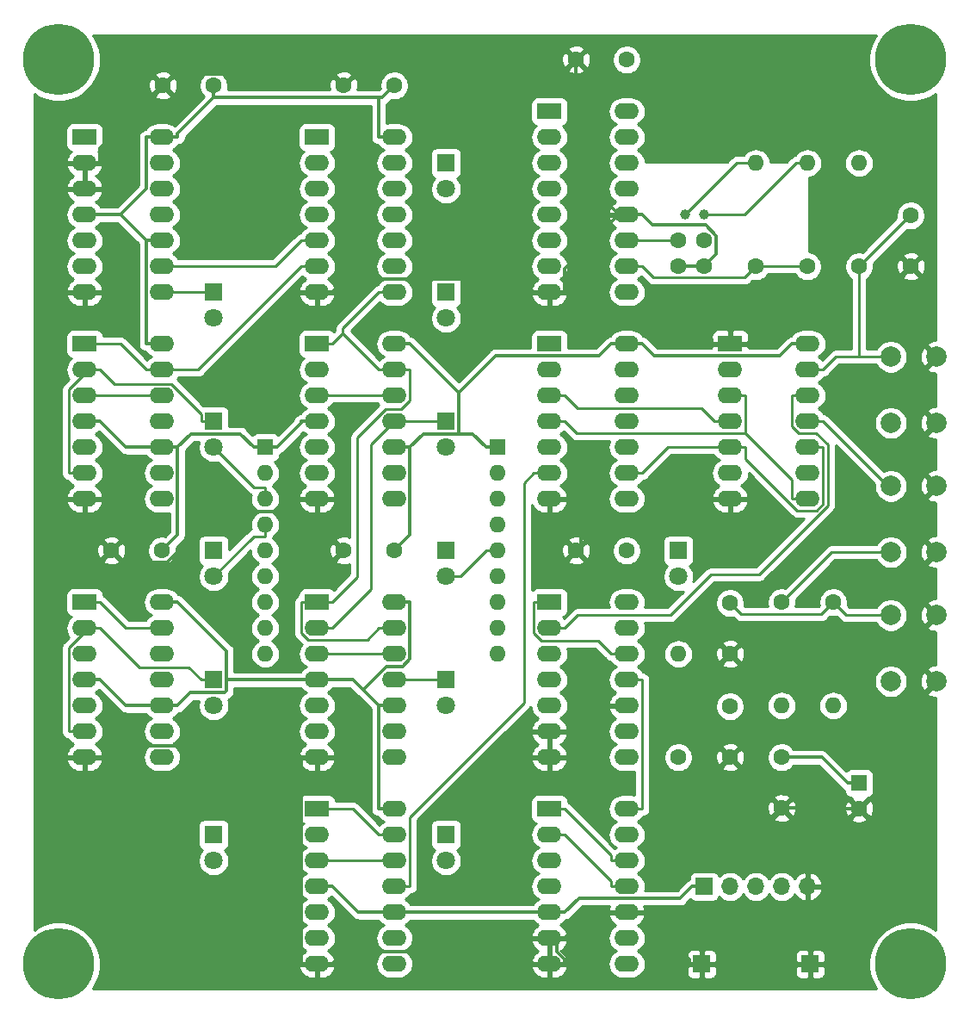
<source format=gbl>
%TF.GenerationSoftware,KiCad,Pcbnew,5.1.4-5.1.4*%
%TF.CreationDate,2019-08-18T00:14:31+10:00*%
%TF.ProjectId,ttlclock,74746c63-6c6f-4636-9b2e-6b696361645f,rev?*%
%TF.SameCoordinates,Original*%
%TF.FileFunction,Copper,L2,Bot*%
%TF.FilePolarity,Positive*%
%FSLAX46Y46*%
G04 Gerber Fmt 4.6, Leading zero omitted, Abs format (unit mm)*
G04 Created by KiCad (PCBNEW 5.1.4-5.1.4) date 2019-08-18 00:14:31*
%MOMM*%
%LPD*%
G04 APERTURE LIST*
%ADD10O,2.400000X1.600000*%
%ADD11R,2.400000X1.600000*%
%ADD12C,1.600000*%
%ADD13O,1.600000X1.600000*%
%ADD14C,7.000000*%
%ADD15R,1.600000X1.600000*%
%ADD16R,1.700000X1.700000*%
%ADD17C,1.000000*%
%ADD18C,1.800000*%
%ADD19R,1.800000X1.800000*%
%ADD20C,2.000000*%
%ADD21O,1.700000X1.700000*%
%ADD22C,0.250000*%
%ADD23C,0.300000*%
%ADD24C,0.254000*%
G04 APERTURE END LIST*
D10*
X139700000Y-76200000D03*
X132080000Y-91440000D03*
X139700000Y-78740000D03*
X132080000Y-88900000D03*
X139700000Y-81280000D03*
X132080000Y-86360000D03*
X139700000Y-83820000D03*
X132080000Y-83820000D03*
X139700000Y-86360000D03*
X132080000Y-81280000D03*
X139700000Y-88900000D03*
X132080000Y-78740000D03*
X139700000Y-91440000D03*
D11*
X132080000Y-76200000D03*
D12*
X167640000Y-63580000D03*
X167640000Y-68580000D03*
D13*
X162560000Y-58420000D03*
D12*
X162560000Y-68580000D03*
D10*
X139700000Y-53340000D03*
X132080000Y-71120000D03*
X139700000Y-55880000D03*
X132080000Y-68580000D03*
X139700000Y-58420000D03*
X132080000Y-66040000D03*
X139700000Y-60960000D03*
X132080000Y-63500000D03*
X139700000Y-63500000D03*
X132080000Y-60960000D03*
X139700000Y-66040000D03*
X132080000Y-58420000D03*
X139700000Y-68580000D03*
X132080000Y-55880000D03*
X139700000Y-71120000D03*
D11*
X132080000Y-53340000D03*
D12*
X134700000Y-96520000D03*
X139700000Y-96520000D03*
X154940000Y-121840000D03*
X154940000Y-116840000D03*
X134700000Y-48260000D03*
X139700000Y-48260000D03*
D14*
X167640000Y-137160000D03*
X83820000Y-137160000D03*
X167640000Y-48260000D03*
X83820000Y-48260000D03*
D12*
X111840000Y-96520000D03*
X116840000Y-96520000D03*
X162560000Y-121880000D03*
D15*
X162560000Y-119380000D03*
D13*
X127000000Y-106680000D03*
X127000000Y-104140000D03*
X127000000Y-101600000D03*
X127000000Y-99060000D03*
X127000000Y-96520000D03*
X127000000Y-93980000D03*
X127000000Y-91440000D03*
X127000000Y-88900000D03*
D15*
X127000000Y-86360000D03*
D13*
X104140000Y-106680000D03*
X104140000Y-104140000D03*
X104140000Y-101600000D03*
X104140000Y-99060000D03*
X104140000Y-96520000D03*
X104140000Y-93980000D03*
X104140000Y-91440000D03*
X104140000Y-88900000D03*
D15*
X104140000Y-86360000D03*
D16*
X147066000Y-137160000D03*
X157734000Y-137160000D03*
D17*
X145420000Y-63500000D03*
X147320000Y-63500000D03*
D10*
X139700000Y-101600000D03*
X132080000Y-116840000D03*
X139700000Y-104140000D03*
X132080000Y-114300000D03*
X139700000Y-106680000D03*
X132080000Y-111760000D03*
X139700000Y-109220000D03*
X132080000Y-109220000D03*
X139700000Y-111760000D03*
X132080000Y-106680000D03*
X139700000Y-114300000D03*
X132080000Y-104140000D03*
X139700000Y-116840000D03*
D11*
X132080000Y-101600000D03*
D12*
X144780000Y-116840000D03*
D13*
X144780000Y-106680000D03*
D12*
X152400000Y-68580000D03*
D13*
X152400000Y-58420000D03*
D12*
X111840000Y-50800000D03*
X116840000Y-50800000D03*
X88980000Y-96520000D03*
X93980000Y-96520000D03*
X94060000Y-50800000D03*
X99060000Y-50800000D03*
D18*
X144780000Y-99060000D03*
D19*
X144780000Y-96520000D03*
D18*
X121920000Y-127000000D03*
D19*
X121920000Y-124460000D03*
D10*
X116840000Y-101600000D03*
X109220000Y-116840000D03*
X116840000Y-104140000D03*
X109220000Y-114300000D03*
X116840000Y-106680000D03*
X109220000Y-111760000D03*
X116840000Y-109220000D03*
X109220000Y-109220000D03*
X116840000Y-111760000D03*
X109220000Y-106680000D03*
X116840000Y-114300000D03*
X109220000Y-104140000D03*
X116840000Y-116840000D03*
D11*
X109220000Y-101600000D03*
D20*
X170180000Y-109370000D03*
X165680000Y-109370000D03*
X170180000Y-102870000D03*
X165680000Y-102870000D03*
X170180000Y-96670000D03*
X165680000Y-96670000D03*
X170180000Y-90170000D03*
X165680000Y-90170000D03*
X170180000Y-83970000D03*
X165680000Y-83970000D03*
X170180000Y-77470000D03*
X165680000Y-77470000D03*
D21*
X157480000Y-129540000D03*
X154940000Y-129540000D03*
X152400000Y-129540000D03*
X149860000Y-129540000D03*
D16*
X147320000Y-129540000D03*
D10*
X93980000Y-76200000D03*
X86360000Y-91440000D03*
X93980000Y-78740000D03*
X86360000Y-88900000D03*
X93980000Y-81280000D03*
X86360000Y-86360000D03*
X93980000Y-83820000D03*
X86360000Y-83820000D03*
X93980000Y-86360000D03*
X86360000Y-81280000D03*
X93980000Y-88900000D03*
X86360000Y-78740000D03*
X93980000Y-91440000D03*
D11*
X86360000Y-76200000D03*
D10*
X93980000Y-55880000D03*
X86360000Y-71120000D03*
X93980000Y-58420000D03*
X86360000Y-68580000D03*
X93980000Y-60960000D03*
X86360000Y-66040000D03*
X93980000Y-63500000D03*
X86360000Y-63500000D03*
X93980000Y-66040000D03*
X86360000Y-60960000D03*
X93980000Y-68580000D03*
X86360000Y-58420000D03*
X93980000Y-71120000D03*
D11*
X86360000Y-55880000D03*
D10*
X116840000Y-121920000D03*
X109220000Y-137160000D03*
X116840000Y-124460000D03*
X109220000Y-134620000D03*
X116840000Y-127000000D03*
X109220000Y-132080000D03*
X116840000Y-129540000D03*
X109220000Y-129540000D03*
X116840000Y-132080000D03*
X109220000Y-127000000D03*
X116840000Y-134620000D03*
X109220000Y-124460000D03*
X116840000Y-137160000D03*
D11*
X109220000Y-121920000D03*
D10*
X157480000Y-76200000D03*
X149860000Y-91440000D03*
X157480000Y-78740000D03*
X149860000Y-88900000D03*
X157480000Y-81280000D03*
X149860000Y-86360000D03*
X157480000Y-83820000D03*
X149860000Y-83820000D03*
X157480000Y-86360000D03*
X149860000Y-81280000D03*
X157480000Y-88900000D03*
X149860000Y-78740000D03*
X157480000Y-91440000D03*
D11*
X149860000Y-76200000D03*
D13*
X157480000Y-58420000D03*
D12*
X157480000Y-68580000D03*
D10*
X93980000Y-101600000D03*
X86360000Y-116840000D03*
X93980000Y-104140000D03*
X86360000Y-114300000D03*
X93980000Y-106680000D03*
X86360000Y-111760000D03*
X93980000Y-109220000D03*
X86360000Y-109220000D03*
X93980000Y-111760000D03*
X86360000Y-106680000D03*
X93980000Y-114300000D03*
X86360000Y-104140000D03*
X93980000Y-116840000D03*
D11*
X86360000Y-101600000D03*
D18*
X121920000Y-111760000D03*
D19*
X121920000Y-109220000D03*
D18*
X121920000Y-99060000D03*
D19*
X121920000Y-96520000D03*
D18*
X121920000Y-86360000D03*
D19*
X121920000Y-83820000D03*
D18*
X121920000Y-73660000D03*
D19*
X121920000Y-71120000D03*
D18*
X121920000Y-60960000D03*
D19*
X121920000Y-58420000D03*
D18*
X99060000Y-127000000D03*
D19*
X99060000Y-124460000D03*
D18*
X99060000Y-111760000D03*
D19*
X99060000Y-109220000D03*
D18*
X99060000Y-99060000D03*
D19*
X99060000Y-96520000D03*
D10*
X116840000Y-76200000D03*
X109220000Y-91440000D03*
X116840000Y-78740000D03*
X109220000Y-88900000D03*
X116840000Y-81280000D03*
X109220000Y-86360000D03*
X116840000Y-83820000D03*
X109220000Y-83820000D03*
X116840000Y-86360000D03*
X109220000Y-81280000D03*
X116840000Y-88900000D03*
X109220000Y-78740000D03*
X116840000Y-91440000D03*
D11*
X109220000Y-76200000D03*
D10*
X116840000Y-55880000D03*
X109220000Y-71120000D03*
X116840000Y-58420000D03*
X109220000Y-68580000D03*
X116840000Y-60960000D03*
X109220000Y-66040000D03*
X116840000Y-63500000D03*
X109220000Y-63500000D03*
X116840000Y-66040000D03*
X109220000Y-60960000D03*
X116840000Y-68580000D03*
X109220000Y-58420000D03*
X116840000Y-71120000D03*
D11*
X109220000Y-55880000D03*
D12*
X154940000Y-101600000D03*
D13*
X154940000Y-111760000D03*
X160020000Y-111760000D03*
D12*
X160020000Y-101600000D03*
D18*
X99060000Y-86360000D03*
D19*
X99060000Y-83820000D03*
D18*
X99060000Y-73660000D03*
D19*
X99060000Y-71120000D03*
D12*
X144780000Y-66040000D03*
X144780000Y-68540000D03*
X147320000Y-68540000D03*
X147320000Y-66040000D03*
X149860000Y-116840000D03*
X149860000Y-111840000D03*
X149860000Y-101680000D03*
X149860000Y-106680000D03*
D10*
X139700000Y-121920000D03*
X132080000Y-137160000D03*
X139700000Y-124460000D03*
X132080000Y-134620000D03*
X139700000Y-127000000D03*
X132080000Y-132080000D03*
X139700000Y-129540000D03*
X132080000Y-129540000D03*
X139700000Y-132080000D03*
X132080000Y-127000000D03*
X139700000Y-134620000D03*
X132080000Y-124460000D03*
X139700000Y-137160000D03*
D11*
X132080000Y-121920000D03*
D22*
X144780000Y-66040000D02*
X139700000Y-66040000D01*
X152400000Y-58420000D02*
X150500000Y-58420000D01*
X150500000Y-58420000D02*
X145420000Y-63500000D01*
D23*
X139700000Y-111760000D02*
X138149700Y-111760000D01*
X138149700Y-111760000D02*
X135609700Y-114300000D01*
X135609700Y-114300000D02*
X132080000Y-114300000D01*
X157480000Y-121880000D02*
X157480000Y-129540000D01*
X154940000Y-121840000D02*
X157440000Y-121840000D01*
X157440000Y-121840000D02*
X157480000Y-121880000D01*
X157480000Y-121880000D02*
X162560000Y-121880000D01*
X138924900Y-63500000D02*
X133630300Y-68794600D01*
X133630300Y-68794600D02*
X133630300Y-71120000D01*
X138924900Y-63500000D02*
X134700000Y-59275100D01*
X134700000Y-59275100D02*
X134700000Y-48260000D01*
X132080000Y-71120000D02*
X133630300Y-71120000D01*
X139700000Y-63500000D02*
X138924900Y-63500000D01*
X132080000Y-137160000D02*
X133630300Y-137160000D01*
X132855200Y-134620000D02*
X132855200Y-135908500D01*
X132855200Y-135908500D02*
X132855300Y-135908500D01*
X132855300Y-135908500D02*
X133630300Y-136683500D01*
X133630300Y-136683500D02*
X133630300Y-137160000D01*
X132855200Y-134620000D02*
X133630300Y-134620000D01*
X132080000Y-134620000D02*
X132855200Y-134620000D01*
X109220000Y-137160000D02*
X110770300Y-137160000D01*
X132080000Y-137160000D02*
X130529700Y-137160000D01*
X130529700Y-137160000D02*
X129339200Y-135969500D01*
X129339200Y-135969500D02*
X111960800Y-135969500D01*
X111960800Y-135969500D02*
X110770300Y-137160000D01*
X109220000Y-91440000D02*
X107669700Y-91440000D01*
X88980000Y-96520000D02*
X90130400Y-97670400D01*
X90130400Y-97670400D02*
X94485300Y-97670400D01*
X94485300Y-97670400D02*
X99445700Y-92710000D01*
X99445700Y-92710000D02*
X106399700Y-92710000D01*
X106399700Y-92710000D02*
X107669700Y-91440000D01*
X109220000Y-137160000D02*
X107669700Y-137160000D01*
X107669700Y-137160000D02*
X107669700Y-116840000D01*
X149860000Y-116840000D02*
X154860000Y-121840000D01*
X154860000Y-121840000D02*
X154940000Y-121840000D01*
X133630300Y-134620000D02*
X136170300Y-132080000D01*
X136170300Y-132080000D02*
X139700000Y-132080000D01*
X147066000Y-137160000D02*
X145865700Y-137160000D01*
X139700000Y-132080000D02*
X141250300Y-132080000D01*
X145865700Y-137160000D02*
X145865700Y-136695400D01*
X145865700Y-136695400D02*
X141250300Y-132080000D01*
X140133500Y-63500000D02*
X139700000Y-63500000D01*
X140133500Y-63500000D02*
X141250300Y-63500000D01*
X135180600Y-92990300D02*
X133630300Y-91440000D01*
X148309700Y-91440000D02*
X146759400Y-92990300D01*
X146759400Y-92990300D02*
X135180600Y-92990300D01*
X135180600Y-92990300D02*
X135180600Y-96039400D01*
X135180600Y-96039400D02*
X134700000Y-96520000D01*
X132080000Y-91440000D02*
X133630300Y-91440000D01*
X109220000Y-116840000D02*
X107669700Y-116840000D01*
X107669700Y-116840000D02*
X106504900Y-115675200D01*
X106504900Y-115675200D02*
X91955900Y-115675200D01*
X91955900Y-115675200D02*
X90791100Y-116840000D01*
X90791100Y-116840000D02*
X86360000Y-116840000D01*
X149860000Y-91440000D02*
X148309700Y-91440000D01*
X111840000Y-50800000D02*
X110684200Y-49644200D01*
X110684200Y-49644200D02*
X95215800Y-49644200D01*
X95215800Y-49644200D02*
X94060000Y-50800000D01*
X132080000Y-71120000D02*
X130529700Y-71120000D01*
X109220000Y-71120000D02*
X110770300Y-71120000D01*
X110770300Y-71120000D02*
X112040200Y-69850100D01*
X112040200Y-69850100D02*
X129259800Y-69850100D01*
X129259800Y-69850100D02*
X130529700Y-71120000D01*
X86360000Y-58420000D02*
X87910300Y-58420000D01*
X94060000Y-50800000D02*
X87910300Y-56949700D01*
X87910300Y-56949700D02*
X87910300Y-58420000D01*
X141250300Y-63500000D02*
X142263700Y-64513400D01*
X142263700Y-64513400D02*
X147447400Y-64513400D01*
X147447400Y-64513400D02*
X148483900Y-65549900D01*
X148483900Y-65549900D02*
X148483900Y-67376100D01*
X148483900Y-67376100D02*
X147320000Y-68540000D01*
X147320000Y-68540000D02*
X144780000Y-68540000D01*
D22*
X157480000Y-58420000D02*
X156354700Y-58420000D01*
X147320000Y-63500000D02*
X151274700Y-63500000D01*
X151274700Y-63500000D02*
X156354700Y-58420000D01*
X162560000Y-77470000D02*
X160275300Y-77470000D01*
X160275300Y-77470000D02*
X159005300Y-78740000D01*
X165680000Y-77470000D02*
X162560000Y-77470000D01*
X162560000Y-77470000D02*
X162560000Y-68580000D01*
X162560000Y-68580000D02*
X167560000Y-63580000D01*
X167560000Y-63580000D02*
X167640000Y-63580000D01*
X157480000Y-78740000D02*
X159005300Y-78740000D01*
X157480000Y-83820000D02*
X159005300Y-83820000D01*
X165680000Y-90170000D02*
X165355300Y-90170000D01*
X165355300Y-90170000D02*
X159005300Y-83820000D01*
X165680000Y-96670000D02*
X159870000Y-96670000D01*
X159870000Y-96670000D02*
X154940000Y-101600000D01*
X99060000Y-71120000D02*
X93980000Y-71120000D01*
D23*
X95530300Y-86360000D02*
X96819800Y-85070500D01*
X96819800Y-85070500D02*
X101700200Y-85070500D01*
X101700200Y-85070500D02*
X102989700Y-86360000D01*
X93980000Y-86360000D02*
X95530300Y-86360000D01*
X93980000Y-96520000D02*
X95530300Y-94969700D01*
X95530300Y-94969700D02*
X95530300Y-86360000D01*
X92429700Y-66040000D02*
X92429700Y-76200000D01*
X86360000Y-83820000D02*
X87910300Y-83820000D01*
X93980000Y-86360000D02*
X90450300Y-86360000D01*
X90450300Y-86360000D02*
X87910300Y-83820000D01*
X93980000Y-111760000D02*
X95530300Y-111760000D01*
X100310400Y-109220000D02*
X100310400Y-110331300D01*
X100310400Y-110331300D02*
X100151700Y-110490000D01*
X100151700Y-110490000D02*
X96800300Y-110490000D01*
X96800300Y-110490000D02*
X95530300Y-111760000D01*
X93980000Y-111760000D02*
X90450300Y-111760000D01*
X90450300Y-111760000D02*
X87910300Y-109220000D01*
X100310400Y-109220000D02*
X107669700Y-109220000D01*
X95530300Y-101600000D02*
X100310400Y-106380100D01*
X100310400Y-106380100D02*
X100310400Y-109220000D01*
X86360000Y-109220000D02*
X87910300Y-109220000D01*
X89889700Y-63500000D02*
X92429700Y-66040000D01*
X87785200Y-63500000D02*
X89889700Y-63500000D01*
X92429700Y-55880000D02*
X92429700Y-60960000D01*
X92429700Y-60960000D02*
X89889700Y-63500000D01*
X86360000Y-63500000D02*
X87785200Y-63500000D01*
X93980000Y-66040000D02*
X92429700Y-66040000D01*
X93980000Y-76200000D02*
X92429700Y-76200000D01*
X162560000Y-119380000D02*
X161409700Y-119380000D01*
X154940000Y-116840000D02*
X158869700Y-116840000D01*
X158869700Y-116840000D02*
X161409700Y-119380000D01*
X139700000Y-76200000D02*
X138149700Y-76200000D01*
X123177100Y-80986800D02*
X118390300Y-76200000D01*
X123177100Y-85070500D02*
X123177100Y-80986800D01*
X138149700Y-76200000D02*
X136999300Y-77350400D01*
X136999300Y-77350400D02*
X126813500Y-77350400D01*
X126813500Y-77350400D02*
X123177100Y-80986800D01*
X140133500Y-76200000D02*
X139700000Y-76200000D01*
X140133500Y-76200000D02*
X141250300Y-76200000D01*
X123177100Y-85070500D02*
X119679800Y-85070500D01*
X119679800Y-85070500D02*
X118390300Y-86360000D01*
X125849700Y-86360000D02*
X124560200Y-85070500D01*
X124560200Y-85070500D02*
X123177100Y-85070500D01*
X116840000Y-76200000D02*
X118390300Y-76200000D01*
X115289700Y-51976700D02*
X115663300Y-51976700D01*
X115663300Y-51976700D02*
X116840000Y-50800000D01*
X99060000Y-51976700D02*
X115289700Y-51976700D01*
X115289700Y-51976700D02*
X115289700Y-55880000D01*
X116840000Y-55880000D02*
X115289700Y-55880000D01*
X99060000Y-51976700D02*
X95530300Y-55506400D01*
X95530300Y-55506400D02*
X95530300Y-55880000D01*
X99060000Y-50800000D02*
X99060000Y-51976700D01*
X93980000Y-55880000D02*
X95530300Y-55880000D01*
X157480000Y-76200000D02*
X155929700Y-76200000D01*
X141250300Y-76200000D02*
X142400600Y-77350300D01*
X142400600Y-77350300D02*
X154779400Y-77350300D01*
X154779400Y-77350300D02*
X155929700Y-76200000D01*
X132080000Y-132080000D02*
X133630300Y-132080000D01*
X147320000Y-129540000D02*
X146119700Y-129540000D01*
X146119700Y-129540000D02*
X144969300Y-130690400D01*
X144969300Y-130690400D02*
X135019900Y-130690400D01*
X135019900Y-130690400D02*
X133630300Y-132080000D01*
X113778000Y-110248300D02*
X115289700Y-111760000D01*
X110770300Y-109220000D02*
X112749700Y-109220000D01*
X112749700Y-109220000D02*
X113778000Y-110248300D01*
X118390300Y-101600000D02*
X118390300Y-107190700D01*
X118390300Y-107190700D02*
X117631000Y-107950000D01*
X117631000Y-107950000D02*
X116076300Y-107950000D01*
X116076300Y-107950000D02*
X113778000Y-110248300D01*
X116840000Y-111760000D02*
X115289700Y-111760000D01*
X116840000Y-121920000D02*
X115289700Y-121920000D01*
X115289700Y-121920000D02*
X115289700Y-111760000D01*
X93980000Y-55880000D02*
X92429700Y-55880000D01*
X116840000Y-96520000D02*
X118390300Y-94969700D01*
X118390300Y-94969700D02*
X118390300Y-86360000D01*
X116840000Y-101600000D02*
X118390300Y-101600000D01*
X109220000Y-109220000D02*
X110770300Y-109220000D01*
X93980000Y-101600000D02*
X95530300Y-101600000D01*
X109220000Y-129540000D02*
X110770300Y-129540000D01*
X116840000Y-132080000D02*
X113310300Y-132080000D01*
X113310300Y-132080000D02*
X110770300Y-129540000D01*
X132080000Y-132080000D02*
X116840000Y-132080000D01*
X109220000Y-109220000D02*
X107669700Y-109220000D01*
X104140000Y-86360000D02*
X102989700Y-86360000D01*
X104715200Y-86360000D02*
X104140000Y-86360000D01*
X104715200Y-86360000D02*
X105290300Y-86360000D01*
X116840000Y-86360000D02*
X118390300Y-86360000D01*
X127000000Y-86360000D02*
X125849700Y-86360000D01*
X109220000Y-83820000D02*
X107669700Y-83820000D01*
X105290300Y-86360000D02*
X107669700Y-83980600D01*
X107669700Y-83980600D02*
X107669700Y-83820000D01*
D22*
X86360000Y-88900000D02*
X84834700Y-88900000D01*
X86793500Y-78740000D02*
X84834700Y-80698800D01*
X84834700Y-80698800D02*
X84834700Y-88900000D01*
X86793500Y-78740000D02*
X87885300Y-78740000D01*
X86360000Y-78740000D02*
X86793500Y-78740000D01*
X99060000Y-83820000D02*
X97834700Y-83820000D01*
X97834700Y-83820000D02*
X97834700Y-83130800D01*
X97834700Y-83130800D02*
X94858500Y-80154600D01*
X94858500Y-80154600D02*
X89299900Y-80154600D01*
X89299900Y-80154600D02*
X87885300Y-78740000D01*
X93980000Y-81280000D02*
X86360000Y-81280000D01*
X86360000Y-114300000D02*
X84834700Y-114300000D01*
X86793500Y-104140000D02*
X84834700Y-106098800D01*
X84834700Y-106098800D02*
X84834700Y-114300000D01*
X86793500Y-104140000D02*
X87885300Y-104140000D01*
X86360000Y-104140000D02*
X86793500Y-104140000D01*
X99060000Y-109220000D02*
X97834700Y-109220000D01*
X97834700Y-109220000D02*
X96609400Y-107994700D01*
X96609400Y-107994700D02*
X91740000Y-107994700D01*
X91740000Y-107994700D02*
X87885300Y-104140000D01*
X116840000Y-81280000D02*
X109220000Y-81280000D01*
X116840000Y-83820000D02*
X114559500Y-86100500D01*
X114559500Y-86100500D02*
X114559500Y-100325800D01*
X114559500Y-100325800D02*
X110745300Y-104140000D01*
X121920000Y-83820000D02*
X116840000Y-83820000D01*
X109220000Y-104140000D02*
X110745300Y-104140000D01*
X109220000Y-106680000D02*
X116840000Y-106680000D01*
X121920000Y-109220000D02*
X116840000Y-109220000D01*
X109220000Y-127000000D02*
X116840000Y-127000000D01*
X132080000Y-101600000D02*
X130554700Y-101600000D01*
X139700000Y-106680000D02*
X138174700Y-106680000D01*
X138174700Y-106680000D02*
X136904700Y-105410000D01*
X136904700Y-105410000D02*
X131326200Y-105410000D01*
X131326200Y-105410000D02*
X130554700Y-104638500D01*
X130554700Y-104638500D02*
X130554700Y-101600000D01*
X132080000Y-104140000D02*
X133605300Y-104140000D01*
X157480000Y-81280000D02*
X155954700Y-81280000D01*
X155954700Y-81280000D02*
X155954700Y-84294800D01*
X155954700Y-84294800D02*
X156605300Y-84945400D01*
X156605300Y-84945400D02*
X158334000Y-84945400D01*
X158334000Y-84945400D02*
X159473500Y-86084900D01*
X159473500Y-86084900D02*
X159473500Y-92098600D01*
X159473500Y-92098600D02*
X152701100Y-98871000D01*
X152701100Y-98871000D02*
X147994900Y-98871000D01*
X147994900Y-98871000D02*
X143995900Y-102870000D01*
X143995900Y-102870000D02*
X134875300Y-102870000D01*
X134875300Y-102870000D02*
X133605300Y-104140000D01*
X139700000Y-127000000D02*
X138174700Y-127000000D01*
X132080000Y-121920000D02*
X133605300Y-121920000D01*
X133605300Y-121920000D02*
X138174700Y-126489400D01*
X138174700Y-126489400D02*
X138174700Y-127000000D01*
X132080000Y-88900000D02*
X130554700Y-88900000D01*
X116840000Y-129540000D02*
X118365300Y-129540000D01*
X118365300Y-129540000D02*
X118365300Y-122711500D01*
X118365300Y-122711500D02*
X129603600Y-111473200D01*
X129603600Y-111473200D02*
X129603600Y-89851100D01*
X129603600Y-89851100D02*
X130554700Y-88900000D01*
X139700000Y-129540000D02*
X138174700Y-129540000D01*
X132080000Y-124460000D02*
X133605300Y-124460000D01*
X133605300Y-124460000D02*
X138174700Y-129029400D01*
X138174700Y-129029400D02*
X138174700Y-129540000D01*
X132080000Y-81280000D02*
X133605300Y-81280000D01*
X149860000Y-83820000D02*
X148334700Y-83820000D01*
X148334700Y-83820000D02*
X147064700Y-82550000D01*
X147064700Y-82550000D02*
X134875300Y-82550000D01*
X134875300Y-82550000D02*
X133605300Y-81280000D01*
X149860000Y-86360000D02*
X151385300Y-86360000D01*
X157480000Y-86360000D02*
X159005300Y-86360000D01*
X159005300Y-86360000D02*
X159005300Y-91923300D01*
X159005300Y-91923300D02*
X158355600Y-92573000D01*
X158355600Y-92573000D02*
X156436500Y-92573000D01*
X156436500Y-92573000D02*
X151385300Y-87521800D01*
X151385300Y-87521800D02*
X151385300Y-86360000D01*
X139700000Y-88900000D02*
X141225300Y-88900000D01*
X149860000Y-86360000D02*
X143765300Y-86360000D01*
X143765300Y-86360000D02*
X141225300Y-88900000D01*
X151385300Y-85010600D02*
X151385300Y-81280000D01*
X155954700Y-91440000D02*
X155954700Y-89580000D01*
X155954700Y-89580000D02*
X151385300Y-85010600D01*
X151385300Y-85010600D02*
X134795900Y-85010600D01*
X134795900Y-85010600D02*
X133605300Y-83820000D01*
X132080000Y-83820000D02*
X133605300Y-83820000D01*
X149860000Y-81280000D02*
X151385300Y-81280000D01*
X157480000Y-91440000D02*
X155954700Y-91440000D01*
X109220000Y-66040000D02*
X107694700Y-66040000D01*
X107694700Y-66040000D02*
X105154700Y-68580000D01*
X105154700Y-68580000D02*
X93980000Y-68580000D01*
X111760000Y-75185300D02*
X110745300Y-76200000D01*
X115314700Y-71120000D02*
X111760000Y-74674700D01*
X111760000Y-74674700D02*
X111760000Y-75185300D01*
X111760000Y-75185300D02*
X115314700Y-78740000D01*
X116840000Y-78740000D02*
X115314700Y-78740000D01*
X109220000Y-76200000D02*
X110745300Y-76200000D01*
X116840000Y-71120000D02*
X115314700Y-71120000D01*
X118365300Y-78740000D02*
X118365300Y-81747600D01*
X118365300Y-81747600D02*
X117489000Y-82623900D01*
X117489000Y-82623900D02*
X115971100Y-82623900D01*
X115971100Y-82623900D02*
X113222300Y-85372700D01*
X113222300Y-85372700D02*
X113222300Y-99123000D01*
X113222300Y-99123000D02*
X110745300Y-101600000D01*
X109220000Y-101600000D02*
X110745300Y-101600000D01*
X116840000Y-78740000D02*
X118365300Y-78740000D01*
X116840000Y-104140000D02*
X115314700Y-104140000D01*
X109220000Y-101600000D02*
X107694700Y-101600000D01*
X107694700Y-101600000D02*
X107694700Y-104629500D01*
X107694700Y-104629500D02*
X108330500Y-105265300D01*
X108330500Y-105265300D02*
X114189400Y-105265300D01*
X114189400Y-105265300D02*
X115314700Y-104140000D01*
X116840000Y-124460000D02*
X115314700Y-124460000D01*
X109220000Y-121920000D02*
X112774700Y-121920000D01*
X112774700Y-121920000D02*
X115314700Y-124460000D01*
X104140000Y-91440000D02*
X104140000Y-90314700D01*
X99060000Y-86360000D02*
X103014700Y-90314700D01*
X103014700Y-90314700D02*
X104140000Y-90314700D01*
X104140000Y-93980000D02*
X104140000Y-95105300D01*
X99060000Y-99060000D02*
X103014700Y-95105300D01*
X103014700Y-95105300D02*
X104140000Y-95105300D01*
X127000000Y-96520000D02*
X125874700Y-96520000D01*
X121920000Y-99060000D02*
X123334700Y-99060000D01*
X123334700Y-99060000D02*
X125874700Y-96520000D01*
X139700000Y-109220000D02*
X141225300Y-109220000D01*
X139700000Y-121920000D02*
X141225300Y-121920000D01*
X141225300Y-121920000D02*
X141225300Y-109220000D01*
X92454700Y-78740000D02*
X89914700Y-76200000D01*
X89914700Y-76200000D02*
X86360000Y-76200000D01*
X93980000Y-78740000D02*
X92454700Y-78740000D01*
X107694700Y-68580000D02*
X97534700Y-78740000D01*
X97534700Y-78740000D02*
X93980000Y-78740000D01*
X86360000Y-101600000D02*
X87885300Y-101600000D01*
X87885300Y-101600000D02*
X90425300Y-104140000D01*
X90425300Y-104140000D02*
X93980000Y-104140000D01*
X109220000Y-68580000D02*
X107694700Y-68580000D01*
X165680000Y-102870000D02*
X161290000Y-102870000D01*
X161290000Y-102870000D02*
X160020000Y-101600000D01*
X160020000Y-101600000D02*
X158845200Y-102774800D01*
X158845200Y-102774800D02*
X150954800Y-102774800D01*
X150954800Y-102774800D02*
X149860000Y-101680000D01*
X139700000Y-68580000D02*
X141225300Y-68580000D01*
X152400000Y-68580000D02*
X151301700Y-69678300D01*
X151301700Y-69678300D02*
X142323600Y-69678300D01*
X142323600Y-69678300D02*
X141225300Y-68580000D01*
X157480000Y-68580000D02*
X152400000Y-68580000D01*
D24*
G36*
X163975611Y-46301343D02*
G01*
X163663906Y-47053865D01*
X163505000Y-47852738D01*
X163505000Y-48667262D01*
X163663906Y-49466135D01*
X163975611Y-50218657D01*
X164428136Y-50895909D01*
X165004091Y-51471864D01*
X165681343Y-51924389D01*
X166433865Y-52236094D01*
X167232738Y-52395000D01*
X168047262Y-52395000D01*
X168846135Y-52236094D01*
X169598657Y-51924389D01*
X170053000Y-51620807D01*
X170053000Y-75837114D01*
X169798325Y-75872039D01*
X169493912Y-75977205D01*
X169319956Y-76070186D01*
X169224192Y-76334587D01*
X170053000Y-77163395D01*
X170053000Y-77776605D01*
X169224192Y-78605413D01*
X169319956Y-78869814D01*
X169609571Y-79010704D01*
X169921108Y-79092384D01*
X170053000Y-79100316D01*
X170053000Y-82337114D01*
X169798325Y-82372039D01*
X169493912Y-82477205D01*
X169319956Y-82570186D01*
X169224192Y-82834587D01*
X170053000Y-83663395D01*
X170053000Y-84276605D01*
X169224192Y-85105413D01*
X169319956Y-85369814D01*
X169609571Y-85510704D01*
X169921108Y-85592384D01*
X170053000Y-85600316D01*
X170053000Y-88537114D01*
X169798325Y-88572039D01*
X169493912Y-88677205D01*
X169319956Y-88770186D01*
X169224192Y-89034587D01*
X170053000Y-89863395D01*
X170053000Y-90476605D01*
X169224192Y-91305413D01*
X169319956Y-91569814D01*
X169609571Y-91710704D01*
X169921108Y-91792384D01*
X170053000Y-91800316D01*
X170053000Y-95037114D01*
X169798325Y-95072039D01*
X169493912Y-95177205D01*
X169319956Y-95270186D01*
X169224192Y-95534587D01*
X170053000Y-96363395D01*
X170053000Y-96976605D01*
X169224192Y-97805413D01*
X169319956Y-98069814D01*
X169609571Y-98210704D01*
X169921108Y-98292384D01*
X170053000Y-98300316D01*
X170053000Y-101237114D01*
X169798325Y-101272039D01*
X169493912Y-101377205D01*
X169319956Y-101470186D01*
X169224192Y-101734587D01*
X170053000Y-102563395D01*
X170053000Y-103176605D01*
X169224192Y-104005413D01*
X169319956Y-104269814D01*
X169609571Y-104410704D01*
X169921108Y-104492384D01*
X170053000Y-104500316D01*
X170053000Y-107737114D01*
X169798325Y-107772039D01*
X169493912Y-107877205D01*
X169319956Y-107970186D01*
X169224192Y-108234587D01*
X170053000Y-109063395D01*
X170053000Y-109676605D01*
X169224192Y-110505413D01*
X169319956Y-110769814D01*
X169609571Y-110910704D01*
X169921108Y-110992384D01*
X170053000Y-111000316D01*
X170053000Y-133799193D01*
X169598657Y-133495611D01*
X168846135Y-133183906D01*
X168047262Y-133025000D01*
X167232738Y-133025000D01*
X166433865Y-133183906D01*
X165681343Y-133495611D01*
X165004091Y-133948136D01*
X164428136Y-134524091D01*
X163975611Y-135201343D01*
X163663906Y-135953865D01*
X163505000Y-136752738D01*
X163505000Y-137567262D01*
X163663906Y-138366135D01*
X163975611Y-139118657D01*
X164279193Y-139573000D01*
X87180807Y-139573000D01*
X87484389Y-139118657D01*
X87796094Y-138366135D01*
X87955000Y-137567262D01*
X87955000Y-137509039D01*
X107428096Y-137509039D01*
X107445633Y-137591818D01*
X107556285Y-137851646D01*
X107715500Y-138084895D01*
X107917161Y-138282601D01*
X108153517Y-138437166D01*
X108415486Y-138542650D01*
X108693000Y-138595000D01*
X109093000Y-138595000D01*
X109093000Y-137287000D01*
X109347000Y-137287000D01*
X109347000Y-138595000D01*
X109747000Y-138595000D01*
X110024514Y-138542650D01*
X110286483Y-138437166D01*
X110522839Y-138282601D01*
X110724500Y-138084895D01*
X110883715Y-137851646D01*
X110994367Y-137591818D01*
X111011904Y-137509039D01*
X110889915Y-137287000D01*
X109347000Y-137287000D01*
X109093000Y-137287000D01*
X107550085Y-137287000D01*
X107428096Y-137509039D01*
X87955000Y-137509039D01*
X87955000Y-136752738D01*
X87796094Y-135953865D01*
X87484389Y-135201343D01*
X87031864Y-134524091D01*
X86455909Y-133948136D01*
X85778657Y-133495611D01*
X85026135Y-133183906D01*
X84227262Y-133025000D01*
X83412738Y-133025000D01*
X82613865Y-133183906D01*
X81861343Y-133495611D01*
X81407000Y-133799193D01*
X81407000Y-123560000D01*
X97521928Y-123560000D01*
X97521928Y-125360000D01*
X97534188Y-125484482D01*
X97570498Y-125604180D01*
X97629463Y-125714494D01*
X97708815Y-125811185D01*
X97805506Y-125890537D01*
X97915820Y-125949502D01*
X97934127Y-125955056D01*
X97867688Y-126021495D01*
X97699701Y-126272905D01*
X97583989Y-126552257D01*
X97525000Y-126848816D01*
X97525000Y-127151184D01*
X97583989Y-127447743D01*
X97699701Y-127727095D01*
X97867688Y-127978505D01*
X98081495Y-128192312D01*
X98332905Y-128360299D01*
X98612257Y-128476011D01*
X98908816Y-128535000D01*
X99211184Y-128535000D01*
X99507743Y-128476011D01*
X99787095Y-128360299D01*
X100038505Y-128192312D01*
X100252312Y-127978505D01*
X100420299Y-127727095D01*
X100536011Y-127447743D01*
X100595000Y-127151184D01*
X100595000Y-126848816D01*
X100536011Y-126552257D01*
X100420299Y-126272905D01*
X100252312Y-126021495D01*
X100185873Y-125955056D01*
X100204180Y-125949502D01*
X100314494Y-125890537D01*
X100411185Y-125811185D01*
X100490537Y-125714494D01*
X100549502Y-125604180D01*
X100585812Y-125484482D01*
X100598072Y-125360000D01*
X100598072Y-123560000D01*
X100585812Y-123435518D01*
X100549502Y-123315820D01*
X100490537Y-123205506D01*
X100411185Y-123108815D01*
X100314494Y-123029463D01*
X100204180Y-122970498D01*
X100084482Y-122934188D01*
X99960000Y-122921928D01*
X98160000Y-122921928D01*
X98035518Y-122934188D01*
X97915820Y-122970498D01*
X97805506Y-123029463D01*
X97708815Y-123108815D01*
X97629463Y-123205506D01*
X97570498Y-123315820D01*
X97534188Y-123435518D01*
X97521928Y-123560000D01*
X81407000Y-123560000D01*
X81407000Y-117189039D01*
X84568096Y-117189039D01*
X84585633Y-117271818D01*
X84696285Y-117531646D01*
X84855500Y-117764895D01*
X85057161Y-117962601D01*
X85293517Y-118117166D01*
X85555486Y-118222650D01*
X85833000Y-118275000D01*
X86233000Y-118275000D01*
X86233000Y-116967000D01*
X86487000Y-116967000D01*
X86487000Y-118275000D01*
X86887000Y-118275000D01*
X87164514Y-118222650D01*
X87426483Y-118117166D01*
X87662839Y-117962601D01*
X87864500Y-117764895D01*
X88023715Y-117531646D01*
X88134367Y-117271818D01*
X88151904Y-117189039D01*
X88029915Y-116967000D01*
X86487000Y-116967000D01*
X86233000Y-116967000D01*
X84690085Y-116967000D01*
X84568096Y-117189039D01*
X81407000Y-117189039D01*
X81407000Y-97512702D01*
X88166903Y-97512702D01*
X88238486Y-97756671D01*
X88493996Y-97877571D01*
X88768184Y-97946300D01*
X89050512Y-97960217D01*
X89330130Y-97918787D01*
X89596292Y-97823603D01*
X89721514Y-97756671D01*
X89793097Y-97512702D01*
X88980000Y-96699605D01*
X88166903Y-97512702D01*
X81407000Y-97512702D01*
X81407000Y-96590512D01*
X87539783Y-96590512D01*
X87581213Y-96870130D01*
X87676397Y-97136292D01*
X87743329Y-97261514D01*
X87987298Y-97333097D01*
X88800395Y-96520000D01*
X89159605Y-96520000D01*
X89972702Y-97333097D01*
X90216671Y-97261514D01*
X90337571Y-97006004D01*
X90406300Y-96731816D01*
X90420217Y-96449488D01*
X90378787Y-96169870D01*
X90283603Y-95903708D01*
X90216671Y-95778486D01*
X89972702Y-95706903D01*
X89159605Y-96520000D01*
X88800395Y-96520000D01*
X87987298Y-95706903D01*
X87743329Y-95778486D01*
X87622429Y-96033996D01*
X87553700Y-96308184D01*
X87539783Y-96590512D01*
X81407000Y-96590512D01*
X81407000Y-95527298D01*
X88166903Y-95527298D01*
X88980000Y-96340395D01*
X89793097Y-95527298D01*
X89721514Y-95283329D01*
X89466004Y-95162429D01*
X89191816Y-95093700D01*
X88909488Y-95079783D01*
X88629870Y-95121213D01*
X88363708Y-95216397D01*
X88238486Y-95283329D01*
X88166903Y-95527298D01*
X81407000Y-95527298D01*
X81407000Y-91789039D01*
X84568096Y-91789039D01*
X84585633Y-91871818D01*
X84696285Y-92131646D01*
X84855500Y-92364895D01*
X85057161Y-92562601D01*
X85293517Y-92717166D01*
X85555486Y-92822650D01*
X85833000Y-92875000D01*
X86233000Y-92875000D01*
X86233000Y-91567000D01*
X86487000Y-91567000D01*
X86487000Y-92875000D01*
X86887000Y-92875000D01*
X87164514Y-92822650D01*
X87426483Y-92717166D01*
X87662839Y-92562601D01*
X87864500Y-92364895D01*
X88023715Y-92131646D01*
X88134367Y-91871818D01*
X88151904Y-91789039D01*
X88029915Y-91567000D01*
X86487000Y-91567000D01*
X86233000Y-91567000D01*
X84690085Y-91567000D01*
X84568096Y-91789039D01*
X81407000Y-91789039D01*
X81407000Y-88900000D01*
X84071023Y-88900000D01*
X84085697Y-89048986D01*
X84129154Y-89192247D01*
X84199726Y-89324276D01*
X84294699Y-89440001D01*
X84410424Y-89534974D01*
X84542453Y-89605546D01*
X84685714Y-89649003D01*
X84735861Y-89653942D01*
X84761068Y-89701101D01*
X84940392Y-89919608D01*
X85158899Y-90098932D01*
X85286741Y-90167265D01*
X85057161Y-90317399D01*
X84855500Y-90515105D01*
X84696285Y-90748354D01*
X84585633Y-91008182D01*
X84568096Y-91090961D01*
X84690085Y-91313000D01*
X86233000Y-91313000D01*
X86233000Y-91293000D01*
X86487000Y-91293000D01*
X86487000Y-91313000D01*
X88029915Y-91313000D01*
X88151904Y-91090961D01*
X88134367Y-91008182D01*
X88023715Y-90748354D01*
X87864500Y-90515105D01*
X87662839Y-90317399D01*
X87433259Y-90167265D01*
X87561101Y-90098932D01*
X87779608Y-89919608D01*
X87958932Y-89701101D01*
X88092182Y-89451808D01*
X88174236Y-89181309D01*
X88201943Y-88900000D01*
X88174236Y-88618691D01*
X88092182Y-88348192D01*
X87958932Y-88098899D01*
X87779608Y-87880392D01*
X87561101Y-87701068D01*
X87428142Y-87630000D01*
X87561101Y-87558932D01*
X87779608Y-87379608D01*
X87958932Y-87161101D01*
X88092182Y-86911808D01*
X88174236Y-86641309D01*
X88201943Y-86360000D01*
X88174236Y-86078691D01*
X88092182Y-85808192D01*
X87958932Y-85558899D01*
X87779608Y-85340392D01*
X87561101Y-85161068D01*
X87428142Y-85090000D01*
X87561101Y-85018932D01*
X87779608Y-84839608D01*
X87797703Y-84817560D01*
X89867958Y-86887816D01*
X89892536Y-86917764D01*
X89922484Y-86942342D01*
X89922487Y-86942345D01*
X89941564Y-86958001D01*
X90012067Y-87015862D01*
X90148440Y-87088754D01*
X90251445Y-87120000D01*
X90296412Y-87133641D01*
X90310790Y-87135057D01*
X90411739Y-87145000D01*
X90411746Y-87145000D01*
X90450299Y-87148797D01*
X90488852Y-87145000D01*
X92372462Y-87145000D01*
X92381068Y-87161101D01*
X92560392Y-87379608D01*
X92778899Y-87558932D01*
X92911858Y-87630000D01*
X92778899Y-87701068D01*
X92560392Y-87880392D01*
X92381068Y-88098899D01*
X92247818Y-88348192D01*
X92165764Y-88618691D01*
X92138057Y-88900000D01*
X92165764Y-89181309D01*
X92247818Y-89451808D01*
X92381068Y-89701101D01*
X92560392Y-89919608D01*
X92778899Y-90098932D01*
X92911858Y-90170000D01*
X92778899Y-90241068D01*
X92560392Y-90420392D01*
X92381068Y-90638899D01*
X92247818Y-90888192D01*
X92165764Y-91158691D01*
X92138057Y-91440000D01*
X92165764Y-91721309D01*
X92247818Y-91991808D01*
X92381068Y-92241101D01*
X92560392Y-92459608D01*
X92778899Y-92638932D01*
X93028192Y-92772182D01*
X93298691Y-92854236D01*
X93509508Y-92875000D01*
X94450492Y-92875000D01*
X94661309Y-92854236D01*
X94745300Y-92828758D01*
X94745300Y-94644542D01*
X94274396Y-95115446D01*
X94121335Y-95085000D01*
X93838665Y-95085000D01*
X93561426Y-95140147D01*
X93300273Y-95248320D01*
X93065241Y-95405363D01*
X92865363Y-95605241D01*
X92708320Y-95840273D01*
X92600147Y-96101426D01*
X92545000Y-96378665D01*
X92545000Y-96661335D01*
X92600147Y-96938574D01*
X92708320Y-97199727D01*
X92865363Y-97434759D01*
X93065241Y-97634637D01*
X93300273Y-97791680D01*
X93561426Y-97899853D01*
X93838665Y-97955000D01*
X94121335Y-97955000D01*
X94398574Y-97899853D01*
X94659727Y-97791680D01*
X94894759Y-97634637D01*
X95094637Y-97434759D01*
X95251680Y-97199727D01*
X95359853Y-96938574D01*
X95415000Y-96661335D01*
X95415000Y-96378665D01*
X95384554Y-96225604D01*
X96058117Y-95552041D01*
X96088064Y-95527464D01*
X96186162Y-95407933D01*
X96259054Y-95271560D01*
X96293494Y-95158028D01*
X96303941Y-95123588D01*
X96307302Y-95089463D01*
X96315300Y-95008261D01*
X96315300Y-95008254D01*
X96319097Y-94969701D01*
X96315300Y-94931148D01*
X96315300Y-86685157D01*
X97144958Y-85855500D01*
X97607499Y-85855500D01*
X97583989Y-85912257D01*
X97525000Y-86208816D01*
X97525000Y-86511184D01*
X97583989Y-86807743D01*
X97699701Y-87087095D01*
X97867688Y-87338505D01*
X98081495Y-87552312D01*
X98332905Y-87720299D01*
X98612257Y-87836011D01*
X98908816Y-87895000D01*
X99211184Y-87895000D01*
X99468930Y-87843731D01*
X102450905Y-90825708D01*
X102474699Y-90854701D01*
X102503692Y-90878495D01*
X102503696Y-90878499D01*
X102553050Y-90919002D01*
X102590424Y-90949674D01*
X102722453Y-91020246D01*
X102763943Y-91032832D01*
X102725764Y-91158691D01*
X102698057Y-91440000D01*
X102725764Y-91721309D01*
X102807818Y-91991808D01*
X102941068Y-92241101D01*
X103120392Y-92459608D01*
X103338899Y-92638932D01*
X103471858Y-92710000D01*
X103338899Y-92781068D01*
X103120392Y-92960392D01*
X102941068Y-93178899D01*
X102807818Y-93428192D01*
X102725764Y-93698691D01*
X102698057Y-93980000D01*
X102725764Y-94261309D01*
X102763943Y-94387168D01*
X102722453Y-94399754D01*
X102590424Y-94470326D01*
X102590422Y-94470327D01*
X102590423Y-94470327D01*
X102503696Y-94541501D01*
X102503692Y-94541505D01*
X102474699Y-94565299D01*
X102450905Y-94594292D01*
X100598072Y-96447126D01*
X100598072Y-95620000D01*
X100585812Y-95495518D01*
X100549502Y-95375820D01*
X100490537Y-95265506D01*
X100411185Y-95168815D01*
X100314494Y-95089463D01*
X100204180Y-95030498D01*
X100084482Y-94994188D01*
X99960000Y-94981928D01*
X98160000Y-94981928D01*
X98035518Y-94994188D01*
X97915820Y-95030498D01*
X97805506Y-95089463D01*
X97708815Y-95168815D01*
X97629463Y-95265506D01*
X97570498Y-95375820D01*
X97534188Y-95495518D01*
X97521928Y-95620000D01*
X97521928Y-97420000D01*
X97534188Y-97544482D01*
X97570498Y-97664180D01*
X97629463Y-97774494D01*
X97708815Y-97871185D01*
X97805506Y-97950537D01*
X97915820Y-98009502D01*
X97934127Y-98015056D01*
X97867688Y-98081495D01*
X97699701Y-98332905D01*
X97583989Y-98612257D01*
X97525000Y-98908816D01*
X97525000Y-99211184D01*
X97583989Y-99507743D01*
X97699701Y-99787095D01*
X97867688Y-100038505D01*
X98081495Y-100252312D01*
X98332905Y-100420299D01*
X98612257Y-100536011D01*
X98908816Y-100595000D01*
X99211184Y-100595000D01*
X99507743Y-100536011D01*
X99787095Y-100420299D01*
X100038505Y-100252312D01*
X100252312Y-100038505D01*
X100420299Y-99787095D01*
X100536011Y-99507743D01*
X100595000Y-99211184D01*
X100595000Y-98908816D01*
X100543731Y-98651070D01*
X102700598Y-96494205D01*
X102698057Y-96520000D01*
X102725764Y-96801309D01*
X102807818Y-97071808D01*
X102941068Y-97321101D01*
X103120392Y-97539608D01*
X103338899Y-97718932D01*
X103471858Y-97790000D01*
X103338899Y-97861068D01*
X103120392Y-98040392D01*
X102941068Y-98258899D01*
X102807818Y-98508192D01*
X102725764Y-98778691D01*
X102698057Y-99060000D01*
X102725764Y-99341309D01*
X102807818Y-99611808D01*
X102941068Y-99861101D01*
X103120392Y-100079608D01*
X103338899Y-100258932D01*
X103471858Y-100330000D01*
X103338899Y-100401068D01*
X103120392Y-100580392D01*
X102941068Y-100798899D01*
X102807818Y-101048192D01*
X102725764Y-101318691D01*
X102698057Y-101600000D01*
X102725764Y-101881309D01*
X102807818Y-102151808D01*
X102941068Y-102401101D01*
X103120392Y-102619608D01*
X103338899Y-102798932D01*
X103471858Y-102870000D01*
X103338899Y-102941068D01*
X103120392Y-103120392D01*
X102941068Y-103338899D01*
X102807818Y-103588192D01*
X102725764Y-103858691D01*
X102698057Y-104140000D01*
X102725764Y-104421309D01*
X102807818Y-104691808D01*
X102941068Y-104941101D01*
X103120392Y-105159608D01*
X103338899Y-105338932D01*
X103471858Y-105410000D01*
X103338899Y-105481068D01*
X103120392Y-105660392D01*
X102941068Y-105878899D01*
X102807818Y-106128192D01*
X102725764Y-106398691D01*
X102698057Y-106680000D01*
X102725764Y-106961309D01*
X102807818Y-107231808D01*
X102941068Y-107481101D01*
X103120392Y-107699608D01*
X103338899Y-107878932D01*
X103588192Y-108012182D01*
X103858691Y-108094236D01*
X104069508Y-108115000D01*
X104210492Y-108115000D01*
X104421309Y-108094236D01*
X104691808Y-108012182D01*
X104941101Y-107878932D01*
X105159608Y-107699608D01*
X105338932Y-107481101D01*
X105472182Y-107231808D01*
X105554236Y-106961309D01*
X105581943Y-106680000D01*
X105554236Y-106398691D01*
X105472182Y-106128192D01*
X105338932Y-105878899D01*
X105159608Y-105660392D01*
X104941101Y-105481068D01*
X104808142Y-105410000D01*
X104941101Y-105338932D01*
X105159608Y-105159608D01*
X105338932Y-104941101D01*
X105472182Y-104691808D01*
X105554236Y-104421309D01*
X105581943Y-104140000D01*
X105554236Y-103858691D01*
X105472182Y-103588192D01*
X105338932Y-103338899D01*
X105159608Y-103120392D01*
X104941101Y-102941068D01*
X104808142Y-102870000D01*
X104941101Y-102798932D01*
X105159608Y-102619608D01*
X105338932Y-102401101D01*
X105472182Y-102151808D01*
X105554236Y-101881309D01*
X105581943Y-101600000D01*
X105554236Y-101318691D01*
X105472182Y-101048192D01*
X105338932Y-100798899D01*
X105159608Y-100580392D01*
X104941101Y-100401068D01*
X104808142Y-100330000D01*
X104941101Y-100258932D01*
X105159608Y-100079608D01*
X105338932Y-99861101D01*
X105472182Y-99611808D01*
X105554236Y-99341309D01*
X105581943Y-99060000D01*
X105554236Y-98778691D01*
X105472182Y-98508192D01*
X105338932Y-98258899D01*
X105159608Y-98040392D01*
X104941101Y-97861068D01*
X104808142Y-97790000D01*
X104941101Y-97718932D01*
X105159608Y-97539608D01*
X105338932Y-97321101D01*
X105472182Y-97071808D01*
X105554236Y-96801309D01*
X105574998Y-96590512D01*
X110399783Y-96590512D01*
X110441213Y-96870130D01*
X110536397Y-97136292D01*
X110603329Y-97261514D01*
X110847298Y-97333097D01*
X111660395Y-96520000D01*
X110847298Y-95706903D01*
X110603329Y-95778486D01*
X110482429Y-96033996D01*
X110413700Y-96308184D01*
X110399783Y-96590512D01*
X105574998Y-96590512D01*
X105581943Y-96520000D01*
X105554236Y-96238691D01*
X105472182Y-95968192D01*
X105338932Y-95718899D01*
X105159608Y-95500392D01*
X104941101Y-95321068D01*
X104878840Y-95287789D01*
X104889003Y-95254286D01*
X104893942Y-95204139D01*
X104941101Y-95178932D01*
X105159608Y-94999608D01*
X105338932Y-94781101D01*
X105472182Y-94531808D01*
X105554236Y-94261309D01*
X105581943Y-93980000D01*
X105554236Y-93698691D01*
X105472182Y-93428192D01*
X105338932Y-93178899D01*
X105159608Y-92960392D01*
X104941101Y-92781068D01*
X104808142Y-92710000D01*
X104941101Y-92638932D01*
X105159608Y-92459608D01*
X105338932Y-92241101D01*
X105472182Y-91991808D01*
X105533690Y-91789039D01*
X107428096Y-91789039D01*
X107445633Y-91871818D01*
X107556285Y-92131646D01*
X107715500Y-92364895D01*
X107917161Y-92562601D01*
X108153517Y-92717166D01*
X108415486Y-92822650D01*
X108693000Y-92875000D01*
X109093000Y-92875000D01*
X109093000Y-91567000D01*
X109347000Y-91567000D01*
X109347000Y-92875000D01*
X109747000Y-92875000D01*
X110024514Y-92822650D01*
X110286483Y-92717166D01*
X110522839Y-92562601D01*
X110724500Y-92364895D01*
X110883715Y-92131646D01*
X110994367Y-91871818D01*
X111011904Y-91789039D01*
X110889915Y-91567000D01*
X109347000Y-91567000D01*
X109093000Y-91567000D01*
X107550085Y-91567000D01*
X107428096Y-91789039D01*
X105533690Y-91789039D01*
X105554236Y-91721309D01*
X105581943Y-91440000D01*
X105554236Y-91158691D01*
X105472182Y-90888192D01*
X105338932Y-90638899D01*
X105159608Y-90420392D01*
X104941101Y-90241068D01*
X104893942Y-90215861D01*
X104889003Y-90165714D01*
X104878840Y-90132211D01*
X104941101Y-90098932D01*
X105159608Y-89919608D01*
X105338932Y-89701101D01*
X105472182Y-89451808D01*
X105554236Y-89181309D01*
X105581943Y-88900000D01*
X105554236Y-88618691D01*
X105472182Y-88348192D01*
X105338932Y-88098899D01*
X105159608Y-87880392D01*
X105046518Y-87787581D01*
X105064482Y-87785812D01*
X105184180Y-87749502D01*
X105294494Y-87690537D01*
X105391185Y-87611185D01*
X105470537Y-87514494D01*
X105529502Y-87404180D01*
X105565812Y-87284482D01*
X105578072Y-87160000D01*
X105578072Y-87093028D01*
X105592160Y-87088754D01*
X105728533Y-87015862D01*
X105848064Y-86917764D01*
X105872647Y-86887810D01*
X107866552Y-84893905D01*
X108018899Y-85018932D01*
X108151858Y-85090000D01*
X108018899Y-85161068D01*
X107800392Y-85340392D01*
X107621068Y-85558899D01*
X107487818Y-85808192D01*
X107405764Y-86078691D01*
X107378057Y-86360000D01*
X107405764Y-86641309D01*
X107487818Y-86911808D01*
X107621068Y-87161101D01*
X107800392Y-87379608D01*
X108018899Y-87558932D01*
X108151858Y-87630000D01*
X108018899Y-87701068D01*
X107800392Y-87880392D01*
X107621068Y-88098899D01*
X107487818Y-88348192D01*
X107405764Y-88618691D01*
X107378057Y-88900000D01*
X107405764Y-89181309D01*
X107487818Y-89451808D01*
X107621068Y-89701101D01*
X107800392Y-89919608D01*
X108018899Y-90098932D01*
X108146741Y-90167265D01*
X107917161Y-90317399D01*
X107715500Y-90515105D01*
X107556285Y-90748354D01*
X107445633Y-91008182D01*
X107428096Y-91090961D01*
X107550085Y-91313000D01*
X109093000Y-91313000D01*
X109093000Y-91293000D01*
X109347000Y-91293000D01*
X109347000Y-91313000D01*
X110889915Y-91313000D01*
X111011904Y-91090961D01*
X110994367Y-91008182D01*
X110883715Y-90748354D01*
X110724500Y-90515105D01*
X110522839Y-90317399D01*
X110293259Y-90167265D01*
X110421101Y-90098932D01*
X110639608Y-89919608D01*
X110818932Y-89701101D01*
X110952182Y-89451808D01*
X111034236Y-89181309D01*
X111061943Y-88900000D01*
X111034236Y-88618691D01*
X110952182Y-88348192D01*
X110818932Y-88098899D01*
X110639608Y-87880392D01*
X110421101Y-87701068D01*
X110288142Y-87630000D01*
X110421101Y-87558932D01*
X110639608Y-87379608D01*
X110818932Y-87161101D01*
X110952182Y-86911808D01*
X111034236Y-86641309D01*
X111061943Y-86360000D01*
X111034236Y-86078691D01*
X110952182Y-85808192D01*
X110818932Y-85558899D01*
X110639608Y-85340392D01*
X110421101Y-85161068D01*
X110288142Y-85090000D01*
X110421101Y-85018932D01*
X110639608Y-84839608D01*
X110818932Y-84621101D01*
X110952182Y-84371808D01*
X111034236Y-84101309D01*
X111061943Y-83820000D01*
X111034236Y-83538691D01*
X110952182Y-83268192D01*
X110818932Y-83018899D01*
X110639608Y-82800392D01*
X110421101Y-82621068D01*
X110288142Y-82550000D01*
X110421101Y-82478932D01*
X110639608Y-82299608D01*
X110818932Y-82081101D01*
X110840901Y-82040000D01*
X115219099Y-82040000D01*
X115241068Y-82081101D01*
X115330330Y-82189868D01*
X112711303Y-84808896D01*
X112682299Y-84832699D01*
X112640207Y-84883989D01*
X112587326Y-84948424D01*
X112534137Y-85047933D01*
X112516754Y-85080454D01*
X112473297Y-85223715D01*
X112462300Y-85335368D01*
X112462300Y-85335378D01*
X112458624Y-85372700D01*
X112462300Y-85410022D01*
X112462301Y-95226921D01*
X112326004Y-95162429D01*
X112051816Y-95093700D01*
X111769488Y-95079783D01*
X111489870Y-95121213D01*
X111223708Y-95216397D01*
X111098486Y-95283329D01*
X111026903Y-95527298D01*
X111840000Y-96340395D01*
X111854143Y-96326253D01*
X112033748Y-96505858D01*
X112019605Y-96520000D01*
X112033748Y-96534143D01*
X111854143Y-96713748D01*
X111840000Y-96699605D01*
X111026903Y-97512702D01*
X111098486Y-97756671D01*
X111353996Y-97877571D01*
X111628184Y-97946300D01*
X111910512Y-97960217D01*
X112190130Y-97918787D01*
X112456292Y-97823603D01*
X112462301Y-97820391D01*
X112462301Y-98808197D01*
X110893947Y-100376551D01*
X110871185Y-100348815D01*
X110774494Y-100269463D01*
X110664180Y-100210498D01*
X110544482Y-100174188D01*
X110420000Y-100161928D01*
X108020000Y-100161928D01*
X107895518Y-100174188D01*
X107775820Y-100210498D01*
X107665506Y-100269463D01*
X107568815Y-100348815D01*
X107489463Y-100445506D01*
X107430498Y-100555820D01*
X107394188Y-100675518D01*
X107381928Y-100800000D01*
X107381928Y-100905425D01*
X107270424Y-100965026D01*
X107154699Y-101059999D01*
X107059726Y-101175724D01*
X106989154Y-101307753D01*
X106945697Y-101451014D01*
X106931023Y-101600000D01*
X106934700Y-101637333D01*
X106934701Y-104592168D01*
X106931024Y-104629500D01*
X106934701Y-104666833D01*
X106940460Y-104725299D01*
X106945698Y-104778485D01*
X106989154Y-104921746D01*
X107059726Y-105053776D01*
X107112232Y-105117754D01*
X107154700Y-105169501D01*
X107183698Y-105193299D01*
X107732958Y-105742560D01*
X107621068Y-105878899D01*
X107487818Y-106128192D01*
X107405764Y-106398691D01*
X107378057Y-106680000D01*
X107405764Y-106961309D01*
X107487818Y-107231808D01*
X107621068Y-107481101D01*
X107800392Y-107699608D01*
X108018899Y-107878932D01*
X108151858Y-107950000D01*
X108018899Y-108021068D01*
X107800392Y-108200392D01*
X107621068Y-108418899D01*
X107612462Y-108435000D01*
X101095400Y-108435000D01*
X101095400Y-106418652D01*
X101099197Y-106380099D01*
X101095400Y-106341546D01*
X101095400Y-106341539D01*
X101084041Y-106226213D01*
X101039154Y-106078240D01*
X100966262Y-105941867D01*
X100868164Y-105822336D01*
X100838217Y-105797759D01*
X96112647Y-101072190D01*
X96088064Y-101042236D01*
X95968533Y-100944138D01*
X95832160Y-100871246D01*
X95684187Y-100826359D01*
X95588576Y-100816942D01*
X95578932Y-100798899D01*
X95399608Y-100580392D01*
X95181101Y-100401068D01*
X94931808Y-100267818D01*
X94661309Y-100185764D01*
X94450492Y-100165000D01*
X93509508Y-100165000D01*
X93298691Y-100185764D01*
X93028192Y-100267818D01*
X92778899Y-100401068D01*
X92560392Y-100580392D01*
X92381068Y-100798899D01*
X92247818Y-101048192D01*
X92165764Y-101318691D01*
X92138057Y-101600000D01*
X92165764Y-101881309D01*
X92247818Y-102151808D01*
X92381068Y-102401101D01*
X92560392Y-102619608D01*
X92778899Y-102798932D01*
X92911858Y-102870000D01*
X92778899Y-102941068D01*
X92560392Y-103120392D01*
X92381068Y-103338899D01*
X92359099Y-103380000D01*
X90740103Y-103380000D01*
X88449104Y-101089003D01*
X88425301Y-101059999D01*
X88309576Y-100965026D01*
X88198072Y-100905425D01*
X88198072Y-100800000D01*
X88185812Y-100675518D01*
X88149502Y-100555820D01*
X88090537Y-100445506D01*
X88011185Y-100348815D01*
X87914494Y-100269463D01*
X87804180Y-100210498D01*
X87684482Y-100174188D01*
X87560000Y-100161928D01*
X85160000Y-100161928D01*
X85035518Y-100174188D01*
X84915820Y-100210498D01*
X84805506Y-100269463D01*
X84708815Y-100348815D01*
X84629463Y-100445506D01*
X84570498Y-100555820D01*
X84534188Y-100675518D01*
X84521928Y-100800000D01*
X84521928Y-102400000D01*
X84534188Y-102524482D01*
X84570498Y-102644180D01*
X84629463Y-102754494D01*
X84708815Y-102851185D01*
X84805506Y-102930537D01*
X84915820Y-102989502D01*
X85035518Y-103025812D01*
X85053482Y-103027581D01*
X84940392Y-103120392D01*
X84761068Y-103338899D01*
X84627818Y-103588192D01*
X84545764Y-103858691D01*
X84518057Y-104140000D01*
X84545764Y-104421309D01*
X84627818Y-104691808D01*
X84761068Y-104941101D01*
X84831624Y-105027074D01*
X84323703Y-105534996D01*
X84294699Y-105558799D01*
X84268025Y-105591302D01*
X84199726Y-105674524D01*
X84184908Y-105702247D01*
X84129154Y-105806554D01*
X84085697Y-105949815D01*
X84074700Y-106061468D01*
X84074700Y-106061478D01*
X84071024Y-106098800D01*
X84074700Y-106136122D01*
X84074701Y-114262657D01*
X84071023Y-114300000D01*
X84085697Y-114448986D01*
X84129154Y-114592247D01*
X84199726Y-114724276D01*
X84294699Y-114840001D01*
X84410424Y-114934974D01*
X84542453Y-115005546D01*
X84685714Y-115049003D01*
X84735861Y-115053942D01*
X84761068Y-115101101D01*
X84940392Y-115319608D01*
X85158899Y-115498932D01*
X85286741Y-115567265D01*
X85057161Y-115717399D01*
X84855500Y-115915105D01*
X84696285Y-116148354D01*
X84585633Y-116408182D01*
X84568096Y-116490961D01*
X84690085Y-116713000D01*
X86233000Y-116713000D01*
X86233000Y-116693000D01*
X86487000Y-116693000D01*
X86487000Y-116713000D01*
X88029915Y-116713000D01*
X88151904Y-116490961D01*
X88134367Y-116408182D01*
X88023715Y-116148354D01*
X87864500Y-115915105D01*
X87662839Y-115717399D01*
X87433259Y-115567265D01*
X87561101Y-115498932D01*
X87779608Y-115319608D01*
X87958932Y-115101101D01*
X88092182Y-114851808D01*
X88174236Y-114581309D01*
X88201943Y-114300000D01*
X88174236Y-114018691D01*
X88092182Y-113748192D01*
X87958932Y-113498899D01*
X87779608Y-113280392D01*
X87561101Y-113101068D01*
X87428142Y-113030000D01*
X87561101Y-112958932D01*
X87779608Y-112779608D01*
X87958932Y-112561101D01*
X88092182Y-112311808D01*
X88174236Y-112041309D01*
X88201943Y-111760000D01*
X88174236Y-111478691D01*
X88092182Y-111208192D01*
X87958932Y-110958899D01*
X87779608Y-110740392D01*
X87561101Y-110561068D01*
X87428142Y-110490000D01*
X87561101Y-110418932D01*
X87779608Y-110239608D01*
X87797703Y-110217560D01*
X89867958Y-112287816D01*
X89892536Y-112317764D01*
X89922484Y-112342342D01*
X89922487Y-112342345D01*
X89951859Y-112366450D01*
X90012067Y-112415862D01*
X90148440Y-112488754D01*
X90250545Y-112519727D01*
X90296412Y-112533641D01*
X90310790Y-112535057D01*
X90411739Y-112545000D01*
X90411746Y-112545000D01*
X90450299Y-112548797D01*
X90488852Y-112545000D01*
X92372462Y-112545000D01*
X92381068Y-112561101D01*
X92560392Y-112779608D01*
X92778899Y-112958932D01*
X92911858Y-113030000D01*
X92778899Y-113101068D01*
X92560392Y-113280392D01*
X92381068Y-113498899D01*
X92247818Y-113748192D01*
X92165764Y-114018691D01*
X92138057Y-114300000D01*
X92165764Y-114581309D01*
X92247818Y-114851808D01*
X92381068Y-115101101D01*
X92560392Y-115319608D01*
X92778899Y-115498932D01*
X92911858Y-115570000D01*
X92778899Y-115641068D01*
X92560392Y-115820392D01*
X92381068Y-116038899D01*
X92247818Y-116288192D01*
X92165764Y-116558691D01*
X92138057Y-116840000D01*
X92165764Y-117121309D01*
X92247818Y-117391808D01*
X92381068Y-117641101D01*
X92560392Y-117859608D01*
X92778899Y-118038932D01*
X93028192Y-118172182D01*
X93298691Y-118254236D01*
X93509508Y-118275000D01*
X94450492Y-118275000D01*
X94661309Y-118254236D01*
X94931808Y-118172182D01*
X95181101Y-118038932D01*
X95399608Y-117859608D01*
X95578932Y-117641101D01*
X95712182Y-117391808D01*
X95773690Y-117189039D01*
X107428096Y-117189039D01*
X107445633Y-117271818D01*
X107556285Y-117531646D01*
X107715500Y-117764895D01*
X107917161Y-117962601D01*
X108153517Y-118117166D01*
X108415486Y-118222650D01*
X108693000Y-118275000D01*
X109093000Y-118275000D01*
X109093000Y-116967000D01*
X109347000Y-116967000D01*
X109347000Y-118275000D01*
X109747000Y-118275000D01*
X110024514Y-118222650D01*
X110286483Y-118117166D01*
X110522839Y-117962601D01*
X110724500Y-117764895D01*
X110883715Y-117531646D01*
X110994367Y-117271818D01*
X111011904Y-117189039D01*
X110889915Y-116967000D01*
X109347000Y-116967000D01*
X109093000Y-116967000D01*
X107550085Y-116967000D01*
X107428096Y-117189039D01*
X95773690Y-117189039D01*
X95794236Y-117121309D01*
X95821943Y-116840000D01*
X95794236Y-116558691D01*
X95712182Y-116288192D01*
X95578932Y-116038899D01*
X95399608Y-115820392D01*
X95181101Y-115641068D01*
X95048142Y-115570000D01*
X95181101Y-115498932D01*
X95399608Y-115319608D01*
X95578932Y-115101101D01*
X95712182Y-114851808D01*
X95794236Y-114581309D01*
X95821943Y-114300000D01*
X95794236Y-114018691D01*
X95712182Y-113748192D01*
X95578932Y-113498899D01*
X95399608Y-113280392D01*
X95181101Y-113101068D01*
X95048142Y-113030000D01*
X95181101Y-112958932D01*
X95399608Y-112779608D01*
X95578932Y-112561101D01*
X95588576Y-112543058D01*
X95684187Y-112533641D01*
X95832160Y-112488754D01*
X95968533Y-112415862D01*
X96088064Y-112317764D01*
X96112647Y-112287810D01*
X97125458Y-111275000D01*
X97599421Y-111275000D01*
X97583989Y-111312257D01*
X97525000Y-111608816D01*
X97525000Y-111911184D01*
X97583989Y-112207743D01*
X97699701Y-112487095D01*
X97867688Y-112738505D01*
X98081495Y-112952312D01*
X98332905Y-113120299D01*
X98612257Y-113236011D01*
X98908816Y-113295000D01*
X99211184Y-113295000D01*
X99507743Y-113236011D01*
X99787095Y-113120299D01*
X100038505Y-112952312D01*
X100252312Y-112738505D01*
X100420299Y-112487095D01*
X100536011Y-112207743D01*
X100595000Y-111911184D01*
X100595000Y-111608816D01*
X100536011Y-111312257D01*
X100489355Y-111199621D01*
X100589933Y-111145862D01*
X100709464Y-111047764D01*
X100734048Y-111017809D01*
X100838206Y-110913650D01*
X100868164Y-110889064D01*
X100966262Y-110769533D01*
X101039154Y-110633160D01*
X101061023Y-110561068D01*
X101084042Y-110485187D01*
X101094662Y-110377350D01*
X101095400Y-110369861D01*
X101095400Y-110369856D01*
X101099197Y-110331300D01*
X101095400Y-110292744D01*
X101095400Y-110005000D01*
X107612462Y-110005000D01*
X107621068Y-110021101D01*
X107800392Y-110239608D01*
X108018899Y-110418932D01*
X108151858Y-110490000D01*
X108018899Y-110561068D01*
X107800392Y-110740392D01*
X107621068Y-110958899D01*
X107487818Y-111208192D01*
X107405764Y-111478691D01*
X107378057Y-111760000D01*
X107405764Y-112041309D01*
X107487818Y-112311808D01*
X107621068Y-112561101D01*
X107800392Y-112779608D01*
X108018899Y-112958932D01*
X108151858Y-113030000D01*
X108018899Y-113101068D01*
X107800392Y-113280392D01*
X107621068Y-113498899D01*
X107487818Y-113748192D01*
X107405764Y-114018691D01*
X107378057Y-114300000D01*
X107405764Y-114581309D01*
X107487818Y-114851808D01*
X107621068Y-115101101D01*
X107800392Y-115319608D01*
X108018899Y-115498932D01*
X108146741Y-115567265D01*
X107917161Y-115717399D01*
X107715500Y-115915105D01*
X107556285Y-116148354D01*
X107445633Y-116408182D01*
X107428096Y-116490961D01*
X107550085Y-116713000D01*
X109093000Y-116713000D01*
X109093000Y-116693000D01*
X109347000Y-116693000D01*
X109347000Y-116713000D01*
X110889915Y-116713000D01*
X111011904Y-116490961D01*
X110994367Y-116408182D01*
X110883715Y-116148354D01*
X110724500Y-115915105D01*
X110522839Y-115717399D01*
X110293259Y-115567265D01*
X110421101Y-115498932D01*
X110639608Y-115319608D01*
X110818932Y-115101101D01*
X110952182Y-114851808D01*
X111034236Y-114581309D01*
X111061943Y-114300000D01*
X111034236Y-114018691D01*
X110952182Y-113748192D01*
X110818932Y-113498899D01*
X110639608Y-113280392D01*
X110421101Y-113101068D01*
X110288142Y-113030000D01*
X110421101Y-112958932D01*
X110639608Y-112779608D01*
X110818932Y-112561101D01*
X110952182Y-112311808D01*
X111034236Y-112041309D01*
X111061943Y-111760000D01*
X111034236Y-111478691D01*
X110952182Y-111208192D01*
X110818932Y-110958899D01*
X110639608Y-110740392D01*
X110421101Y-110561068D01*
X110288142Y-110490000D01*
X110421101Y-110418932D01*
X110639608Y-110239608D01*
X110818932Y-110021101D01*
X110827538Y-110005000D01*
X112424543Y-110005000D01*
X113195655Y-110776112D01*
X113220236Y-110806064D01*
X113250187Y-110830644D01*
X114504701Y-112085158D01*
X114504700Y-121881439D01*
X114500902Y-121920000D01*
X114516059Y-122073887D01*
X114560946Y-122221860D01*
X114633838Y-122358233D01*
X114693559Y-122431002D01*
X114731936Y-122477764D01*
X114851467Y-122575862D01*
X114987840Y-122648754D01*
X115135813Y-122693641D01*
X115231424Y-122703058D01*
X115241068Y-122721101D01*
X115420392Y-122939608D01*
X115638899Y-123118932D01*
X115771858Y-123190000D01*
X115638899Y-123261068D01*
X115420392Y-123440392D01*
X115397630Y-123468127D01*
X113338504Y-121409003D01*
X113314701Y-121379999D01*
X113198976Y-121285026D01*
X113066947Y-121214454D01*
X112923686Y-121170997D01*
X112812033Y-121160000D01*
X112812022Y-121160000D01*
X112774700Y-121156324D01*
X112737378Y-121160000D01*
X111058072Y-121160000D01*
X111058072Y-121120000D01*
X111045812Y-120995518D01*
X111009502Y-120875820D01*
X110950537Y-120765506D01*
X110871185Y-120668815D01*
X110774494Y-120589463D01*
X110664180Y-120530498D01*
X110544482Y-120494188D01*
X110420000Y-120481928D01*
X108020000Y-120481928D01*
X107895518Y-120494188D01*
X107775820Y-120530498D01*
X107665506Y-120589463D01*
X107568815Y-120668815D01*
X107489463Y-120765506D01*
X107430498Y-120875820D01*
X107394188Y-120995518D01*
X107381928Y-121120000D01*
X107381928Y-122720000D01*
X107394188Y-122844482D01*
X107430498Y-122964180D01*
X107489463Y-123074494D01*
X107568815Y-123171185D01*
X107665506Y-123250537D01*
X107775820Y-123309502D01*
X107895518Y-123345812D01*
X107913482Y-123347581D01*
X107800392Y-123440392D01*
X107621068Y-123658899D01*
X107487818Y-123908192D01*
X107405764Y-124178691D01*
X107378057Y-124460000D01*
X107405764Y-124741309D01*
X107487818Y-125011808D01*
X107621068Y-125261101D01*
X107800392Y-125479608D01*
X108018899Y-125658932D01*
X108151858Y-125730000D01*
X108018899Y-125801068D01*
X107800392Y-125980392D01*
X107621068Y-126198899D01*
X107487818Y-126448192D01*
X107405764Y-126718691D01*
X107378057Y-127000000D01*
X107405764Y-127281309D01*
X107487818Y-127551808D01*
X107621068Y-127801101D01*
X107800392Y-128019608D01*
X108018899Y-128198932D01*
X108151858Y-128270000D01*
X108018899Y-128341068D01*
X107800392Y-128520392D01*
X107621068Y-128738899D01*
X107487818Y-128988192D01*
X107405764Y-129258691D01*
X107378057Y-129540000D01*
X107405764Y-129821309D01*
X107487818Y-130091808D01*
X107621068Y-130341101D01*
X107800392Y-130559608D01*
X108018899Y-130738932D01*
X108151858Y-130810000D01*
X108018899Y-130881068D01*
X107800392Y-131060392D01*
X107621068Y-131278899D01*
X107487818Y-131528192D01*
X107405764Y-131798691D01*
X107378057Y-132080000D01*
X107405764Y-132361309D01*
X107487818Y-132631808D01*
X107621068Y-132881101D01*
X107800392Y-133099608D01*
X108018899Y-133278932D01*
X108151858Y-133350000D01*
X108018899Y-133421068D01*
X107800392Y-133600392D01*
X107621068Y-133818899D01*
X107487818Y-134068192D01*
X107405764Y-134338691D01*
X107378057Y-134620000D01*
X107405764Y-134901309D01*
X107487818Y-135171808D01*
X107621068Y-135421101D01*
X107800392Y-135639608D01*
X108018899Y-135818932D01*
X108146741Y-135887265D01*
X107917161Y-136037399D01*
X107715500Y-136235105D01*
X107556285Y-136468354D01*
X107445633Y-136728182D01*
X107428096Y-136810961D01*
X107550085Y-137033000D01*
X109093000Y-137033000D01*
X109093000Y-137013000D01*
X109347000Y-137013000D01*
X109347000Y-137033000D01*
X110889915Y-137033000D01*
X111011904Y-136810961D01*
X110994367Y-136728182D01*
X110883715Y-136468354D01*
X110724500Y-136235105D01*
X110522839Y-136037399D01*
X110293259Y-135887265D01*
X110421101Y-135818932D01*
X110639608Y-135639608D01*
X110818932Y-135421101D01*
X110952182Y-135171808D01*
X111034236Y-134901309D01*
X111061943Y-134620000D01*
X111034236Y-134338691D01*
X110952182Y-134068192D01*
X110818932Y-133818899D01*
X110639608Y-133600392D01*
X110421101Y-133421068D01*
X110288142Y-133350000D01*
X110421101Y-133278932D01*
X110639608Y-133099608D01*
X110818932Y-132881101D01*
X110952182Y-132631808D01*
X111034236Y-132361309D01*
X111061943Y-132080000D01*
X111034236Y-131798691D01*
X110952182Y-131528192D01*
X110818932Y-131278899D01*
X110639608Y-131060392D01*
X110421101Y-130881068D01*
X110288142Y-130810000D01*
X110421101Y-130738932D01*
X110639608Y-130559608D01*
X110657703Y-130537560D01*
X112727958Y-132607816D01*
X112752536Y-132637764D01*
X112782484Y-132662342D01*
X112782487Y-132662345D01*
X112811859Y-132686450D01*
X112872067Y-132735862D01*
X113008440Y-132808754D01*
X113121972Y-132843194D01*
X113156412Y-132853641D01*
X113170790Y-132855057D01*
X113271739Y-132865000D01*
X113271746Y-132865000D01*
X113310299Y-132868797D01*
X113348852Y-132865000D01*
X115232462Y-132865000D01*
X115241068Y-132881101D01*
X115420392Y-133099608D01*
X115638899Y-133278932D01*
X115771858Y-133350000D01*
X115638899Y-133421068D01*
X115420392Y-133600392D01*
X115241068Y-133818899D01*
X115107818Y-134068192D01*
X115025764Y-134338691D01*
X114998057Y-134620000D01*
X115025764Y-134901309D01*
X115107818Y-135171808D01*
X115241068Y-135421101D01*
X115420392Y-135639608D01*
X115638899Y-135818932D01*
X115771858Y-135890000D01*
X115638899Y-135961068D01*
X115420392Y-136140392D01*
X115241068Y-136358899D01*
X115107818Y-136608192D01*
X115025764Y-136878691D01*
X114998057Y-137160000D01*
X115025764Y-137441309D01*
X115107818Y-137711808D01*
X115241068Y-137961101D01*
X115420392Y-138179608D01*
X115638899Y-138358932D01*
X115888192Y-138492182D01*
X116158691Y-138574236D01*
X116369508Y-138595000D01*
X117310492Y-138595000D01*
X117521309Y-138574236D01*
X117791808Y-138492182D01*
X118041101Y-138358932D01*
X118259608Y-138179608D01*
X118438932Y-137961101D01*
X118572182Y-137711808D01*
X118633690Y-137509039D01*
X130288096Y-137509039D01*
X130305633Y-137591818D01*
X130416285Y-137851646D01*
X130575500Y-138084895D01*
X130777161Y-138282601D01*
X131013517Y-138437166D01*
X131275486Y-138542650D01*
X131553000Y-138595000D01*
X131953000Y-138595000D01*
X131953000Y-137287000D01*
X132207000Y-137287000D01*
X132207000Y-138595000D01*
X132607000Y-138595000D01*
X132884514Y-138542650D01*
X133146483Y-138437166D01*
X133382839Y-138282601D01*
X133584500Y-138084895D01*
X133743715Y-137851646D01*
X133854367Y-137591818D01*
X133871904Y-137509039D01*
X133749915Y-137287000D01*
X132207000Y-137287000D01*
X131953000Y-137287000D01*
X130410085Y-137287000D01*
X130288096Y-137509039D01*
X118633690Y-137509039D01*
X118654236Y-137441309D01*
X118681943Y-137160000D01*
X118654236Y-136878691D01*
X118572182Y-136608192D01*
X118438932Y-136358899D01*
X118259608Y-136140392D01*
X118041101Y-135961068D01*
X117908142Y-135890000D01*
X118041101Y-135818932D01*
X118259608Y-135639608D01*
X118438932Y-135421101D01*
X118572182Y-135171808D01*
X118633690Y-134969039D01*
X130288096Y-134969039D01*
X130305633Y-135051818D01*
X130416285Y-135311646D01*
X130575500Y-135544895D01*
X130777161Y-135742601D01*
X131002559Y-135890000D01*
X130777161Y-136037399D01*
X130575500Y-136235105D01*
X130416285Y-136468354D01*
X130305633Y-136728182D01*
X130288096Y-136810961D01*
X130410085Y-137033000D01*
X131953000Y-137033000D01*
X131953000Y-134747000D01*
X132207000Y-134747000D01*
X132207000Y-137033000D01*
X133749915Y-137033000D01*
X133871904Y-136810961D01*
X133854367Y-136728182D01*
X133743715Y-136468354D01*
X133584500Y-136235105D01*
X133382839Y-136037399D01*
X133157441Y-135890000D01*
X133382839Y-135742601D01*
X133584500Y-135544895D01*
X133743715Y-135311646D01*
X133854367Y-135051818D01*
X133871904Y-134969039D01*
X133749915Y-134747000D01*
X132207000Y-134747000D01*
X131953000Y-134747000D01*
X130410085Y-134747000D01*
X130288096Y-134969039D01*
X118633690Y-134969039D01*
X118654236Y-134901309D01*
X118681943Y-134620000D01*
X137858057Y-134620000D01*
X137885764Y-134901309D01*
X137967818Y-135171808D01*
X138101068Y-135421101D01*
X138280392Y-135639608D01*
X138498899Y-135818932D01*
X138631858Y-135890000D01*
X138498899Y-135961068D01*
X138280392Y-136140392D01*
X138101068Y-136358899D01*
X137967818Y-136608192D01*
X137885764Y-136878691D01*
X137858057Y-137160000D01*
X137885764Y-137441309D01*
X137967818Y-137711808D01*
X138101068Y-137961101D01*
X138280392Y-138179608D01*
X138498899Y-138358932D01*
X138748192Y-138492182D01*
X139018691Y-138574236D01*
X139229508Y-138595000D01*
X140170492Y-138595000D01*
X140381309Y-138574236D01*
X140651808Y-138492182D01*
X140901101Y-138358932D01*
X141119608Y-138179608D01*
X141258801Y-138010000D01*
X145577928Y-138010000D01*
X145590188Y-138134482D01*
X145626498Y-138254180D01*
X145685463Y-138364494D01*
X145764815Y-138461185D01*
X145861506Y-138540537D01*
X145971820Y-138599502D01*
X146091518Y-138635812D01*
X146216000Y-138648072D01*
X146780250Y-138645000D01*
X146939000Y-138486250D01*
X146939000Y-137287000D01*
X147193000Y-137287000D01*
X147193000Y-138486250D01*
X147351750Y-138645000D01*
X147916000Y-138648072D01*
X148040482Y-138635812D01*
X148160180Y-138599502D01*
X148270494Y-138540537D01*
X148367185Y-138461185D01*
X148446537Y-138364494D01*
X148505502Y-138254180D01*
X148541812Y-138134482D01*
X148554072Y-138010000D01*
X156245928Y-138010000D01*
X156258188Y-138134482D01*
X156294498Y-138254180D01*
X156353463Y-138364494D01*
X156432815Y-138461185D01*
X156529506Y-138540537D01*
X156639820Y-138599502D01*
X156759518Y-138635812D01*
X156884000Y-138648072D01*
X157448250Y-138645000D01*
X157607000Y-138486250D01*
X157607000Y-137287000D01*
X157861000Y-137287000D01*
X157861000Y-138486250D01*
X158019750Y-138645000D01*
X158584000Y-138648072D01*
X158708482Y-138635812D01*
X158828180Y-138599502D01*
X158938494Y-138540537D01*
X159035185Y-138461185D01*
X159114537Y-138364494D01*
X159173502Y-138254180D01*
X159209812Y-138134482D01*
X159222072Y-138010000D01*
X159219000Y-137445750D01*
X159060250Y-137287000D01*
X157861000Y-137287000D01*
X157607000Y-137287000D01*
X156407750Y-137287000D01*
X156249000Y-137445750D01*
X156245928Y-138010000D01*
X148554072Y-138010000D01*
X148551000Y-137445750D01*
X148392250Y-137287000D01*
X147193000Y-137287000D01*
X146939000Y-137287000D01*
X145739750Y-137287000D01*
X145581000Y-137445750D01*
X145577928Y-138010000D01*
X141258801Y-138010000D01*
X141298932Y-137961101D01*
X141432182Y-137711808D01*
X141514236Y-137441309D01*
X141541943Y-137160000D01*
X141514236Y-136878691D01*
X141432182Y-136608192D01*
X141298932Y-136358899D01*
X141258802Y-136310000D01*
X145577928Y-136310000D01*
X145581000Y-136874250D01*
X145739750Y-137033000D01*
X146939000Y-137033000D01*
X146939000Y-135833750D01*
X147193000Y-135833750D01*
X147193000Y-137033000D01*
X148392250Y-137033000D01*
X148551000Y-136874250D01*
X148554072Y-136310000D01*
X156245928Y-136310000D01*
X156249000Y-136874250D01*
X156407750Y-137033000D01*
X157607000Y-137033000D01*
X157607000Y-135833750D01*
X157861000Y-135833750D01*
X157861000Y-137033000D01*
X159060250Y-137033000D01*
X159219000Y-136874250D01*
X159222072Y-136310000D01*
X159209812Y-136185518D01*
X159173502Y-136065820D01*
X159114537Y-135955506D01*
X159035185Y-135858815D01*
X158938494Y-135779463D01*
X158828180Y-135720498D01*
X158708482Y-135684188D01*
X158584000Y-135671928D01*
X158019750Y-135675000D01*
X157861000Y-135833750D01*
X157607000Y-135833750D01*
X157448250Y-135675000D01*
X156884000Y-135671928D01*
X156759518Y-135684188D01*
X156639820Y-135720498D01*
X156529506Y-135779463D01*
X156432815Y-135858815D01*
X156353463Y-135955506D01*
X156294498Y-136065820D01*
X156258188Y-136185518D01*
X156245928Y-136310000D01*
X148554072Y-136310000D01*
X148541812Y-136185518D01*
X148505502Y-136065820D01*
X148446537Y-135955506D01*
X148367185Y-135858815D01*
X148270494Y-135779463D01*
X148160180Y-135720498D01*
X148040482Y-135684188D01*
X147916000Y-135671928D01*
X147351750Y-135675000D01*
X147193000Y-135833750D01*
X146939000Y-135833750D01*
X146780250Y-135675000D01*
X146216000Y-135671928D01*
X146091518Y-135684188D01*
X145971820Y-135720498D01*
X145861506Y-135779463D01*
X145764815Y-135858815D01*
X145685463Y-135955506D01*
X145626498Y-136065820D01*
X145590188Y-136185518D01*
X145577928Y-136310000D01*
X141258802Y-136310000D01*
X141119608Y-136140392D01*
X140901101Y-135961068D01*
X140768142Y-135890000D01*
X140901101Y-135818932D01*
X141119608Y-135639608D01*
X141298932Y-135421101D01*
X141432182Y-135171808D01*
X141514236Y-134901309D01*
X141541943Y-134620000D01*
X141514236Y-134338691D01*
X141432182Y-134068192D01*
X141298932Y-133818899D01*
X141119608Y-133600392D01*
X140901101Y-133421068D01*
X140773259Y-133352735D01*
X141002839Y-133202601D01*
X141204500Y-133004895D01*
X141363715Y-132771646D01*
X141474367Y-132511818D01*
X141491904Y-132429039D01*
X141369915Y-132207000D01*
X139827000Y-132207000D01*
X139827000Y-132227000D01*
X139573000Y-132227000D01*
X139573000Y-132207000D01*
X138030085Y-132207000D01*
X137908096Y-132429039D01*
X137925633Y-132511818D01*
X138036285Y-132771646D01*
X138195500Y-133004895D01*
X138397161Y-133202601D01*
X138626741Y-133352735D01*
X138498899Y-133421068D01*
X138280392Y-133600392D01*
X138101068Y-133818899D01*
X137967818Y-134068192D01*
X137885764Y-134338691D01*
X137858057Y-134620000D01*
X118681943Y-134620000D01*
X118654236Y-134338691D01*
X118572182Y-134068192D01*
X118438932Y-133818899D01*
X118259608Y-133600392D01*
X118041101Y-133421068D01*
X117908142Y-133350000D01*
X118041101Y-133278932D01*
X118259608Y-133099608D01*
X118438932Y-132881101D01*
X118447538Y-132865000D01*
X130472462Y-132865000D01*
X130481068Y-132881101D01*
X130660392Y-133099608D01*
X130878899Y-133278932D01*
X131006741Y-133347265D01*
X130777161Y-133497399D01*
X130575500Y-133695105D01*
X130416285Y-133928354D01*
X130305633Y-134188182D01*
X130288096Y-134270961D01*
X130410085Y-134493000D01*
X131953000Y-134493000D01*
X131953000Y-134473000D01*
X132207000Y-134473000D01*
X132207000Y-134493000D01*
X133749915Y-134493000D01*
X133871904Y-134270961D01*
X133854367Y-134188182D01*
X133743715Y-133928354D01*
X133584500Y-133695105D01*
X133382839Y-133497399D01*
X133153259Y-133347265D01*
X133281101Y-133278932D01*
X133499608Y-133099608D01*
X133678932Y-132881101D01*
X133688576Y-132863058D01*
X133784187Y-132853641D01*
X133932160Y-132808754D01*
X134068533Y-132735862D01*
X134188064Y-132637764D01*
X134212647Y-132607810D01*
X135345058Y-131475400D01*
X137999215Y-131475400D01*
X137925633Y-131648182D01*
X137908096Y-131730961D01*
X138030085Y-131953000D01*
X139573000Y-131953000D01*
X139573000Y-131933000D01*
X139827000Y-131933000D01*
X139827000Y-131953000D01*
X141369915Y-131953000D01*
X141491904Y-131730961D01*
X141474367Y-131648182D01*
X141400785Y-131475400D01*
X144930747Y-131475400D01*
X144969300Y-131479197D01*
X145007853Y-131475400D01*
X145007861Y-131475400D01*
X145123187Y-131464041D01*
X145271160Y-131419154D01*
X145407533Y-131346262D01*
X145527064Y-131248164D01*
X145551647Y-131218210D01*
X145978183Y-130791674D01*
X146018815Y-130841185D01*
X146115506Y-130920537D01*
X146225820Y-130979502D01*
X146345518Y-131015812D01*
X146470000Y-131028072D01*
X148170000Y-131028072D01*
X148294482Y-131015812D01*
X148414180Y-130979502D01*
X148524494Y-130920537D01*
X148621185Y-130841185D01*
X148700537Y-130744494D01*
X148759502Y-130634180D01*
X148780393Y-130565313D01*
X148804866Y-130595134D01*
X149030986Y-130780706D01*
X149288966Y-130918599D01*
X149568889Y-131003513D01*
X149787050Y-131025000D01*
X149932950Y-131025000D01*
X150151111Y-131003513D01*
X150431034Y-130918599D01*
X150689014Y-130780706D01*
X150915134Y-130595134D01*
X151100706Y-130369014D01*
X151130000Y-130314209D01*
X151159294Y-130369014D01*
X151344866Y-130595134D01*
X151570986Y-130780706D01*
X151828966Y-130918599D01*
X152108889Y-131003513D01*
X152327050Y-131025000D01*
X152472950Y-131025000D01*
X152691111Y-131003513D01*
X152971034Y-130918599D01*
X153229014Y-130780706D01*
X153455134Y-130595134D01*
X153640706Y-130369014D01*
X153670000Y-130314209D01*
X153699294Y-130369014D01*
X153884866Y-130595134D01*
X154110986Y-130780706D01*
X154368966Y-130918599D01*
X154648889Y-131003513D01*
X154867050Y-131025000D01*
X155012950Y-131025000D01*
X155231111Y-131003513D01*
X155511034Y-130918599D01*
X155769014Y-130780706D01*
X155995134Y-130595134D01*
X156180706Y-130369014D01*
X156215201Y-130304477D01*
X156284822Y-130421355D01*
X156479731Y-130637588D01*
X156713080Y-130811641D01*
X156975901Y-130936825D01*
X157123110Y-130981476D01*
X157353000Y-130860155D01*
X157353000Y-129667000D01*
X157607000Y-129667000D01*
X157607000Y-130860155D01*
X157836890Y-130981476D01*
X157984099Y-130936825D01*
X158246920Y-130811641D01*
X158480269Y-130637588D01*
X158675178Y-130421355D01*
X158824157Y-130171252D01*
X158921481Y-129896891D01*
X158800814Y-129667000D01*
X157607000Y-129667000D01*
X157353000Y-129667000D01*
X157333000Y-129667000D01*
X157333000Y-129413000D01*
X157353000Y-129413000D01*
X157353000Y-128219845D01*
X157607000Y-128219845D01*
X157607000Y-129413000D01*
X158800814Y-129413000D01*
X158921481Y-129183109D01*
X158824157Y-128908748D01*
X158675178Y-128658645D01*
X158480269Y-128442412D01*
X158246920Y-128268359D01*
X157984099Y-128143175D01*
X157836890Y-128098524D01*
X157607000Y-128219845D01*
X157353000Y-128219845D01*
X157123110Y-128098524D01*
X156975901Y-128143175D01*
X156713080Y-128268359D01*
X156479731Y-128442412D01*
X156284822Y-128658645D01*
X156215201Y-128775523D01*
X156180706Y-128710986D01*
X155995134Y-128484866D01*
X155769014Y-128299294D01*
X155511034Y-128161401D01*
X155231111Y-128076487D01*
X155012950Y-128055000D01*
X154867050Y-128055000D01*
X154648889Y-128076487D01*
X154368966Y-128161401D01*
X154110986Y-128299294D01*
X153884866Y-128484866D01*
X153699294Y-128710986D01*
X153670000Y-128765791D01*
X153640706Y-128710986D01*
X153455134Y-128484866D01*
X153229014Y-128299294D01*
X152971034Y-128161401D01*
X152691111Y-128076487D01*
X152472950Y-128055000D01*
X152327050Y-128055000D01*
X152108889Y-128076487D01*
X151828966Y-128161401D01*
X151570986Y-128299294D01*
X151344866Y-128484866D01*
X151159294Y-128710986D01*
X151130000Y-128765791D01*
X151100706Y-128710986D01*
X150915134Y-128484866D01*
X150689014Y-128299294D01*
X150431034Y-128161401D01*
X150151111Y-128076487D01*
X149932950Y-128055000D01*
X149787050Y-128055000D01*
X149568889Y-128076487D01*
X149288966Y-128161401D01*
X149030986Y-128299294D01*
X148804866Y-128484866D01*
X148780393Y-128514687D01*
X148759502Y-128445820D01*
X148700537Y-128335506D01*
X148621185Y-128238815D01*
X148524494Y-128159463D01*
X148414180Y-128100498D01*
X148294482Y-128064188D01*
X148170000Y-128051928D01*
X146470000Y-128051928D01*
X146345518Y-128064188D01*
X146225820Y-128100498D01*
X146115506Y-128159463D01*
X146018815Y-128238815D01*
X145939463Y-128335506D01*
X145880498Y-128445820D01*
X145844188Y-128565518D01*
X145831928Y-128690000D01*
X145831928Y-128806972D01*
X145817840Y-128811246D01*
X145681467Y-128884138D01*
X145621259Y-128933550D01*
X145591887Y-128957655D01*
X145591884Y-128957658D01*
X145561936Y-128982236D01*
X145537358Y-129012185D01*
X144644143Y-129905400D01*
X141488728Y-129905400D01*
X141514236Y-129821309D01*
X141541943Y-129540000D01*
X141514236Y-129258691D01*
X141432182Y-128988192D01*
X141298932Y-128738899D01*
X141119608Y-128520392D01*
X140901101Y-128341068D01*
X140768142Y-128270000D01*
X140901101Y-128198932D01*
X141119608Y-128019608D01*
X141298932Y-127801101D01*
X141432182Y-127551808D01*
X141514236Y-127281309D01*
X141541943Y-127000000D01*
X141514236Y-126718691D01*
X141432182Y-126448192D01*
X141298932Y-126198899D01*
X141119608Y-125980392D01*
X140901101Y-125801068D01*
X140768142Y-125730000D01*
X140901101Y-125658932D01*
X141119608Y-125479608D01*
X141298932Y-125261101D01*
X141432182Y-125011808D01*
X141514236Y-124741309D01*
X141541943Y-124460000D01*
X141514236Y-124178691D01*
X141432182Y-123908192D01*
X141298932Y-123658899D01*
X141119608Y-123440392D01*
X140901101Y-123261068D01*
X140768142Y-123190000D01*
X140901101Y-123118932D01*
X141119608Y-122939608D01*
X141207343Y-122832702D01*
X154126903Y-122832702D01*
X154198486Y-123076671D01*
X154453996Y-123197571D01*
X154728184Y-123266300D01*
X155010512Y-123280217D01*
X155290130Y-123238787D01*
X155556292Y-123143603D01*
X155681514Y-123076671D01*
X155741360Y-122872702D01*
X161746903Y-122872702D01*
X161818486Y-123116671D01*
X162073996Y-123237571D01*
X162348184Y-123306300D01*
X162630512Y-123320217D01*
X162910130Y-123278787D01*
X163176292Y-123183603D01*
X163301514Y-123116671D01*
X163373097Y-122872702D01*
X162560000Y-122059605D01*
X161746903Y-122872702D01*
X155741360Y-122872702D01*
X155753097Y-122832702D01*
X154940000Y-122019605D01*
X154126903Y-122832702D01*
X141207343Y-122832702D01*
X141298932Y-122721101D01*
X141324139Y-122673942D01*
X141374286Y-122669003D01*
X141517547Y-122625546D01*
X141649576Y-122554974D01*
X141765301Y-122460001D01*
X141860274Y-122344276D01*
X141930846Y-122212247D01*
X141974303Y-122068986D01*
X141988977Y-121920000D01*
X141988043Y-121910512D01*
X153499783Y-121910512D01*
X153541213Y-122190130D01*
X153636397Y-122456292D01*
X153703329Y-122581514D01*
X153947298Y-122653097D01*
X154760395Y-121840000D01*
X155119605Y-121840000D01*
X155932702Y-122653097D01*
X156176671Y-122581514D01*
X156297571Y-122326004D01*
X156366300Y-122051816D01*
X156371293Y-121950512D01*
X161119783Y-121950512D01*
X161161213Y-122230130D01*
X161256397Y-122496292D01*
X161323329Y-122621514D01*
X161567298Y-122693097D01*
X162380395Y-121880000D01*
X162739605Y-121880000D01*
X163552702Y-122693097D01*
X163796671Y-122621514D01*
X163917571Y-122366004D01*
X163986300Y-122091816D01*
X164000217Y-121809488D01*
X163958787Y-121529870D01*
X163863603Y-121263708D01*
X163796671Y-121138486D01*
X163552702Y-121066903D01*
X162739605Y-121880000D01*
X162380395Y-121880000D01*
X161567298Y-121066903D01*
X161323329Y-121138486D01*
X161202429Y-121393996D01*
X161133700Y-121668184D01*
X161119783Y-121950512D01*
X156371293Y-121950512D01*
X156380217Y-121769488D01*
X156338787Y-121489870D01*
X156243603Y-121223708D01*
X156176671Y-121098486D01*
X155932702Y-121026903D01*
X155119605Y-121840000D01*
X154760395Y-121840000D01*
X153947298Y-121026903D01*
X153703329Y-121098486D01*
X153582429Y-121353996D01*
X153513700Y-121628184D01*
X153499783Y-121910512D01*
X141988043Y-121910512D01*
X141985300Y-121882667D01*
X141985300Y-120847298D01*
X154126903Y-120847298D01*
X154940000Y-121660395D01*
X155753097Y-120847298D01*
X155681514Y-120603329D01*
X155426004Y-120482429D01*
X155151816Y-120413700D01*
X154869488Y-120399783D01*
X154589870Y-120441213D01*
X154323708Y-120536397D01*
X154198486Y-120603329D01*
X154126903Y-120847298D01*
X141985300Y-120847298D01*
X141985300Y-116698665D01*
X143345000Y-116698665D01*
X143345000Y-116981335D01*
X143400147Y-117258574D01*
X143508320Y-117519727D01*
X143665363Y-117754759D01*
X143865241Y-117954637D01*
X144100273Y-118111680D01*
X144361426Y-118219853D01*
X144638665Y-118275000D01*
X144921335Y-118275000D01*
X145198574Y-118219853D01*
X145459727Y-118111680D01*
X145694759Y-117954637D01*
X145816694Y-117832702D01*
X149046903Y-117832702D01*
X149118486Y-118076671D01*
X149373996Y-118197571D01*
X149648184Y-118266300D01*
X149930512Y-118280217D01*
X150210130Y-118238787D01*
X150476292Y-118143603D01*
X150601514Y-118076671D01*
X150673097Y-117832702D01*
X149860000Y-117019605D01*
X149046903Y-117832702D01*
X145816694Y-117832702D01*
X145894637Y-117754759D01*
X146051680Y-117519727D01*
X146159853Y-117258574D01*
X146215000Y-116981335D01*
X146215000Y-116910512D01*
X148419783Y-116910512D01*
X148461213Y-117190130D01*
X148556397Y-117456292D01*
X148623329Y-117581514D01*
X148867298Y-117653097D01*
X149680395Y-116840000D01*
X150039605Y-116840000D01*
X150852702Y-117653097D01*
X151096671Y-117581514D01*
X151217571Y-117326004D01*
X151286300Y-117051816D01*
X151300217Y-116769488D01*
X151289724Y-116698665D01*
X153505000Y-116698665D01*
X153505000Y-116981335D01*
X153560147Y-117258574D01*
X153668320Y-117519727D01*
X153825363Y-117754759D01*
X154025241Y-117954637D01*
X154260273Y-118111680D01*
X154521426Y-118219853D01*
X154798665Y-118275000D01*
X155081335Y-118275000D01*
X155358574Y-118219853D01*
X155619727Y-118111680D01*
X155854759Y-117954637D01*
X156054637Y-117754759D01*
X156141339Y-117625000D01*
X158544543Y-117625000D01*
X160827358Y-119907816D01*
X160851936Y-119937764D01*
X160881884Y-119962342D01*
X160881887Y-119962345D01*
X160911259Y-119986450D01*
X160971467Y-120035862D01*
X161107840Y-120108754D01*
X161121928Y-120113028D01*
X161121928Y-120180000D01*
X161134188Y-120304482D01*
X161170498Y-120424180D01*
X161229463Y-120534494D01*
X161308815Y-120631185D01*
X161405506Y-120710537D01*
X161515820Y-120769502D01*
X161635518Y-120805812D01*
X161760000Y-120818072D01*
X161767215Y-120818072D01*
X161746903Y-120887298D01*
X162560000Y-121700395D01*
X163373097Y-120887298D01*
X163352785Y-120818072D01*
X163360000Y-120818072D01*
X163484482Y-120805812D01*
X163604180Y-120769502D01*
X163714494Y-120710537D01*
X163811185Y-120631185D01*
X163890537Y-120534494D01*
X163949502Y-120424180D01*
X163985812Y-120304482D01*
X163998072Y-120180000D01*
X163998072Y-118580000D01*
X163985812Y-118455518D01*
X163949502Y-118335820D01*
X163890537Y-118225506D01*
X163811185Y-118128815D01*
X163714494Y-118049463D01*
X163604180Y-117990498D01*
X163484482Y-117954188D01*
X163360000Y-117941928D01*
X161760000Y-117941928D01*
X161635518Y-117954188D01*
X161515820Y-117990498D01*
X161405506Y-118049463D01*
X161308815Y-118128815D01*
X161290721Y-118150863D01*
X159452047Y-116312190D01*
X159427464Y-116282236D01*
X159307933Y-116184138D01*
X159171560Y-116111246D01*
X159023587Y-116066359D01*
X158908261Y-116055000D01*
X158908253Y-116055000D01*
X158869700Y-116051203D01*
X158831147Y-116055000D01*
X156141339Y-116055000D01*
X156054637Y-115925241D01*
X155854759Y-115725363D01*
X155619727Y-115568320D01*
X155358574Y-115460147D01*
X155081335Y-115405000D01*
X154798665Y-115405000D01*
X154521426Y-115460147D01*
X154260273Y-115568320D01*
X154025241Y-115725363D01*
X153825363Y-115925241D01*
X153668320Y-116160273D01*
X153560147Y-116421426D01*
X153505000Y-116698665D01*
X151289724Y-116698665D01*
X151258787Y-116489870D01*
X151163603Y-116223708D01*
X151096671Y-116098486D01*
X150852702Y-116026903D01*
X150039605Y-116840000D01*
X149680395Y-116840000D01*
X148867298Y-116026903D01*
X148623329Y-116098486D01*
X148502429Y-116353996D01*
X148433700Y-116628184D01*
X148419783Y-116910512D01*
X146215000Y-116910512D01*
X146215000Y-116698665D01*
X146159853Y-116421426D01*
X146051680Y-116160273D01*
X145894637Y-115925241D01*
X145816694Y-115847298D01*
X149046903Y-115847298D01*
X149860000Y-116660395D01*
X150673097Y-115847298D01*
X150601514Y-115603329D01*
X150346004Y-115482429D01*
X150071816Y-115413700D01*
X149789488Y-115399783D01*
X149509870Y-115441213D01*
X149243708Y-115536397D01*
X149118486Y-115603329D01*
X149046903Y-115847298D01*
X145816694Y-115847298D01*
X145694759Y-115725363D01*
X145459727Y-115568320D01*
X145198574Y-115460147D01*
X144921335Y-115405000D01*
X144638665Y-115405000D01*
X144361426Y-115460147D01*
X144100273Y-115568320D01*
X143865241Y-115725363D01*
X143665363Y-115925241D01*
X143508320Y-116160273D01*
X143400147Y-116421426D01*
X143345000Y-116698665D01*
X141985300Y-116698665D01*
X141985300Y-111698665D01*
X148425000Y-111698665D01*
X148425000Y-111981335D01*
X148480147Y-112258574D01*
X148588320Y-112519727D01*
X148745363Y-112754759D01*
X148945241Y-112954637D01*
X149180273Y-113111680D01*
X149441426Y-113219853D01*
X149718665Y-113275000D01*
X150001335Y-113275000D01*
X150278574Y-113219853D01*
X150539727Y-113111680D01*
X150774759Y-112954637D01*
X150974637Y-112754759D01*
X151131680Y-112519727D01*
X151239853Y-112258574D01*
X151295000Y-111981335D01*
X151295000Y-111760000D01*
X153498057Y-111760000D01*
X153525764Y-112041309D01*
X153607818Y-112311808D01*
X153741068Y-112561101D01*
X153920392Y-112779608D01*
X154138899Y-112958932D01*
X154388192Y-113092182D01*
X154658691Y-113174236D01*
X154869508Y-113195000D01*
X155010492Y-113195000D01*
X155221309Y-113174236D01*
X155491808Y-113092182D01*
X155741101Y-112958932D01*
X155959608Y-112779608D01*
X156138932Y-112561101D01*
X156272182Y-112311808D01*
X156354236Y-112041309D01*
X156381943Y-111760000D01*
X158578057Y-111760000D01*
X158605764Y-112041309D01*
X158687818Y-112311808D01*
X158821068Y-112561101D01*
X159000392Y-112779608D01*
X159218899Y-112958932D01*
X159468192Y-113092182D01*
X159738691Y-113174236D01*
X159949508Y-113195000D01*
X160090492Y-113195000D01*
X160301309Y-113174236D01*
X160571808Y-113092182D01*
X160821101Y-112958932D01*
X161039608Y-112779608D01*
X161218932Y-112561101D01*
X161352182Y-112311808D01*
X161434236Y-112041309D01*
X161461943Y-111760000D01*
X161434236Y-111478691D01*
X161352182Y-111208192D01*
X161218932Y-110958899D01*
X161039608Y-110740392D01*
X160821101Y-110561068D01*
X160571808Y-110427818D01*
X160301309Y-110345764D01*
X160090492Y-110325000D01*
X159949508Y-110325000D01*
X159738691Y-110345764D01*
X159468192Y-110427818D01*
X159218899Y-110561068D01*
X159000392Y-110740392D01*
X158821068Y-110958899D01*
X158687818Y-111208192D01*
X158605764Y-111478691D01*
X158578057Y-111760000D01*
X156381943Y-111760000D01*
X156354236Y-111478691D01*
X156272182Y-111208192D01*
X156138932Y-110958899D01*
X155959608Y-110740392D01*
X155741101Y-110561068D01*
X155491808Y-110427818D01*
X155221309Y-110345764D01*
X155010492Y-110325000D01*
X154869508Y-110325000D01*
X154658691Y-110345764D01*
X154388192Y-110427818D01*
X154138899Y-110561068D01*
X153920392Y-110740392D01*
X153741068Y-110958899D01*
X153607818Y-111208192D01*
X153525764Y-111478691D01*
X153498057Y-111760000D01*
X151295000Y-111760000D01*
X151295000Y-111698665D01*
X151239853Y-111421426D01*
X151131680Y-111160273D01*
X150974637Y-110925241D01*
X150774759Y-110725363D01*
X150539727Y-110568320D01*
X150278574Y-110460147D01*
X150001335Y-110405000D01*
X149718665Y-110405000D01*
X149441426Y-110460147D01*
X149180273Y-110568320D01*
X148945241Y-110725363D01*
X148745363Y-110925241D01*
X148588320Y-111160273D01*
X148480147Y-111421426D01*
X148425000Y-111698665D01*
X141985300Y-111698665D01*
X141985300Y-109257333D01*
X141988977Y-109220000D01*
X141987891Y-109208967D01*
X164045000Y-109208967D01*
X164045000Y-109531033D01*
X164107832Y-109846912D01*
X164231082Y-110144463D01*
X164410013Y-110412252D01*
X164637748Y-110639987D01*
X164905537Y-110818918D01*
X165203088Y-110942168D01*
X165518967Y-111005000D01*
X165841033Y-111005000D01*
X166156912Y-110942168D01*
X166454463Y-110818918D01*
X166722252Y-110639987D01*
X166949987Y-110412252D01*
X167128918Y-110144463D01*
X167252168Y-109846912D01*
X167315000Y-109531033D01*
X167315000Y-109432595D01*
X168538282Y-109432595D01*
X168582039Y-109751675D01*
X168687205Y-110056088D01*
X168780186Y-110230044D01*
X169044587Y-110325808D01*
X170000395Y-109370000D01*
X169044587Y-108414192D01*
X168780186Y-108509956D01*
X168639296Y-108799571D01*
X168557616Y-109111108D01*
X168538282Y-109432595D01*
X167315000Y-109432595D01*
X167315000Y-109208967D01*
X167252168Y-108893088D01*
X167128918Y-108595537D01*
X166949987Y-108327748D01*
X166722252Y-108100013D01*
X166454463Y-107921082D01*
X166156912Y-107797832D01*
X165841033Y-107735000D01*
X165518967Y-107735000D01*
X165203088Y-107797832D01*
X164905537Y-107921082D01*
X164637748Y-108100013D01*
X164410013Y-108327748D01*
X164231082Y-108595537D01*
X164107832Y-108893088D01*
X164045000Y-109208967D01*
X141987891Y-109208967D01*
X141974303Y-109071014D01*
X141930846Y-108927753D01*
X141860274Y-108795724D01*
X141765301Y-108679999D01*
X141649576Y-108585026D01*
X141517547Y-108514454D01*
X141374286Y-108470997D01*
X141324139Y-108466058D01*
X141298932Y-108418899D01*
X141119608Y-108200392D01*
X140901101Y-108021068D01*
X140768142Y-107950000D01*
X140901101Y-107878932D01*
X141119608Y-107699608D01*
X141298932Y-107481101D01*
X141432182Y-107231808D01*
X141514236Y-106961309D01*
X141541943Y-106680000D01*
X143338057Y-106680000D01*
X143365764Y-106961309D01*
X143447818Y-107231808D01*
X143581068Y-107481101D01*
X143760392Y-107699608D01*
X143978899Y-107878932D01*
X144228192Y-108012182D01*
X144498691Y-108094236D01*
X144709508Y-108115000D01*
X144850492Y-108115000D01*
X145061309Y-108094236D01*
X145331808Y-108012182D01*
X145581101Y-107878932D01*
X145799608Y-107699608D01*
X145821689Y-107672702D01*
X149046903Y-107672702D01*
X149118486Y-107916671D01*
X149373996Y-108037571D01*
X149648184Y-108106300D01*
X149930512Y-108120217D01*
X150210130Y-108078787D01*
X150476292Y-107983603D01*
X150601514Y-107916671D01*
X150673097Y-107672702D01*
X149860000Y-106859605D01*
X149046903Y-107672702D01*
X145821689Y-107672702D01*
X145978932Y-107481101D01*
X146112182Y-107231808D01*
X146194236Y-106961309D01*
X146214998Y-106750512D01*
X148419783Y-106750512D01*
X148461213Y-107030130D01*
X148556397Y-107296292D01*
X148623329Y-107421514D01*
X148867298Y-107493097D01*
X149680395Y-106680000D01*
X150039605Y-106680000D01*
X150852702Y-107493097D01*
X151096671Y-107421514D01*
X151217571Y-107166004D01*
X151286300Y-106891816D01*
X151300217Y-106609488D01*
X151258787Y-106329870D01*
X151163603Y-106063708D01*
X151096671Y-105938486D01*
X150852702Y-105866903D01*
X150039605Y-106680000D01*
X149680395Y-106680000D01*
X148867298Y-105866903D01*
X148623329Y-105938486D01*
X148502429Y-106193996D01*
X148433700Y-106468184D01*
X148419783Y-106750512D01*
X146214998Y-106750512D01*
X146221943Y-106680000D01*
X146194236Y-106398691D01*
X146112182Y-106128192D01*
X145978932Y-105878899D01*
X145821690Y-105687298D01*
X149046903Y-105687298D01*
X149860000Y-106500395D01*
X150673097Y-105687298D01*
X150601514Y-105443329D01*
X150346004Y-105322429D01*
X150071816Y-105253700D01*
X149789488Y-105239783D01*
X149509870Y-105281213D01*
X149243708Y-105376397D01*
X149118486Y-105443329D01*
X149046903Y-105687298D01*
X145821690Y-105687298D01*
X145799608Y-105660392D01*
X145581101Y-105481068D01*
X145331808Y-105347818D01*
X145061309Y-105265764D01*
X144850492Y-105245000D01*
X144709508Y-105245000D01*
X144498691Y-105265764D01*
X144228192Y-105347818D01*
X143978899Y-105481068D01*
X143760392Y-105660392D01*
X143581068Y-105878899D01*
X143447818Y-106128192D01*
X143365764Y-106398691D01*
X143338057Y-106680000D01*
X141541943Y-106680000D01*
X141514236Y-106398691D01*
X141432182Y-106128192D01*
X141298932Y-105878899D01*
X141119608Y-105660392D01*
X140901101Y-105481068D01*
X140768142Y-105410000D01*
X140901101Y-105338932D01*
X141119608Y-105159608D01*
X141298932Y-104941101D01*
X141432182Y-104691808D01*
X141514236Y-104421309D01*
X141541943Y-104140000D01*
X141514236Y-103858691D01*
X141444864Y-103630000D01*
X143958578Y-103630000D01*
X143995900Y-103633676D01*
X144033222Y-103630000D01*
X144033233Y-103630000D01*
X144144886Y-103619003D01*
X144288147Y-103575546D01*
X144420176Y-103504974D01*
X144535901Y-103410001D01*
X144559704Y-103380997D01*
X146402036Y-101538665D01*
X148425000Y-101538665D01*
X148425000Y-101821335D01*
X148480147Y-102098574D01*
X148588320Y-102359727D01*
X148745363Y-102594759D01*
X148945241Y-102794637D01*
X149180273Y-102951680D01*
X149441426Y-103059853D01*
X149718665Y-103115000D01*
X150001335Y-103115000D01*
X150183886Y-103078688D01*
X150391001Y-103285803D01*
X150414799Y-103314801D01*
X150443797Y-103338599D01*
X150530523Y-103409774D01*
X150662553Y-103480346D01*
X150805814Y-103523803D01*
X150917467Y-103534800D01*
X150917477Y-103534800D01*
X150954799Y-103538476D01*
X150992122Y-103534800D01*
X158807878Y-103534800D01*
X158845200Y-103538476D01*
X158882522Y-103534800D01*
X158882533Y-103534800D01*
X158994186Y-103523803D01*
X159137447Y-103480346D01*
X159269476Y-103409774D01*
X159385201Y-103314801D01*
X159409004Y-103285797D01*
X159696114Y-102998688D01*
X159878665Y-103035000D01*
X160161335Y-103035000D01*
X160343886Y-102998688D01*
X160726201Y-103381003D01*
X160749999Y-103410001D01*
X160865724Y-103504974D01*
X160997753Y-103575546D01*
X161141014Y-103619003D01*
X161252667Y-103630000D01*
X161252676Y-103630000D01*
X161289999Y-103633676D01*
X161327322Y-103630000D01*
X164225091Y-103630000D01*
X164231082Y-103644463D01*
X164410013Y-103912252D01*
X164637748Y-104139987D01*
X164905537Y-104318918D01*
X165203088Y-104442168D01*
X165518967Y-104505000D01*
X165841033Y-104505000D01*
X166156912Y-104442168D01*
X166454463Y-104318918D01*
X166722252Y-104139987D01*
X166949987Y-103912252D01*
X167128918Y-103644463D01*
X167252168Y-103346912D01*
X167315000Y-103031033D01*
X167315000Y-102932595D01*
X168538282Y-102932595D01*
X168582039Y-103251675D01*
X168687205Y-103556088D01*
X168780186Y-103730044D01*
X169044587Y-103825808D01*
X170000395Y-102870000D01*
X169044587Y-101914192D01*
X168780186Y-102009956D01*
X168639296Y-102299571D01*
X168557616Y-102611108D01*
X168538282Y-102932595D01*
X167315000Y-102932595D01*
X167315000Y-102708967D01*
X167252168Y-102393088D01*
X167128918Y-102095537D01*
X166949987Y-101827748D01*
X166722252Y-101600013D01*
X166454463Y-101421082D01*
X166156912Y-101297832D01*
X165841033Y-101235000D01*
X165518967Y-101235000D01*
X165203088Y-101297832D01*
X164905537Y-101421082D01*
X164637748Y-101600013D01*
X164410013Y-101827748D01*
X164231082Y-102095537D01*
X164225091Y-102110000D01*
X161604802Y-102110000D01*
X161418688Y-101923886D01*
X161455000Y-101741335D01*
X161455000Y-101458665D01*
X161399853Y-101181426D01*
X161291680Y-100920273D01*
X161134637Y-100685241D01*
X160934759Y-100485363D01*
X160699727Y-100328320D01*
X160438574Y-100220147D01*
X160161335Y-100165000D01*
X159878665Y-100165000D01*
X159601426Y-100220147D01*
X159340273Y-100328320D01*
X159105241Y-100485363D01*
X158905363Y-100685241D01*
X158748320Y-100920273D01*
X158640147Y-101181426D01*
X158585000Y-101458665D01*
X158585000Y-101741335D01*
X158621312Y-101923886D01*
X158530399Y-102014800D01*
X156320604Y-102014800D01*
X156375000Y-101741335D01*
X156375000Y-101458665D01*
X156338688Y-101276113D01*
X160184802Y-97430000D01*
X164225091Y-97430000D01*
X164231082Y-97444463D01*
X164410013Y-97712252D01*
X164637748Y-97939987D01*
X164905537Y-98118918D01*
X165203088Y-98242168D01*
X165518967Y-98305000D01*
X165841033Y-98305000D01*
X166156912Y-98242168D01*
X166454463Y-98118918D01*
X166722252Y-97939987D01*
X166949987Y-97712252D01*
X167128918Y-97444463D01*
X167252168Y-97146912D01*
X167315000Y-96831033D01*
X167315000Y-96732595D01*
X168538282Y-96732595D01*
X168582039Y-97051675D01*
X168687205Y-97356088D01*
X168780186Y-97530044D01*
X169044587Y-97625808D01*
X170000395Y-96670000D01*
X169044587Y-95714192D01*
X168780186Y-95809956D01*
X168639296Y-96099571D01*
X168557616Y-96411108D01*
X168538282Y-96732595D01*
X167315000Y-96732595D01*
X167315000Y-96508967D01*
X167252168Y-96193088D01*
X167128918Y-95895537D01*
X166949987Y-95627748D01*
X166722252Y-95400013D01*
X166454463Y-95221082D01*
X166156912Y-95097832D01*
X165841033Y-95035000D01*
X165518967Y-95035000D01*
X165203088Y-95097832D01*
X164905537Y-95221082D01*
X164637748Y-95400013D01*
X164410013Y-95627748D01*
X164231082Y-95895537D01*
X164225091Y-95910000D01*
X159907323Y-95910000D01*
X159870000Y-95906324D01*
X159832677Y-95910000D01*
X159832667Y-95910000D01*
X159721014Y-95920997D01*
X159577753Y-95964454D01*
X159445724Y-96035026D01*
X159329999Y-96129999D01*
X159306201Y-96158997D01*
X155263887Y-100201312D01*
X155081335Y-100165000D01*
X154798665Y-100165000D01*
X154521426Y-100220147D01*
X154260273Y-100328320D01*
X154025241Y-100485363D01*
X153825363Y-100685241D01*
X153668320Y-100920273D01*
X153560147Y-101181426D01*
X153505000Y-101458665D01*
X153505000Y-101741335D01*
X153559396Y-102014800D01*
X151269602Y-102014800D01*
X151258688Y-102003886D01*
X151295000Y-101821335D01*
X151295000Y-101538665D01*
X151239853Y-101261426D01*
X151131680Y-101000273D01*
X150974637Y-100765241D01*
X150774759Y-100565363D01*
X150539727Y-100408320D01*
X150278574Y-100300147D01*
X150001335Y-100245000D01*
X149718665Y-100245000D01*
X149441426Y-100300147D01*
X149180273Y-100408320D01*
X148945241Y-100565363D01*
X148745363Y-100765241D01*
X148588320Y-101000273D01*
X148480147Y-101261426D01*
X148425000Y-101538665D01*
X146402036Y-101538665D01*
X148309702Y-99631000D01*
X152663778Y-99631000D01*
X152701100Y-99634676D01*
X152738422Y-99631000D01*
X152738433Y-99631000D01*
X152850086Y-99620003D01*
X152993347Y-99576546D01*
X153125376Y-99505974D01*
X153241101Y-99411001D01*
X153264904Y-99381997D01*
X159984503Y-92662399D01*
X160013501Y-92638601D01*
X160039832Y-92606517D01*
X160108474Y-92522877D01*
X160179046Y-92390847D01*
X160192172Y-92347576D01*
X160222503Y-92247586D01*
X160233500Y-92135933D01*
X160233500Y-92135923D01*
X160237176Y-92098600D01*
X160233500Y-92061277D01*
X160233500Y-86123001D01*
X164057355Y-89946856D01*
X164045000Y-90008967D01*
X164045000Y-90331033D01*
X164107832Y-90646912D01*
X164231082Y-90944463D01*
X164410013Y-91212252D01*
X164637748Y-91439987D01*
X164905537Y-91618918D01*
X165203088Y-91742168D01*
X165518967Y-91805000D01*
X165841033Y-91805000D01*
X166156912Y-91742168D01*
X166454463Y-91618918D01*
X166722252Y-91439987D01*
X166949987Y-91212252D01*
X167128918Y-90944463D01*
X167252168Y-90646912D01*
X167315000Y-90331033D01*
X167315000Y-90232595D01*
X168538282Y-90232595D01*
X168582039Y-90551675D01*
X168687205Y-90856088D01*
X168780186Y-91030044D01*
X169044587Y-91125808D01*
X170000395Y-90170000D01*
X169044587Y-89214192D01*
X168780186Y-89309956D01*
X168639296Y-89599571D01*
X168557616Y-89911108D01*
X168538282Y-90232595D01*
X167315000Y-90232595D01*
X167315000Y-90008967D01*
X167252168Y-89693088D01*
X167128918Y-89395537D01*
X166949987Y-89127748D01*
X166722252Y-88900013D01*
X166454463Y-88721082D01*
X166156912Y-88597832D01*
X165841033Y-88535000D01*
X165518967Y-88535000D01*
X165203088Y-88597832D01*
X164959027Y-88698926D01*
X160069068Y-83808967D01*
X164045000Y-83808967D01*
X164045000Y-84131033D01*
X164107832Y-84446912D01*
X164231082Y-84744463D01*
X164410013Y-85012252D01*
X164637748Y-85239987D01*
X164905537Y-85418918D01*
X165203088Y-85542168D01*
X165518967Y-85605000D01*
X165841033Y-85605000D01*
X166156912Y-85542168D01*
X166454463Y-85418918D01*
X166722252Y-85239987D01*
X166949987Y-85012252D01*
X167128918Y-84744463D01*
X167252168Y-84446912D01*
X167315000Y-84131033D01*
X167315000Y-84032595D01*
X168538282Y-84032595D01*
X168582039Y-84351675D01*
X168687205Y-84656088D01*
X168780186Y-84830044D01*
X169044587Y-84925808D01*
X170000395Y-83970000D01*
X169044587Y-83014192D01*
X168780186Y-83109956D01*
X168639296Y-83399571D01*
X168557616Y-83711108D01*
X168538282Y-84032595D01*
X167315000Y-84032595D01*
X167315000Y-83808967D01*
X167252168Y-83493088D01*
X167128918Y-83195537D01*
X166949987Y-82927748D01*
X166722252Y-82700013D01*
X166454463Y-82521082D01*
X166156912Y-82397832D01*
X165841033Y-82335000D01*
X165518967Y-82335000D01*
X165203088Y-82397832D01*
X164905537Y-82521082D01*
X164637748Y-82700013D01*
X164410013Y-82927748D01*
X164231082Y-83195537D01*
X164107832Y-83493088D01*
X164045000Y-83808967D01*
X160069068Y-83808967D01*
X159569104Y-83309003D01*
X159545301Y-83279999D01*
X159429576Y-83185026D01*
X159297547Y-83114454D01*
X159154286Y-83070997D01*
X159104139Y-83066058D01*
X159078932Y-83018899D01*
X158899608Y-82800392D01*
X158681101Y-82621068D01*
X158548142Y-82550000D01*
X158681101Y-82478932D01*
X158899608Y-82299608D01*
X159078932Y-82081101D01*
X159212182Y-81831808D01*
X159294236Y-81561309D01*
X159321943Y-81280000D01*
X159294236Y-80998691D01*
X159212182Y-80728192D01*
X159078932Y-80478899D01*
X158899608Y-80260392D01*
X158681101Y-80081068D01*
X158548142Y-80010000D01*
X158681101Y-79938932D01*
X158899608Y-79759608D01*
X159078932Y-79541101D01*
X159104139Y-79493942D01*
X159154286Y-79489003D01*
X159297547Y-79445546D01*
X159429576Y-79374974D01*
X159545301Y-79280001D01*
X159569104Y-79250997D01*
X160590102Y-78230000D01*
X162522667Y-78230000D01*
X162560000Y-78233677D01*
X162597333Y-78230000D01*
X164225091Y-78230000D01*
X164231082Y-78244463D01*
X164410013Y-78512252D01*
X164637748Y-78739987D01*
X164905537Y-78918918D01*
X165203088Y-79042168D01*
X165518967Y-79105000D01*
X165841033Y-79105000D01*
X166156912Y-79042168D01*
X166454463Y-78918918D01*
X166722252Y-78739987D01*
X166949987Y-78512252D01*
X167128918Y-78244463D01*
X167252168Y-77946912D01*
X167315000Y-77631033D01*
X167315000Y-77532595D01*
X168538282Y-77532595D01*
X168582039Y-77851675D01*
X168687205Y-78156088D01*
X168780186Y-78330044D01*
X169044587Y-78425808D01*
X170000395Y-77470000D01*
X169044587Y-76514192D01*
X168780186Y-76609956D01*
X168639296Y-76899571D01*
X168557616Y-77211108D01*
X168538282Y-77532595D01*
X167315000Y-77532595D01*
X167315000Y-77308967D01*
X167252168Y-76993088D01*
X167128918Y-76695537D01*
X166949987Y-76427748D01*
X166722252Y-76200013D01*
X166454463Y-76021082D01*
X166156912Y-75897832D01*
X165841033Y-75835000D01*
X165518967Y-75835000D01*
X165203088Y-75897832D01*
X164905537Y-76021082D01*
X164637748Y-76200013D01*
X164410013Y-76427748D01*
X164231082Y-76695537D01*
X164225091Y-76710000D01*
X163320000Y-76710000D01*
X163320000Y-69798043D01*
X163474759Y-69694637D01*
X163596694Y-69572702D01*
X166826903Y-69572702D01*
X166898486Y-69816671D01*
X167153996Y-69937571D01*
X167428184Y-70006300D01*
X167710512Y-70020217D01*
X167990130Y-69978787D01*
X168256292Y-69883603D01*
X168381514Y-69816671D01*
X168453097Y-69572702D01*
X167640000Y-68759605D01*
X166826903Y-69572702D01*
X163596694Y-69572702D01*
X163674637Y-69494759D01*
X163831680Y-69259727D01*
X163939853Y-68998574D01*
X163995000Y-68721335D01*
X163995000Y-68650512D01*
X166199783Y-68650512D01*
X166241213Y-68930130D01*
X166336397Y-69196292D01*
X166403329Y-69321514D01*
X166647298Y-69393097D01*
X167460395Y-68580000D01*
X167819605Y-68580000D01*
X168632702Y-69393097D01*
X168876671Y-69321514D01*
X168997571Y-69066004D01*
X169066300Y-68791816D01*
X169080217Y-68509488D01*
X169038787Y-68229870D01*
X168943603Y-67963708D01*
X168876671Y-67838486D01*
X168632702Y-67766903D01*
X167819605Y-68580000D01*
X167460395Y-68580000D01*
X166647298Y-67766903D01*
X166403329Y-67838486D01*
X166282429Y-68093996D01*
X166213700Y-68368184D01*
X166199783Y-68650512D01*
X163995000Y-68650512D01*
X163995000Y-68438665D01*
X163958688Y-68256113D01*
X164627503Y-67587298D01*
X166826903Y-67587298D01*
X167640000Y-68400395D01*
X168453097Y-67587298D01*
X168381514Y-67343329D01*
X168126004Y-67222429D01*
X167851816Y-67153700D01*
X167569488Y-67139783D01*
X167289870Y-67181213D01*
X167023708Y-67276397D01*
X166898486Y-67343329D01*
X166826903Y-67587298D01*
X164627503Y-67587298D01*
X167249387Y-64965415D01*
X167498665Y-65015000D01*
X167781335Y-65015000D01*
X168058574Y-64959853D01*
X168319727Y-64851680D01*
X168554759Y-64694637D01*
X168754637Y-64494759D01*
X168911680Y-64259727D01*
X169019853Y-63998574D01*
X169075000Y-63721335D01*
X169075000Y-63438665D01*
X169019853Y-63161426D01*
X168911680Y-62900273D01*
X168754637Y-62665241D01*
X168554759Y-62465363D01*
X168319727Y-62308320D01*
X168058574Y-62200147D01*
X167781335Y-62145000D01*
X167498665Y-62145000D01*
X167221426Y-62200147D01*
X166960273Y-62308320D01*
X166725241Y-62465363D01*
X166525363Y-62665241D01*
X166368320Y-62900273D01*
X166260147Y-63161426D01*
X166205000Y-63438665D01*
X166205000Y-63721335D01*
X166228039Y-63837159D01*
X162883887Y-67181312D01*
X162701335Y-67145000D01*
X162418665Y-67145000D01*
X162141426Y-67200147D01*
X161880273Y-67308320D01*
X161645241Y-67465363D01*
X161445363Y-67665241D01*
X161288320Y-67900273D01*
X161180147Y-68161426D01*
X161125000Y-68438665D01*
X161125000Y-68721335D01*
X161180147Y-68998574D01*
X161288320Y-69259727D01*
X161445363Y-69494759D01*
X161645241Y-69694637D01*
X161800001Y-69798044D01*
X161800000Y-76710000D01*
X160312622Y-76710000D01*
X160275299Y-76706324D01*
X160237976Y-76710000D01*
X160237967Y-76710000D01*
X160126314Y-76720997D01*
X159983053Y-76764454D01*
X159851024Y-76835026D01*
X159735299Y-76929999D01*
X159711501Y-76958997D01*
X158922370Y-77748128D01*
X158899608Y-77720392D01*
X158681101Y-77541068D01*
X158548142Y-77470000D01*
X158681101Y-77398932D01*
X158899608Y-77219608D01*
X159078932Y-77001101D01*
X159212182Y-76751808D01*
X159294236Y-76481309D01*
X159321943Y-76200000D01*
X159294236Y-75918691D01*
X159212182Y-75648192D01*
X159078932Y-75398899D01*
X158899608Y-75180392D01*
X158681101Y-75001068D01*
X158431808Y-74867818D01*
X158161309Y-74785764D01*
X157950492Y-74765000D01*
X157009508Y-74765000D01*
X156798691Y-74785764D01*
X156528192Y-74867818D01*
X156278899Y-75001068D01*
X156060392Y-75180392D01*
X155881068Y-75398899D01*
X155871424Y-75416942D01*
X155850726Y-75418980D01*
X155775813Y-75426358D01*
X155627840Y-75471246D01*
X155491467Y-75544138D01*
X155371936Y-75642236D01*
X155347353Y-75672190D01*
X154454243Y-76565300D01*
X151695475Y-76565300D01*
X151695000Y-76485750D01*
X151536250Y-76327000D01*
X149987000Y-76327000D01*
X149987000Y-76347000D01*
X149733000Y-76347000D01*
X149733000Y-76327000D01*
X148183750Y-76327000D01*
X148025000Y-76485750D01*
X148024525Y-76565300D01*
X142725757Y-76565300D01*
X141832647Y-75672190D01*
X141808064Y-75642236D01*
X141688533Y-75544138D01*
X141552160Y-75471246D01*
X141404187Y-75426359D01*
X141308576Y-75416942D01*
X141299521Y-75400000D01*
X148021928Y-75400000D01*
X148025000Y-75914250D01*
X148183750Y-76073000D01*
X149733000Y-76073000D01*
X149733000Y-74923750D01*
X149987000Y-74923750D01*
X149987000Y-76073000D01*
X151536250Y-76073000D01*
X151695000Y-75914250D01*
X151698072Y-75400000D01*
X151685812Y-75275518D01*
X151649502Y-75155820D01*
X151590537Y-75045506D01*
X151511185Y-74948815D01*
X151414494Y-74869463D01*
X151304180Y-74810498D01*
X151184482Y-74774188D01*
X151060000Y-74761928D01*
X150145750Y-74765000D01*
X149987000Y-74923750D01*
X149733000Y-74923750D01*
X149574250Y-74765000D01*
X148660000Y-74761928D01*
X148535518Y-74774188D01*
X148415820Y-74810498D01*
X148305506Y-74869463D01*
X148208815Y-74948815D01*
X148129463Y-75045506D01*
X148070498Y-75155820D01*
X148034188Y-75275518D01*
X148021928Y-75400000D01*
X141299521Y-75400000D01*
X141298932Y-75398899D01*
X141119608Y-75180392D01*
X140901101Y-75001068D01*
X140651808Y-74867818D01*
X140381309Y-74785764D01*
X140170492Y-74765000D01*
X139229508Y-74765000D01*
X139018691Y-74785764D01*
X138748192Y-74867818D01*
X138498899Y-75001068D01*
X138280392Y-75180392D01*
X138101068Y-75398899D01*
X138091424Y-75416942D01*
X138010190Y-75424943D01*
X137995812Y-75426359D01*
X137962963Y-75436324D01*
X137847840Y-75471246D01*
X137711467Y-75544138D01*
X137651259Y-75593550D01*
X137621887Y-75617655D01*
X137621884Y-75617658D01*
X137591936Y-75642236D01*
X137567358Y-75672185D01*
X136674143Y-76565400D01*
X133918072Y-76565400D01*
X133918072Y-75400000D01*
X133905812Y-75275518D01*
X133869502Y-75155820D01*
X133810537Y-75045506D01*
X133731185Y-74948815D01*
X133634494Y-74869463D01*
X133524180Y-74810498D01*
X133404482Y-74774188D01*
X133280000Y-74761928D01*
X130880000Y-74761928D01*
X130755518Y-74774188D01*
X130635820Y-74810498D01*
X130525506Y-74869463D01*
X130428815Y-74948815D01*
X130349463Y-75045506D01*
X130290498Y-75155820D01*
X130254188Y-75275518D01*
X130241928Y-75400000D01*
X130241928Y-76565400D01*
X126852052Y-76565400D01*
X126813499Y-76561603D01*
X126774946Y-76565400D01*
X126774939Y-76565400D01*
X126673990Y-76575343D01*
X126659612Y-76576759D01*
X126550177Y-76609956D01*
X126511640Y-76621646D01*
X126375267Y-76694538D01*
X126334722Y-76727813D01*
X126285687Y-76768055D01*
X126285684Y-76768058D01*
X126255736Y-76792636D01*
X126231158Y-76822584D01*
X123177100Y-79876642D01*
X118972647Y-75672190D01*
X118948064Y-75642236D01*
X118828533Y-75544138D01*
X118692160Y-75471246D01*
X118544187Y-75426359D01*
X118448576Y-75416942D01*
X118438932Y-75398899D01*
X118259608Y-75180392D01*
X118041101Y-75001068D01*
X117791808Y-74867818D01*
X117521309Y-74785764D01*
X117310492Y-74765000D01*
X116369508Y-74765000D01*
X116158691Y-74785764D01*
X115888192Y-74867818D01*
X115638899Y-75001068D01*
X115420392Y-75180392D01*
X115241068Y-75398899D01*
X115107818Y-75648192D01*
X115025764Y-75918691D01*
X114998057Y-76200000D01*
X115025764Y-76481309D01*
X115107818Y-76751808D01*
X115241068Y-77001101D01*
X115420392Y-77219608D01*
X115638899Y-77398932D01*
X115771858Y-77470000D01*
X115638899Y-77541068D01*
X115420392Y-77720392D01*
X115397630Y-77748128D01*
X112579501Y-74930000D01*
X115397630Y-72111872D01*
X115420392Y-72139608D01*
X115638899Y-72318932D01*
X115888192Y-72452182D01*
X116158691Y-72534236D01*
X116369508Y-72555000D01*
X117310492Y-72555000D01*
X117521309Y-72534236D01*
X117791808Y-72452182D01*
X118041101Y-72318932D01*
X118259608Y-72139608D01*
X118438932Y-71921101D01*
X118572182Y-71671808D01*
X118654236Y-71401309D01*
X118681943Y-71120000D01*
X118654236Y-70838691D01*
X118572182Y-70568192D01*
X118438932Y-70318899D01*
X118357768Y-70220000D01*
X120381928Y-70220000D01*
X120381928Y-72020000D01*
X120394188Y-72144482D01*
X120430498Y-72264180D01*
X120489463Y-72374494D01*
X120568815Y-72471185D01*
X120665506Y-72550537D01*
X120775820Y-72609502D01*
X120794127Y-72615056D01*
X120727688Y-72681495D01*
X120559701Y-72932905D01*
X120443989Y-73212257D01*
X120385000Y-73508816D01*
X120385000Y-73811184D01*
X120443989Y-74107743D01*
X120559701Y-74387095D01*
X120727688Y-74638505D01*
X120941495Y-74852312D01*
X121192905Y-75020299D01*
X121472257Y-75136011D01*
X121768816Y-75195000D01*
X122071184Y-75195000D01*
X122367743Y-75136011D01*
X122647095Y-75020299D01*
X122898505Y-74852312D01*
X123112312Y-74638505D01*
X123280299Y-74387095D01*
X123396011Y-74107743D01*
X123455000Y-73811184D01*
X123455000Y-73508816D01*
X123396011Y-73212257D01*
X123280299Y-72932905D01*
X123112312Y-72681495D01*
X123045873Y-72615056D01*
X123064180Y-72609502D01*
X123174494Y-72550537D01*
X123271185Y-72471185D01*
X123350537Y-72374494D01*
X123409502Y-72264180D01*
X123445812Y-72144482D01*
X123458072Y-72020000D01*
X123458072Y-71469039D01*
X130288096Y-71469039D01*
X130305633Y-71551818D01*
X130416285Y-71811646D01*
X130575500Y-72044895D01*
X130777161Y-72242601D01*
X131013517Y-72397166D01*
X131275486Y-72502650D01*
X131553000Y-72555000D01*
X131953000Y-72555000D01*
X131953000Y-71247000D01*
X132207000Y-71247000D01*
X132207000Y-72555000D01*
X132607000Y-72555000D01*
X132884514Y-72502650D01*
X133146483Y-72397166D01*
X133382839Y-72242601D01*
X133584500Y-72044895D01*
X133743715Y-71811646D01*
X133854367Y-71551818D01*
X133871904Y-71469039D01*
X133749915Y-71247000D01*
X132207000Y-71247000D01*
X131953000Y-71247000D01*
X130410085Y-71247000D01*
X130288096Y-71469039D01*
X123458072Y-71469039D01*
X123458072Y-70220000D01*
X123445812Y-70095518D01*
X123409502Y-69975820D01*
X123350537Y-69865506D01*
X123271185Y-69768815D01*
X123174494Y-69689463D01*
X123064180Y-69630498D01*
X122944482Y-69594188D01*
X122820000Y-69581928D01*
X121020000Y-69581928D01*
X120895518Y-69594188D01*
X120775820Y-69630498D01*
X120665506Y-69689463D01*
X120568815Y-69768815D01*
X120489463Y-69865506D01*
X120430498Y-69975820D01*
X120394188Y-70095518D01*
X120381928Y-70220000D01*
X118357768Y-70220000D01*
X118259608Y-70100392D01*
X118041101Y-69921068D01*
X117908142Y-69850000D01*
X118041101Y-69778932D01*
X118259608Y-69599608D01*
X118438932Y-69381101D01*
X118572182Y-69131808D01*
X118654236Y-68861309D01*
X118681943Y-68580000D01*
X118654236Y-68298691D01*
X118572182Y-68028192D01*
X118438932Y-67778899D01*
X118259608Y-67560392D01*
X118041101Y-67381068D01*
X117908142Y-67310000D01*
X118041101Y-67238932D01*
X118259608Y-67059608D01*
X118438932Y-66841101D01*
X118572182Y-66591808D01*
X118654236Y-66321309D01*
X118681943Y-66040000D01*
X118654236Y-65758691D01*
X118572182Y-65488192D01*
X118438932Y-65238899D01*
X118259608Y-65020392D01*
X118041101Y-64841068D01*
X117908142Y-64770000D01*
X118041101Y-64698932D01*
X118259608Y-64519608D01*
X118438932Y-64301101D01*
X118572182Y-64051808D01*
X118654236Y-63781309D01*
X118681943Y-63500000D01*
X118654236Y-63218691D01*
X118572182Y-62948192D01*
X118438932Y-62698899D01*
X118259608Y-62480392D01*
X118041101Y-62301068D01*
X117908142Y-62230000D01*
X118041101Y-62158932D01*
X118259608Y-61979608D01*
X118438932Y-61761101D01*
X118572182Y-61511808D01*
X118654236Y-61241309D01*
X118681943Y-60960000D01*
X118654236Y-60678691D01*
X118572182Y-60408192D01*
X118438932Y-60158899D01*
X118259608Y-59940392D01*
X118041101Y-59761068D01*
X117908142Y-59690000D01*
X118041101Y-59618932D01*
X118259608Y-59439608D01*
X118438932Y-59221101D01*
X118572182Y-58971808D01*
X118654236Y-58701309D01*
X118681943Y-58420000D01*
X118654236Y-58138691D01*
X118572182Y-57868192D01*
X118438932Y-57618899D01*
X118357768Y-57520000D01*
X120381928Y-57520000D01*
X120381928Y-59320000D01*
X120394188Y-59444482D01*
X120430498Y-59564180D01*
X120489463Y-59674494D01*
X120568815Y-59771185D01*
X120665506Y-59850537D01*
X120775820Y-59909502D01*
X120794127Y-59915056D01*
X120727688Y-59981495D01*
X120559701Y-60232905D01*
X120443989Y-60512257D01*
X120385000Y-60808816D01*
X120385000Y-61111184D01*
X120443989Y-61407743D01*
X120559701Y-61687095D01*
X120727688Y-61938505D01*
X120941495Y-62152312D01*
X121192905Y-62320299D01*
X121472257Y-62436011D01*
X121768816Y-62495000D01*
X122071184Y-62495000D01*
X122367743Y-62436011D01*
X122647095Y-62320299D01*
X122898505Y-62152312D01*
X123112312Y-61938505D01*
X123280299Y-61687095D01*
X123396011Y-61407743D01*
X123455000Y-61111184D01*
X123455000Y-60808816D01*
X123396011Y-60512257D01*
X123280299Y-60232905D01*
X123112312Y-59981495D01*
X123045873Y-59915056D01*
X123064180Y-59909502D01*
X123174494Y-59850537D01*
X123271185Y-59771185D01*
X123350537Y-59674494D01*
X123409502Y-59564180D01*
X123445812Y-59444482D01*
X123458072Y-59320000D01*
X123458072Y-57520000D01*
X123445812Y-57395518D01*
X123409502Y-57275820D01*
X123350537Y-57165506D01*
X123271185Y-57068815D01*
X123174494Y-56989463D01*
X123064180Y-56930498D01*
X122944482Y-56894188D01*
X122820000Y-56881928D01*
X121020000Y-56881928D01*
X120895518Y-56894188D01*
X120775820Y-56930498D01*
X120665506Y-56989463D01*
X120568815Y-57068815D01*
X120489463Y-57165506D01*
X120430498Y-57275820D01*
X120394188Y-57395518D01*
X120381928Y-57520000D01*
X118357768Y-57520000D01*
X118259608Y-57400392D01*
X118041101Y-57221068D01*
X117908142Y-57150000D01*
X118041101Y-57078932D01*
X118259608Y-56899608D01*
X118438932Y-56681101D01*
X118572182Y-56431808D01*
X118654236Y-56161309D01*
X118681943Y-55880000D01*
X130238057Y-55880000D01*
X130265764Y-56161309D01*
X130347818Y-56431808D01*
X130481068Y-56681101D01*
X130660392Y-56899608D01*
X130878899Y-57078932D01*
X131011858Y-57150000D01*
X130878899Y-57221068D01*
X130660392Y-57400392D01*
X130481068Y-57618899D01*
X130347818Y-57868192D01*
X130265764Y-58138691D01*
X130238057Y-58420000D01*
X130265764Y-58701309D01*
X130347818Y-58971808D01*
X130481068Y-59221101D01*
X130660392Y-59439608D01*
X130878899Y-59618932D01*
X131011858Y-59690000D01*
X130878899Y-59761068D01*
X130660392Y-59940392D01*
X130481068Y-60158899D01*
X130347818Y-60408192D01*
X130265764Y-60678691D01*
X130238057Y-60960000D01*
X130265764Y-61241309D01*
X130347818Y-61511808D01*
X130481068Y-61761101D01*
X130660392Y-61979608D01*
X130878899Y-62158932D01*
X131011858Y-62230000D01*
X130878899Y-62301068D01*
X130660392Y-62480392D01*
X130481068Y-62698899D01*
X130347818Y-62948192D01*
X130265764Y-63218691D01*
X130238057Y-63500000D01*
X130265764Y-63781309D01*
X130347818Y-64051808D01*
X130481068Y-64301101D01*
X130660392Y-64519608D01*
X130878899Y-64698932D01*
X131011858Y-64770000D01*
X130878899Y-64841068D01*
X130660392Y-65020392D01*
X130481068Y-65238899D01*
X130347818Y-65488192D01*
X130265764Y-65758691D01*
X130238057Y-66040000D01*
X130265764Y-66321309D01*
X130347818Y-66591808D01*
X130481068Y-66841101D01*
X130660392Y-67059608D01*
X130878899Y-67238932D01*
X131011858Y-67310000D01*
X130878899Y-67381068D01*
X130660392Y-67560392D01*
X130481068Y-67778899D01*
X130347818Y-68028192D01*
X130265764Y-68298691D01*
X130238057Y-68580000D01*
X130265764Y-68861309D01*
X130347818Y-69131808D01*
X130481068Y-69381101D01*
X130660392Y-69599608D01*
X130878899Y-69778932D01*
X131006741Y-69847265D01*
X130777161Y-69997399D01*
X130575500Y-70195105D01*
X130416285Y-70428354D01*
X130305633Y-70688182D01*
X130288096Y-70770961D01*
X130410085Y-70993000D01*
X131953000Y-70993000D01*
X131953000Y-70973000D01*
X132207000Y-70973000D01*
X132207000Y-70993000D01*
X133749915Y-70993000D01*
X133871904Y-70770961D01*
X133854367Y-70688182D01*
X133743715Y-70428354D01*
X133584500Y-70195105D01*
X133382839Y-69997399D01*
X133153259Y-69847265D01*
X133281101Y-69778932D01*
X133499608Y-69599608D01*
X133678932Y-69381101D01*
X133812182Y-69131808D01*
X133894236Y-68861309D01*
X133921943Y-68580000D01*
X133894236Y-68298691D01*
X133812182Y-68028192D01*
X133678932Y-67778899D01*
X133499608Y-67560392D01*
X133281101Y-67381068D01*
X133148142Y-67310000D01*
X133281101Y-67238932D01*
X133499608Y-67059608D01*
X133678932Y-66841101D01*
X133812182Y-66591808D01*
X133894236Y-66321309D01*
X133921943Y-66040000D01*
X133894236Y-65758691D01*
X133812182Y-65488192D01*
X133678932Y-65238899D01*
X133499608Y-65020392D01*
X133281101Y-64841068D01*
X133148142Y-64770000D01*
X133281101Y-64698932D01*
X133499608Y-64519608D01*
X133678932Y-64301101D01*
X133812182Y-64051808D01*
X133894236Y-63781309D01*
X133921943Y-63500000D01*
X133894236Y-63218691D01*
X133812182Y-62948192D01*
X133678932Y-62698899D01*
X133499608Y-62480392D01*
X133281101Y-62301068D01*
X133148142Y-62230000D01*
X133281101Y-62158932D01*
X133499608Y-61979608D01*
X133678932Y-61761101D01*
X133812182Y-61511808D01*
X133894236Y-61241309D01*
X133921943Y-60960000D01*
X133894236Y-60678691D01*
X133812182Y-60408192D01*
X133678932Y-60158899D01*
X133499608Y-59940392D01*
X133281101Y-59761068D01*
X133148142Y-59690000D01*
X133281101Y-59618932D01*
X133499608Y-59439608D01*
X133678932Y-59221101D01*
X133812182Y-58971808D01*
X133894236Y-58701309D01*
X133921943Y-58420000D01*
X133894236Y-58138691D01*
X133812182Y-57868192D01*
X133678932Y-57618899D01*
X133499608Y-57400392D01*
X133281101Y-57221068D01*
X133148142Y-57150000D01*
X133281101Y-57078932D01*
X133499608Y-56899608D01*
X133678932Y-56681101D01*
X133812182Y-56431808D01*
X133894236Y-56161309D01*
X133921943Y-55880000D01*
X133894236Y-55598691D01*
X133812182Y-55328192D01*
X133678932Y-55078899D01*
X133499608Y-54860392D01*
X133386518Y-54767581D01*
X133404482Y-54765812D01*
X133524180Y-54729502D01*
X133634494Y-54670537D01*
X133731185Y-54591185D01*
X133810537Y-54494494D01*
X133869502Y-54384180D01*
X133905812Y-54264482D01*
X133918072Y-54140000D01*
X133918072Y-53340000D01*
X137858057Y-53340000D01*
X137885764Y-53621309D01*
X137967818Y-53891808D01*
X138101068Y-54141101D01*
X138280392Y-54359608D01*
X138498899Y-54538932D01*
X138631858Y-54610000D01*
X138498899Y-54681068D01*
X138280392Y-54860392D01*
X138101068Y-55078899D01*
X137967818Y-55328192D01*
X137885764Y-55598691D01*
X137858057Y-55880000D01*
X137885764Y-56161309D01*
X137967818Y-56431808D01*
X138101068Y-56681101D01*
X138280392Y-56899608D01*
X138498899Y-57078932D01*
X138631858Y-57150000D01*
X138498899Y-57221068D01*
X138280392Y-57400392D01*
X138101068Y-57618899D01*
X137967818Y-57868192D01*
X137885764Y-58138691D01*
X137858057Y-58420000D01*
X137885764Y-58701309D01*
X137967818Y-58971808D01*
X138101068Y-59221101D01*
X138280392Y-59439608D01*
X138498899Y-59618932D01*
X138631858Y-59690000D01*
X138498899Y-59761068D01*
X138280392Y-59940392D01*
X138101068Y-60158899D01*
X137967818Y-60408192D01*
X137885764Y-60678691D01*
X137858057Y-60960000D01*
X137885764Y-61241309D01*
X137967818Y-61511808D01*
X138101068Y-61761101D01*
X138280392Y-61979608D01*
X138498899Y-62158932D01*
X138626741Y-62227265D01*
X138397161Y-62377399D01*
X138195500Y-62575105D01*
X138036285Y-62808354D01*
X137925633Y-63068182D01*
X137908096Y-63150961D01*
X138030085Y-63373000D01*
X139573000Y-63373000D01*
X139573000Y-63627000D01*
X138030085Y-63627000D01*
X137908096Y-63849039D01*
X137925633Y-63931818D01*
X138036285Y-64191646D01*
X138195500Y-64424895D01*
X138397161Y-64622601D01*
X138626741Y-64772735D01*
X138498899Y-64841068D01*
X138280392Y-65020392D01*
X138101068Y-65238899D01*
X137967818Y-65488192D01*
X137885764Y-65758691D01*
X137858057Y-66040000D01*
X137885764Y-66321309D01*
X137967818Y-66591808D01*
X138101068Y-66841101D01*
X138280392Y-67059608D01*
X138498899Y-67238932D01*
X138631858Y-67310000D01*
X138498899Y-67381068D01*
X138280392Y-67560392D01*
X138101068Y-67778899D01*
X137967818Y-68028192D01*
X137885764Y-68298691D01*
X137858057Y-68580000D01*
X137885764Y-68861309D01*
X137967818Y-69131808D01*
X138101068Y-69381101D01*
X138280392Y-69599608D01*
X138498899Y-69778932D01*
X138631858Y-69850000D01*
X138498899Y-69921068D01*
X138280392Y-70100392D01*
X138101068Y-70318899D01*
X137967818Y-70568192D01*
X137885764Y-70838691D01*
X137858057Y-71120000D01*
X137885764Y-71401309D01*
X137967818Y-71671808D01*
X138101068Y-71921101D01*
X138280392Y-72139608D01*
X138498899Y-72318932D01*
X138748192Y-72452182D01*
X139018691Y-72534236D01*
X139229508Y-72555000D01*
X140170492Y-72555000D01*
X140381309Y-72534236D01*
X140651808Y-72452182D01*
X140901101Y-72318932D01*
X141119608Y-72139608D01*
X141298932Y-71921101D01*
X141432182Y-71671808D01*
X141514236Y-71401309D01*
X141541943Y-71120000D01*
X141514236Y-70838691D01*
X141432182Y-70568192D01*
X141298932Y-70318899D01*
X141119608Y-70100392D01*
X140901101Y-69921068D01*
X140768142Y-69850000D01*
X140901101Y-69778932D01*
X141119608Y-69599608D01*
X141142370Y-69571872D01*
X141759801Y-70189303D01*
X141783599Y-70218301D01*
X141899324Y-70313274D01*
X142031353Y-70383846D01*
X142174614Y-70427303D01*
X142286267Y-70438300D01*
X142286275Y-70438300D01*
X142323600Y-70441976D01*
X142360925Y-70438300D01*
X151264378Y-70438300D01*
X151301700Y-70441976D01*
X151339022Y-70438300D01*
X151339033Y-70438300D01*
X151450686Y-70427303D01*
X151593947Y-70383846D01*
X151725976Y-70313274D01*
X151841701Y-70218301D01*
X151865504Y-70189298D01*
X152076113Y-69978688D01*
X152258665Y-70015000D01*
X152541335Y-70015000D01*
X152818574Y-69959853D01*
X153079727Y-69851680D01*
X153314759Y-69694637D01*
X153514637Y-69494759D01*
X153618043Y-69340000D01*
X156261957Y-69340000D01*
X156365363Y-69494759D01*
X156565241Y-69694637D01*
X156800273Y-69851680D01*
X157061426Y-69959853D01*
X157338665Y-70015000D01*
X157621335Y-70015000D01*
X157898574Y-69959853D01*
X158159727Y-69851680D01*
X158394759Y-69694637D01*
X158594637Y-69494759D01*
X158751680Y-69259727D01*
X158859853Y-68998574D01*
X158915000Y-68721335D01*
X158915000Y-68438665D01*
X158859853Y-68161426D01*
X158751680Y-67900273D01*
X158594637Y-67665241D01*
X158394759Y-67465363D01*
X158159727Y-67308320D01*
X157898574Y-67200147D01*
X157621335Y-67145000D01*
X157607000Y-67145000D01*
X157607000Y-59849434D01*
X157761309Y-59834236D01*
X158031808Y-59752182D01*
X158281101Y-59618932D01*
X158499608Y-59439608D01*
X158678932Y-59221101D01*
X158812182Y-58971808D01*
X158894236Y-58701309D01*
X158921943Y-58420000D01*
X161118057Y-58420000D01*
X161145764Y-58701309D01*
X161227818Y-58971808D01*
X161361068Y-59221101D01*
X161540392Y-59439608D01*
X161758899Y-59618932D01*
X162008192Y-59752182D01*
X162278691Y-59834236D01*
X162489508Y-59855000D01*
X162630492Y-59855000D01*
X162841309Y-59834236D01*
X163111808Y-59752182D01*
X163361101Y-59618932D01*
X163579608Y-59439608D01*
X163758932Y-59221101D01*
X163892182Y-58971808D01*
X163974236Y-58701309D01*
X164001943Y-58420000D01*
X163974236Y-58138691D01*
X163892182Y-57868192D01*
X163758932Y-57618899D01*
X163579608Y-57400392D01*
X163361101Y-57221068D01*
X163111808Y-57087818D01*
X162841309Y-57005764D01*
X162630492Y-56985000D01*
X162489508Y-56985000D01*
X162278691Y-57005764D01*
X162008192Y-57087818D01*
X161758899Y-57221068D01*
X161540392Y-57400392D01*
X161361068Y-57618899D01*
X161227818Y-57868192D01*
X161145764Y-58138691D01*
X161118057Y-58420000D01*
X158921943Y-58420000D01*
X158894236Y-58138691D01*
X158812182Y-57868192D01*
X158678932Y-57618899D01*
X158499608Y-57400392D01*
X158281101Y-57221068D01*
X158031808Y-57087818D01*
X157761309Y-57005764D01*
X157550492Y-56985000D01*
X157409508Y-56985000D01*
X157198691Y-57005764D01*
X156928192Y-57087818D01*
X156678899Y-57221068D01*
X156460392Y-57400392D01*
X156281068Y-57618899D01*
X156255861Y-57666058D01*
X156205714Y-57670997D01*
X156062453Y-57714454D01*
X155930423Y-57785026D01*
X155846783Y-57853668D01*
X155814699Y-57879999D01*
X155790901Y-57908997D01*
X155406898Y-58293000D01*
X153829434Y-58293000D01*
X153814236Y-58138691D01*
X153732182Y-57868192D01*
X153598932Y-57618899D01*
X153419608Y-57400392D01*
X153201101Y-57221068D01*
X152951808Y-57087818D01*
X152681309Y-57005764D01*
X152470492Y-56985000D01*
X152329508Y-56985000D01*
X152118691Y-57005764D01*
X151848192Y-57087818D01*
X151598899Y-57221068D01*
X151380392Y-57400392D01*
X151201068Y-57618899D01*
X151179099Y-57660000D01*
X150537323Y-57660000D01*
X150500000Y-57656324D01*
X150462677Y-57660000D01*
X150462667Y-57660000D01*
X150351014Y-57670997D01*
X150207753Y-57714454D01*
X150075723Y-57785026D01*
X149992083Y-57853668D01*
X149959999Y-57879999D01*
X149936201Y-57908997D01*
X149552198Y-58293000D01*
X141529434Y-58293000D01*
X141514236Y-58138691D01*
X141432182Y-57868192D01*
X141298932Y-57618899D01*
X141119608Y-57400392D01*
X140901101Y-57221068D01*
X140768142Y-57150000D01*
X140901101Y-57078932D01*
X141119608Y-56899608D01*
X141298932Y-56681101D01*
X141432182Y-56431808D01*
X141514236Y-56161309D01*
X141541943Y-55880000D01*
X141514236Y-55598691D01*
X141432182Y-55328192D01*
X141298932Y-55078899D01*
X141119608Y-54860392D01*
X140901101Y-54681068D01*
X140768142Y-54610000D01*
X140901101Y-54538932D01*
X141119608Y-54359608D01*
X141298932Y-54141101D01*
X141432182Y-53891808D01*
X141514236Y-53621309D01*
X141541943Y-53340000D01*
X141514236Y-53058691D01*
X141432182Y-52788192D01*
X141298932Y-52538899D01*
X141119608Y-52320392D01*
X140901101Y-52141068D01*
X140651808Y-52007818D01*
X140381309Y-51925764D01*
X140170492Y-51905000D01*
X139229508Y-51905000D01*
X139018691Y-51925764D01*
X138748192Y-52007818D01*
X138498899Y-52141068D01*
X138280392Y-52320392D01*
X138101068Y-52538899D01*
X137967818Y-52788192D01*
X137885764Y-53058691D01*
X137858057Y-53340000D01*
X133918072Y-53340000D01*
X133918072Y-52540000D01*
X133905812Y-52415518D01*
X133869502Y-52295820D01*
X133810537Y-52185506D01*
X133731185Y-52088815D01*
X133634494Y-52009463D01*
X133524180Y-51950498D01*
X133404482Y-51914188D01*
X133280000Y-51901928D01*
X130880000Y-51901928D01*
X130755518Y-51914188D01*
X130635820Y-51950498D01*
X130525506Y-52009463D01*
X130428815Y-52088815D01*
X130349463Y-52185506D01*
X130290498Y-52295820D01*
X130254188Y-52415518D01*
X130241928Y-52540000D01*
X130241928Y-54140000D01*
X130254188Y-54264482D01*
X130290498Y-54384180D01*
X130349463Y-54494494D01*
X130428815Y-54591185D01*
X130525506Y-54670537D01*
X130635820Y-54729502D01*
X130755518Y-54765812D01*
X130773482Y-54767581D01*
X130660392Y-54860392D01*
X130481068Y-55078899D01*
X130347818Y-55328192D01*
X130265764Y-55598691D01*
X130238057Y-55880000D01*
X118681943Y-55880000D01*
X118654236Y-55598691D01*
X118572182Y-55328192D01*
X118438932Y-55078899D01*
X118259608Y-54860392D01*
X118041101Y-54681068D01*
X117791808Y-54547818D01*
X117521309Y-54465764D01*
X117310492Y-54445000D01*
X116369508Y-54445000D01*
X116158691Y-54465764D01*
X116074700Y-54491242D01*
X116074700Y-52646904D01*
X116101533Y-52632562D01*
X116221064Y-52534464D01*
X116245647Y-52504510D01*
X116545604Y-52204554D01*
X116698665Y-52235000D01*
X116981335Y-52235000D01*
X117258574Y-52179853D01*
X117519727Y-52071680D01*
X117754759Y-51914637D01*
X117954637Y-51714759D01*
X118111680Y-51479727D01*
X118219853Y-51218574D01*
X118275000Y-50941335D01*
X118275000Y-50658665D01*
X118219853Y-50381426D01*
X118111680Y-50120273D01*
X117954637Y-49885241D01*
X117754759Y-49685363D01*
X117519727Y-49528320D01*
X117258574Y-49420147D01*
X116981335Y-49365000D01*
X116698665Y-49365000D01*
X116421426Y-49420147D01*
X116160273Y-49528320D01*
X115925241Y-49685363D01*
X115725363Y-49885241D01*
X115568320Y-50120273D01*
X115460147Y-50381426D01*
X115405000Y-50658665D01*
X115405000Y-50941335D01*
X115435446Y-51094396D01*
X115338143Y-51191700D01*
X115328260Y-51191700D01*
X115289700Y-51187902D01*
X115251139Y-51191700D01*
X113221210Y-51191700D01*
X113266300Y-51011816D01*
X113280217Y-50729488D01*
X113238787Y-50449870D01*
X113143603Y-50183708D01*
X113076671Y-50058486D01*
X112832702Y-49986903D01*
X112019605Y-50800000D01*
X112033748Y-50814143D01*
X111854143Y-50993748D01*
X111840000Y-50979605D01*
X111825858Y-50993748D01*
X111646253Y-50814143D01*
X111660395Y-50800000D01*
X110847298Y-49986903D01*
X110603329Y-50058486D01*
X110482429Y-50313996D01*
X110413700Y-50588184D01*
X110399783Y-50870512D01*
X110441213Y-51150130D01*
X110456079Y-51191700D01*
X100445199Y-51191700D01*
X100495000Y-50941335D01*
X100495000Y-50658665D01*
X100439853Y-50381426D01*
X100331680Y-50120273D01*
X100174637Y-49885241D01*
X100096694Y-49807298D01*
X111026903Y-49807298D01*
X111840000Y-50620395D01*
X112653097Y-49807298D01*
X112581514Y-49563329D01*
X112326004Y-49442429D01*
X112051816Y-49373700D01*
X111769488Y-49359783D01*
X111489870Y-49401213D01*
X111223708Y-49496397D01*
X111098486Y-49563329D01*
X111026903Y-49807298D01*
X100096694Y-49807298D01*
X99974759Y-49685363D01*
X99739727Y-49528320D01*
X99478574Y-49420147D01*
X99201335Y-49365000D01*
X98918665Y-49365000D01*
X98641426Y-49420147D01*
X98380273Y-49528320D01*
X98145241Y-49685363D01*
X97945363Y-49885241D01*
X97788320Y-50120273D01*
X97680147Y-50381426D01*
X97625000Y-50658665D01*
X97625000Y-50941335D01*
X97680147Y-51218574D01*
X97788320Y-51479727D01*
X97945363Y-51714759D01*
X98078574Y-51847970D01*
X95216458Y-54710085D01*
X95181101Y-54681068D01*
X94931808Y-54547818D01*
X94661309Y-54465764D01*
X94450492Y-54445000D01*
X93509508Y-54445000D01*
X93298691Y-54465764D01*
X93028192Y-54547818D01*
X92778899Y-54681068D01*
X92560392Y-54860392D01*
X92381068Y-55078899D01*
X92371424Y-55096942D01*
X92275813Y-55106359D01*
X92127840Y-55151246D01*
X91991467Y-55224138D01*
X91871936Y-55322236D01*
X91773838Y-55441767D01*
X91700946Y-55578140D01*
X91656059Y-55726113D01*
X91640902Y-55880000D01*
X91644700Y-55918560D01*
X91644701Y-60634841D01*
X89564543Y-62715000D01*
X87967538Y-62715000D01*
X87958932Y-62698899D01*
X87779608Y-62480392D01*
X87561101Y-62301068D01*
X87433259Y-62232735D01*
X87662839Y-62082601D01*
X87864500Y-61884895D01*
X88023715Y-61651646D01*
X88134367Y-61391818D01*
X88151904Y-61309039D01*
X88029915Y-61087000D01*
X86487000Y-61087000D01*
X86487000Y-61107000D01*
X86233000Y-61107000D01*
X86233000Y-61087000D01*
X84690085Y-61087000D01*
X84568096Y-61309039D01*
X84585633Y-61391818D01*
X84696285Y-61651646D01*
X84855500Y-61884895D01*
X85057161Y-62082601D01*
X85286741Y-62232735D01*
X85158899Y-62301068D01*
X84940392Y-62480392D01*
X84761068Y-62698899D01*
X84627818Y-62948192D01*
X84545764Y-63218691D01*
X84518057Y-63500000D01*
X84545764Y-63781309D01*
X84627818Y-64051808D01*
X84761068Y-64301101D01*
X84940392Y-64519608D01*
X85158899Y-64698932D01*
X85291858Y-64770000D01*
X85158899Y-64841068D01*
X84940392Y-65020392D01*
X84761068Y-65238899D01*
X84627818Y-65488192D01*
X84545764Y-65758691D01*
X84518057Y-66040000D01*
X84545764Y-66321309D01*
X84627818Y-66591808D01*
X84761068Y-66841101D01*
X84940392Y-67059608D01*
X85158899Y-67238932D01*
X85291858Y-67310000D01*
X85158899Y-67381068D01*
X84940392Y-67560392D01*
X84761068Y-67778899D01*
X84627818Y-68028192D01*
X84545764Y-68298691D01*
X84518057Y-68580000D01*
X84545764Y-68861309D01*
X84627818Y-69131808D01*
X84761068Y-69381101D01*
X84940392Y-69599608D01*
X85158899Y-69778932D01*
X85286741Y-69847265D01*
X85057161Y-69997399D01*
X84855500Y-70195105D01*
X84696285Y-70428354D01*
X84585633Y-70688182D01*
X84568096Y-70770961D01*
X84690085Y-70993000D01*
X86233000Y-70993000D01*
X86233000Y-70973000D01*
X86487000Y-70973000D01*
X86487000Y-70993000D01*
X88029915Y-70993000D01*
X88151904Y-70770961D01*
X88134367Y-70688182D01*
X88023715Y-70428354D01*
X87864500Y-70195105D01*
X87662839Y-69997399D01*
X87433259Y-69847265D01*
X87561101Y-69778932D01*
X87779608Y-69599608D01*
X87958932Y-69381101D01*
X88092182Y-69131808D01*
X88174236Y-68861309D01*
X88201943Y-68580000D01*
X88174236Y-68298691D01*
X88092182Y-68028192D01*
X87958932Y-67778899D01*
X87779608Y-67560392D01*
X87561101Y-67381068D01*
X87428142Y-67310000D01*
X87561101Y-67238932D01*
X87779608Y-67059608D01*
X87958932Y-66841101D01*
X88092182Y-66591808D01*
X88174236Y-66321309D01*
X88201943Y-66040000D01*
X88174236Y-65758691D01*
X88092182Y-65488192D01*
X87958932Y-65238899D01*
X87779608Y-65020392D01*
X87561101Y-64841068D01*
X87428142Y-64770000D01*
X87561101Y-64698932D01*
X87779608Y-64519608D01*
X87958932Y-64301101D01*
X87967538Y-64285000D01*
X89564543Y-64285000D01*
X91644700Y-66365158D01*
X91644701Y-76161429D01*
X91640902Y-76200000D01*
X91656059Y-76353887D01*
X91700946Y-76501860D01*
X91773838Y-76638233D01*
X91871936Y-76757764D01*
X91991467Y-76855862D01*
X92127840Y-76928754D01*
X92275813Y-76973641D01*
X92371424Y-76983058D01*
X92381068Y-77001101D01*
X92560392Y-77219608D01*
X92778899Y-77398932D01*
X92911858Y-77470000D01*
X92778899Y-77541068D01*
X92560392Y-77720392D01*
X92537630Y-77748127D01*
X90478504Y-75689003D01*
X90454701Y-75659999D01*
X90338976Y-75565026D01*
X90206947Y-75494454D01*
X90063686Y-75450997D01*
X89952033Y-75440000D01*
X89952022Y-75440000D01*
X89914700Y-75436324D01*
X89877378Y-75440000D01*
X88198072Y-75440000D01*
X88198072Y-75400000D01*
X88185812Y-75275518D01*
X88149502Y-75155820D01*
X88090537Y-75045506D01*
X88011185Y-74948815D01*
X87914494Y-74869463D01*
X87804180Y-74810498D01*
X87684482Y-74774188D01*
X87560000Y-74761928D01*
X85160000Y-74761928D01*
X85035518Y-74774188D01*
X84915820Y-74810498D01*
X84805506Y-74869463D01*
X84708815Y-74948815D01*
X84629463Y-75045506D01*
X84570498Y-75155820D01*
X84534188Y-75275518D01*
X84521928Y-75400000D01*
X84521928Y-77000000D01*
X84534188Y-77124482D01*
X84570498Y-77244180D01*
X84629463Y-77354494D01*
X84708815Y-77451185D01*
X84805506Y-77530537D01*
X84915820Y-77589502D01*
X85035518Y-77625812D01*
X85053482Y-77627581D01*
X84940392Y-77720392D01*
X84761068Y-77938899D01*
X84627818Y-78188192D01*
X84545764Y-78458691D01*
X84518057Y-78740000D01*
X84545764Y-79021309D01*
X84627818Y-79291808D01*
X84761068Y-79541101D01*
X84831624Y-79627074D01*
X84323703Y-80134996D01*
X84294699Y-80158799D01*
X84239571Y-80225974D01*
X84199726Y-80274524D01*
X84184192Y-80303586D01*
X84129154Y-80406554D01*
X84085697Y-80549815D01*
X84074700Y-80661468D01*
X84074700Y-80661478D01*
X84071024Y-80698800D01*
X84074700Y-80736122D01*
X84074701Y-88862657D01*
X84071023Y-88900000D01*
X81407000Y-88900000D01*
X81407000Y-71469039D01*
X84568096Y-71469039D01*
X84585633Y-71551818D01*
X84696285Y-71811646D01*
X84855500Y-72044895D01*
X85057161Y-72242601D01*
X85293517Y-72397166D01*
X85555486Y-72502650D01*
X85833000Y-72555000D01*
X86233000Y-72555000D01*
X86233000Y-71247000D01*
X86487000Y-71247000D01*
X86487000Y-72555000D01*
X86887000Y-72555000D01*
X87164514Y-72502650D01*
X87426483Y-72397166D01*
X87662839Y-72242601D01*
X87864500Y-72044895D01*
X88023715Y-71811646D01*
X88134367Y-71551818D01*
X88151904Y-71469039D01*
X88029915Y-71247000D01*
X86487000Y-71247000D01*
X86233000Y-71247000D01*
X84690085Y-71247000D01*
X84568096Y-71469039D01*
X81407000Y-71469039D01*
X81407000Y-58769039D01*
X84568096Y-58769039D01*
X84585633Y-58851818D01*
X84696285Y-59111646D01*
X84855500Y-59344895D01*
X85057161Y-59542601D01*
X85282559Y-59690000D01*
X85057161Y-59837399D01*
X84855500Y-60035105D01*
X84696285Y-60268354D01*
X84585633Y-60528182D01*
X84568096Y-60610961D01*
X84690085Y-60833000D01*
X86233000Y-60833000D01*
X86233000Y-58547000D01*
X86487000Y-58547000D01*
X86487000Y-60833000D01*
X88029915Y-60833000D01*
X88151904Y-60610961D01*
X88134367Y-60528182D01*
X88023715Y-60268354D01*
X87864500Y-60035105D01*
X87662839Y-59837399D01*
X87437441Y-59690000D01*
X87662839Y-59542601D01*
X87864500Y-59344895D01*
X88023715Y-59111646D01*
X88134367Y-58851818D01*
X88151904Y-58769039D01*
X88029915Y-58547000D01*
X86487000Y-58547000D01*
X86233000Y-58547000D01*
X84690085Y-58547000D01*
X84568096Y-58769039D01*
X81407000Y-58769039D01*
X81407000Y-55080000D01*
X84521928Y-55080000D01*
X84521928Y-56680000D01*
X84534188Y-56804482D01*
X84570498Y-56924180D01*
X84629463Y-57034494D01*
X84708815Y-57131185D01*
X84805506Y-57210537D01*
X84915820Y-57269502D01*
X85035518Y-57305812D01*
X85047387Y-57306981D01*
X84855500Y-57495105D01*
X84696285Y-57728354D01*
X84585633Y-57988182D01*
X84568096Y-58070961D01*
X84690085Y-58293000D01*
X86233000Y-58293000D01*
X86233000Y-58273000D01*
X86487000Y-58273000D01*
X86487000Y-58293000D01*
X88029915Y-58293000D01*
X88151904Y-58070961D01*
X88134367Y-57988182D01*
X88023715Y-57728354D01*
X87864500Y-57495105D01*
X87672613Y-57306981D01*
X87684482Y-57305812D01*
X87804180Y-57269502D01*
X87914494Y-57210537D01*
X88011185Y-57131185D01*
X88090537Y-57034494D01*
X88149502Y-56924180D01*
X88185812Y-56804482D01*
X88198072Y-56680000D01*
X88198072Y-55080000D01*
X88185812Y-54955518D01*
X88149502Y-54835820D01*
X88090537Y-54725506D01*
X88011185Y-54628815D01*
X87914494Y-54549463D01*
X87804180Y-54490498D01*
X87684482Y-54454188D01*
X87560000Y-54441928D01*
X85160000Y-54441928D01*
X85035518Y-54454188D01*
X84915820Y-54490498D01*
X84805506Y-54549463D01*
X84708815Y-54628815D01*
X84629463Y-54725506D01*
X84570498Y-54835820D01*
X84534188Y-54955518D01*
X84521928Y-55080000D01*
X81407000Y-55080000D01*
X81407000Y-51620807D01*
X81861343Y-51924389D01*
X82613865Y-52236094D01*
X83412738Y-52395000D01*
X84227262Y-52395000D01*
X85026135Y-52236094D01*
X85778657Y-51924389D01*
X85975740Y-51792702D01*
X93246903Y-51792702D01*
X93318486Y-52036671D01*
X93573996Y-52157571D01*
X93848184Y-52226300D01*
X94130512Y-52240217D01*
X94410130Y-52198787D01*
X94676292Y-52103603D01*
X94801514Y-52036671D01*
X94873097Y-51792702D01*
X94060000Y-50979605D01*
X93246903Y-51792702D01*
X85975740Y-51792702D01*
X86455909Y-51471864D01*
X87031864Y-50895909D01*
X87048833Y-50870512D01*
X92619783Y-50870512D01*
X92661213Y-51150130D01*
X92756397Y-51416292D01*
X92823329Y-51541514D01*
X93067298Y-51613097D01*
X93880395Y-50800000D01*
X94239605Y-50800000D01*
X95052702Y-51613097D01*
X95296671Y-51541514D01*
X95417571Y-51286004D01*
X95486300Y-51011816D01*
X95500217Y-50729488D01*
X95458787Y-50449870D01*
X95363603Y-50183708D01*
X95296671Y-50058486D01*
X95052702Y-49986903D01*
X94239605Y-50800000D01*
X93880395Y-50800000D01*
X93067298Y-49986903D01*
X92823329Y-50058486D01*
X92702429Y-50313996D01*
X92633700Y-50588184D01*
X92619783Y-50870512D01*
X87048833Y-50870512D01*
X87484389Y-50218657D01*
X87654779Y-49807298D01*
X93246903Y-49807298D01*
X94060000Y-50620395D01*
X94873097Y-49807298D01*
X94801514Y-49563329D01*
X94546004Y-49442429D01*
X94271816Y-49373700D01*
X93989488Y-49359783D01*
X93709870Y-49401213D01*
X93443708Y-49496397D01*
X93318486Y-49563329D01*
X93246903Y-49807298D01*
X87654779Y-49807298D01*
X87796094Y-49466135D01*
X87838548Y-49252702D01*
X133886903Y-49252702D01*
X133958486Y-49496671D01*
X134213996Y-49617571D01*
X134488184Y-49686300D01*
X134770512Y-49700217D01*
X135050130Y-49658787D01*
X135316292Y-49563603D01*
X135441514Y-49496671D01*
X135513097Y-49252702D01*
X134700000Y-48439605D01*
X133886903Y-49252702D01*
X87838548Y-49252702D01*
X87955000Y-48667262D01*
X87955000Y-48330512D01*
X133259783Y-48330512D01*
X133301213Y-48610130D01*
X133396397Y-48876292D01*
X133463329Y-49001514D01*
X133707298Y-49073097D01*
X134520395Y-48260000D01*
X134879605Y-48260000D01*
X135692702Y-49073097D01*
X135936671Y-49001514D01*
X136057571Y-48746004D01*
X136126300Y-48471816D01*
X136140217Y-48189488D01*
X136129724Y-48118665D01*
X138265000Y-48118665D01*
X138265000Y-48401335D01*
X138320147Y-48678574D01*
X138428320Y-48939727D01*
X138585363Y-49174759D01*
X138785241Y-49374637D01*
X139020273Y-49531680D01*
X139281426Y-49639853D01*
X139558665Y-49695000D01*
X139841335Y-49695000D01*
X140118574Y-49639853D01*
X140379727Y-49531680D01*
X140614759Y-49374637D01*
X140814637Y-49174759D01*
X140971680Y-48939727D01*
X141079853Y-48678574D01*
X141135000Y-48401335D01*
X141135000Y-48118665D01*
X141079853Y-47841426D01*
X140971680Y-47580273D01*
X140814637Y-47345241D01*
X140614759Y-47145363D01*
X140379727Y-46988320D01*
X140118574Y-46880147D01*
X139841335Y-46825000D01*
X139558665Y-46825000D01*
X139281426Y-46880147D01*
X139020273Y-46988320D01*
X138785241Y-47145363D01*
X138585363Y-47345241D01*
X138428320Y-47580273D01*
X138320147Y-47841426D01*
X138265000Y-48118665D01*
X136129724Y-48118665D01*
X136098787Y-47909870D01*
X136003603Y-47643708D01*
X135936671Y-47518486D01*
X135692702Y-47446903D01*
X134879605Y-48260000D01*
X134520395Y-48260000D01*
X133707298Y-47446903D01*
X133463329Y-47518486D01*
X133342429Y-47773996D01*
X133273700Y-48048184D01*
X133259783Y-48330512D01*
X87955000Y-48330512D01*
X87955000Y-47852738D01*
X87838549Y-47267298D01*
X133886903Y-47267298D01*
X134700000Y-48080395D01*
X135513097Y-47267298D01*
X135441514Y-47023329D01*
X135186004Y-46902429D01*
X134911816Y-46833700D01*
X134629488Y-46819783D01*
X134349870Y-46861213D01*
X134083708Y-46956397D01*
X133958486Y-47023329D01*
X133886903Y-47267298D01*
X87838549Y-47267298D01*
X87796094Y-47053865D01*
X87484389Y-46301343D01*
X87180807Y-45847000D01*
X164279193Y-45847000D01*
X163975611Y-46301343D01*
X163975611Y-46301343D01*
G37*
X163975611Y-46301343D02*
X163663906Y-47053865D01*
X163505000Y-47852738D01*
X163505000Y-48667262D01*
X163663906Y-49466135D01*
X163975611Y-50218657D01*
X164428136Y-50895909D01*
X165004091Y-51471864D01*
X165681343Y-51924389D01*
X166433865Y-52236094D01*
X167232738Y-52395000D01*
X168047262Y-52395000D01*
X168846135Y-52236094D01*
X169598657Y-51924389D01*
X170053000Y-51620807D01*
X170053000Y-75837114D01*
X169798325Y-75872039D01*
X169493912Y-75977205D01*
X169319956Y-76070186D01*
X169224192Y-76334587D01*
X170053000Y-77163395D01*
X170053000Y-77776605D01*
X169224192Y-78605413D01*
X169319956Y-78869814D01*
X169609571Y-79010704D01*
X169921108Y-79092384D01*
X170053000Y-79100316D01*
X170053000Y-82337114D01*
X169798325Y-82372039D01*
X169493912Y-82477205D01*
X169319956Y-82570186D01*
X169224192Y-82834587D01*
X170053000Y-83663395D01*
X170053000Y-84276605D01*
X169224192Y-85105413D01*
X169319956Y-85369814D01*
X169609571Y-85510704D01*
X169921108Y-85592384D01*
X170053000Y-85600316D01*
X170053000Y-88537114D01*
X169798325Y-88572039D01*
X169493912Y-88677205D01*
X169319956Y-88770186D01*
X169224192Y-89034587D01*
X170053000Y-89863395D01*
X170053000Y-90476605D01*
X169224192Y-91305413D01*
X169319956Y-91569814D01*
X169609571Y-91710704D01*
X169921108Y-91792384D01*
X170053000Y-91800316D01*
X170053000Y-95037114D01*
X169798325Y-95072039D01*
X169493912Y-95177205D01*
X169319956Y-95270186D01*
X169224192Y-95534587D01*
X170053000Y-96363395D01*
X170053000Y-96976605D01*
X169224192Y-97805413D01*
X169319956Y-98069814D01*
X169609571Y-98210704D01*
X169921108Y-98292384D01*
X170053000Y-98300316D01*
X170053000Y-101237114D01*
X169798325Y-101272039D01*
X169493912Y-101377205D01*
X169319956Y-101470186D01*
X169224192Y-101734587D01*
X170053000Y-102563395D01*
X170053000Y-103176605D01*
X169224192Y-104005413D01*
X169319956Y-104269814D01*
X169609571Y-104410704D01*
X169921108Y-104492384D01*
X170053000Y-104500316D01*
X170053000Y-107737114D01*
X169798325Y-107772039D01*
X169493912Y-107877205D01*
X169319956Y-107970186D01*
X169224192Y-108234587D01*
X170053000Y-109063395D01*
X170053000Y-109676605D01*
X169224192Y-110505413D01*
X169319956Y-110769814D01*
X169609571Y-110910704D01*
X169921108Y-110992384D01*
X170053000Y-111000316D01*
X170053000Y-133799193D01*
X169598657Y-133495611D01*
X168846135Y-133183906D01*
X168047262Y-133025000D01*
X167232738Y-133025000D01*
X166433865Y-133183906D01*
X165681343Y-133495611D01*
X165004091Y-133948136D01*
X164428136Y-134524091D01*
X163975611Y-135201343D01*
X163663906Y-135953865D01*
X163505000Y-136752738D01*
X163505000Y-137567262D01*
X163663906Y-138366135D01*
X163975611Y-139118657D01*
X164279193Y-139573000D01*
X87180807Y-139573000D01*
X87484389Y-139118657D01*
X87796094Y-138366135D01*
X87955000Y-137567262D01*
X87955000Y-137509039D01*
X107428096Y-137509039D01*
X107445633Y-137591818D01*
X107556285Y-137851646D01*
X107715500Y-138084895D01*
X107917161Y-138282601D01*
X108153517Y-138437166D01*
X108415486Y-138542650D01*
X108693000Y-138595000D01*
X109093000Y-138595000D01*
X109093000Y-137287000D01*
X109347000Y-137287000D01*
X109347000Y-138595000D01*
X109747000Y-138595000D01*
X110024514Y-138542650D01*
X110286483Y-138437166D01*
X110522839Y-138282601D01*
X110724500Y-138084895D01*
X110883715Y-137851646D01*
X110994367Y-137591818D01*
X111011904Y-137509039D01*
X110889915Y-137287000D01*
X109347000Y-137287000D01*
X109093000Y-137287000D01*
X107550085Y-137287000D01*
X107428096Y-137509039D01*
X87955000Y-137509039D01*
X87955000Y-136752738D01*
X87796094Y-135953865D01*
X87484389Y-135201343D01*
X87031864Y-134524091D01*
X86455909Y-133948136D01*
X85778657Y-133495611D01*
X85026135Y-133183906D01*
X84227262Y-133025000D01*
X83412738Y-133025000D01*
X82613865Y-133183906D01*
X81861343Y-133495611D01*
X81407000Y-133799193D01*
X81407000Y-123560000D01*
X97521928Y-123560000D01*
X97521928Y-125360000D01*
X97534188Y-125484482D01*
X97570498Y-125604180D01*
X97629463Y-125714494D01*
X97708815Y-125811185D01*
X97805506Y-125890537D01*
X97915820Y-125949502D01*
X97934127Y-125955056D01*
X97867688Y-126021495D01*
X97699701Y-126272905D01*
X97583989Y-126552257D01*
X97525000Y-126848816D01*
X97525000Y-127151184D01*
X97583989Y-127447743D01*
X97699701Y-127727095D01*
X97867688Y-127978505D01*
X98081495Y-128192312D01*
X98332905Y-128360299D01*
X98612257Y-128476011D01*
X98908816Y-128535000D01*
X99211184Y-128535000D01*
X99507743Y-128476011D01*
X99787095Y-128360299D01*
X100038505Y-128192312D01*
X100252312Y-127978505D01*
X100420299Y-127727095D01*
X100536011Y-127447743D01*
X100595000Y-127151184D01*
X100595000Y-126848816D01*
X100536011Y-126552257D01*
X100420299Y-126272905D01*
X100252312Y-126021495D01*
X100185873Y-125955056D01*
X100204180Y-125949502D01*
X100314494Y-125890537D01*
X100411185Y-125811185D01*
X100490537Y-125714494D01*
X100549502Y-125604180D01*
X100585812Y-125484482D01*
X100598072Y-125360000D01*
X100598072Y-123560000D01*
X100585812Y-123435518D01*
X100549502Y-123315820D01*
X100490537Y-123205506D01*
X100411185Y-123108815D01*
X100314494Y-123029463D01*
X100204180Y-122970498D01*
X100084482Y-122934188D01*
X99960000Y-122921928D01*
X98160000Y-122921928D01*
X98035518Y-122934188D01*
X97915820Y-122970498D01*
X97805506Y-123029463D01*
X97708815Y-123108815D01*
X97629463Y-123205506D01*
X97570498Y-123315820D01*
X97534188Y-123435518D01*
X97521928Y-123560000D01*
X81407000Y-123560000D01*
X81407000Y-117189039D01*
X84568096Y-117189039D01*
X84585633Y-117271818D01*
X84696285Y-117531646D01*
X84855500Y-117764895D01*
X85057161Y-117962601D01*
X85293517Y-118117166D01*
X85555486Y-118222650D01*
X85833000Y-118275000D01*
X86233000Y-118275000D01*
X86233000Y-116967000D01*
X86487000Y-116967000D01*
X86487000Y-118275000D01*
X86887000Y-118275000D01*
X87164514Y-118222650D01*
X87426483Y-118117166D01*
X87662839Y-117962601D01*
X87864500Y-117764895D01*
X88023715Y-117531646D01*
X88134367Y-117271818D01*
X88151904Y-117189039D01*
X88029915Y-116967000D01*
X86487000Y-116967000D01*
X86233000Y-116967000D01*
X84690085Y-116967000D01*
X84568096Y-117189039D01*
X81407000Y-117189039D01*
X81407000Y-97512702D01*
X88166903Y-97512702D01*
X88238486Y-97756671D01*
X88493996Y-97877571D01*
X88768184Y-97946300D01*
X89050512Y-97960217D01*
X89330130Y-97918787D01*
X89596292Y-97823603D01*
X89721514Y-97756671D01*
X89793097Y-97512702D01*
X88980000Y-96699605D01*
X88166903Y-97512702D01*
X81407000Y-97512702D01*
X81407000Y-96590512D01*
X87539783Y-96590512D01*
X87581213Y-96870130D01*
X87676397Y-97136292D01*
X87743329Y-97261514D01*
X87987298Y-97333097D01*
X88800395Y-96520000D01*
X89159605Y-96520000D01*
X89972702Y-97333097D01*
X90216671Y-97261514D01*
X90337571Y-97006004D01*
X90406300Y-96731816D01*
X90420217Y-96449488D01*
X90378787Y-96169870D01*
X90283603Y-95903708D01*
X90216671Y-95778486D01*
X89972702Y-95706903D01*
X89159605Y-96520000D01*
X88800395Y-96520000D01*
X87987298Y-95706903D01*
X87743329Y-95778486D01*
X87622429Y-96033996D01*
X87553700Y-96308184D01*
X87539783Y-96590512D01*
X81407000Y-96590512D01*
X81407000Y-95527298D01*
X88166903Y-95527298D01*
X88980000Y-96340395D01*
X89793097Y-95527298D01*
X89721514Y-95283329D01*
X89466004Y-95162429D01*
X89191816Y-95093700D01*
X88909488Y-95079783D01*
X88629870Y-95121213D01*
X88363708Y-95216397D01*
X88238486Y-95283329D01*
X88166903Y-95527298D01*
X81407000Y-95527298D01*
X81407000Y-91789039D01*
X84568096Y-91789039D01*
X84585633Y-91871818D01*
X84696285Y-92131646D01*
X84855500Y-92364895D01*
X85057161Y-92562601D01*
X85293517Y-92717166D01*
X85555486Y-92822650D01*
X85833000Y-92875000D01*
X86233000Y-92875000D01*
X86233000Y-91567000D01*
X86487000Y-91567000D01*
X86487000Y-92875000D01*
X86887000Y-92875000D01*
X87164514Y-92822650D01*
X87426483Y-92717166D01*
X87662839Y-92562601D01*
X87864500Y-92364895D01*
X88023715Y-92131646D01*
X88134367Y-91871818D01*
X88151904Y-91789039D01*
X88029915Y-91567000D01*
X86487000Y-91567000D01*
X86233000Y-91567000D01*
X84690085Y-91567000D01*
X84568096Y-91789039D01*
X81407000Y-91789039D01*
X81407000Y-88900000D01*
X84071023Y-88900000D01*
X84085697Y-89048986D01*
X84129154Y-89192247D01*
X84199726Y-89324276D01*
X84294699Y-89440001D01*
X84410424Y-89534974D01*
X84542453Y-89605546D01*
X84685714Y-89649003D01*
X84735861Y-89653942D01*
X84761068Y-89701101D01*
X84940392Y-89919608D01*
X85158899Y-90098932D01*
X85286741Y-90167265D01*
X85057161Y-90317399D01*
X84855500Y-90515105D01*
X84696285Y-90748354D01*
X84585633Y-91008182D01*
X84568096Y-91090961D01*
X84690085Y-91313000D01*
X86233000Y-91313000D01*
X86233000Y-91293000D01*
X86487000Y-91293000D01*
X86487000Y-91313000D01*
X88029915Y-91313000D01*
X88151904Y-91090961D01*
X88134367Y-91008182D01*
X88023715Y-90748354D01*
X87864500Y-90515105D01*
X87662839Y-90317399D01*
X87433259Y-90167265D01*
X87561101Y-90098932D01*
X87779608Y-89919608D01*
X87958932Y-89701101D01*
X88092182Y-89451808D01*
X88174236Y-89181309D01*
X88201943Y-88900000D01*
X88174236Y-88618691D01*
X88092182Y-88348192D01*
X87958932Y-88098899D01*
X87779608Y-87880392D01*
X87561101Y-87701068D01*
X87428142Y-87630000D01*
X87561101Y-87558932D01*
X87779608Y-87379608D01*
X87958932Y-87161101D01*
X88092182Y-86911808D01*
X88174236Y-86641309D01*
X88201943Y-86360000D01*
X88174236Y-86078691D01*
X88092182Y-85808192D01*
X87958932Y-85558899D01*
X87779608Y-85340392D01*
X87561101Y-85161068D01*
X87428142Y-85090000D01*
X87561101Y-85018932D01*
X87779608Y-84839608D01*
X87797703Y-84817560D01*
X89867958Y-86887816D01*
X89892536Y-86917764D01*
X89922484Y-86942342D01*
X89922487Y-86942345D01*
X89941564Y-86958001D01*
X90012067Y-87015862D01*
X90148440Y-87088754D01*
X90251445Y-87120000D01*
X90296412Y-87133641D01*
X90310790Y-87135057D01*
X90411739Y-87145000D01*
X90411746Y-87145000D01*
X90450299Y-87148797D01*
X90488852Y-87145000D01*
X92372462Y-87145000D01*
X92381068Y-87161101D01*
X92560392Y-87379608D01*
X92778899Y-87558932D01*
X92911858Y-87630000D01*
X92778899Y-87701068D01*
X92560392Y-87880392D01*
X92381068Y-88098899D01*
X92247818Y-88348192D01*
X92165764Y-88618691D01*
X92138057Y-88900000D01*
X92165764Y-89181309D01*
X92247818Y-89451808D01*
X92381068Y-89701101D01*
X92560392Y-89919608D01*
X92778899Y-90098932D01*
X92911858Y-90170000D01*
X92778899Y-90241068D01*
X92560392Y-90420392D01*
X92381068Y-90638899D01*
X92247818Y-90888192D01*
X92165764Y-91158691D01*
X92138057Y-91440000D01*
X92165764Y-91721309D01*
X92247818Y-91991808D01*
X92381068Y-92241101D01*
X92560392Y-92459608D01*
X92778899Y-92638932D01*
X93028192Y-92772182D01*
X93298691Y-92854236D01*
X93509508Y-92875000D01*
X94450492Y-92875000D01*
X94661309Y-92854236D01*
X94745300Y-92828758D01*
X94745300Y-94644542D01*
X94274396Y-95115446D01*
X94121335Y-95085000D01*
X93838665Y-95085000D01*
X93561426Y-95140147D01*
X93300273Y-95248320D01*
X93065241Y-95405363D01*
X92865363Y-95605241D01*
X92708320Y-95840273D01*
X92600147Y-96101426D01*
X92545000Y-96378665D01*
X92545000Y-96661335D01*
X92600147Y-96938574D01*
X92708320Y-97199727D01*
X92865363Y-97434759D01*
X93065241Y-97634637D01*
X93300273Y-97791680D01*
X93561426Y-97899853D01*
X93838665Y-97955000D01*
X94121335Y-97955000D01*
X94398574Y-97899853D01*
X94659727Y-97791680D01*
X94894759Y-97634637D01*
X95094637Y-97434759D01*
X95251680Y-97199727D01*
X95359853Y-96938574D01*
X95415000Y-96661335D01*
X95415000Y-96378665D01*
X95384554Y-96225604D01*
X96058117Y-95552041D01*
X96088064Y-95527464D01*
X96186162Y-95407933D01*
X96259054Y-95271560D01*
X96293494Y-95158028D01*
X96303941Y-95123588D01*
X96307302Y-95089463D01*
X96315300Y-95008261D01*
X96315300Y-95008254D01*
X96319097Y-94969701D01*
X96315300Y-94931148D01*
X96315300Y-86685157D01*
X97144958Y-85855500D01*
X97607499Y-85855500D01*
X97583989Y-85912257D01*
X97525000Y-86208816D01*
X97525000Y-86511184D01*
X97583989Y-86807743D01*
X97699701Y-87087095D01*
X97867688Y-87338505D01*
X98081495Y-87552312D01*
X98332905Y-87720299D01*
X98612257Y-87836011D01*
X98908816Y-87895000D01*
X99211184Y-87895000D01*
X99468930Y-87843731D01*
X102450905Y-90825708D01*
X102474699Y-90854701D01*
X102503692Y-90878495D01*
X102503696Y-90878499D01*
X102553050Y-90919002D01*
X102590424Y-90949674D01*
X102722453Y-91020246D01*
X102763943Y-91032832D01*
X102725764Y-91158691D01*
X102698057Y-91440000D01*
X102725764Y-91721309D01*
X102807818Y-91991808D01*
X102941068Y-92241101D01*
X103120392Y-92459608D01*
X103338899Y-92638932D01*
X103471858Y-92710000D01*
X103338899Y-92781068D01*
X103120392Y-92960392D01*
X102941068Y-93178899D01*
X102807818Y-93428192D01*
X102725764Y-93698691D01*
X102698057Y-93980000D01*
X102725764Y-94261309D01*
X102763943Y-94387168D01*
X102722453Y-94399754D01*
X102590424Y-94470326D01*
X102590422Y-94470327D01*
X102590423Y-94470327D01*
X102503696Y-94541501D01*
X102503692Y-94541505D01*
X102474699Y-94565299D01*
X102450905Y-94594292D01*
X100598072Y-96447126D01*
X100598072Y-95620000D01*
X100585812Y-95495518D01*
X100549502Y-95375820D01*
X100490537Y-95265506D01*
X100411185Y-95168815D01*
X100314494Y-95089463D01*
X100204180Y-95030498D01*
X100084482Y-94994188D01*
X99960000Y-94981928D01*
X98160000Y-94981928D01*
X98035518Y-94994188D01*
X97915820Y-95030498D01*
X97805506Y-95089463D01*
X97708815Y-95168815D01*
X97629463Y-95265506D01*
X97570498Y-95375820D01*
X97534188Y-95495518D01*
X97521928Y-95620000D01*
X97521928Y-97420000D01*
X97534188Y-97544482D01*
X97570498Y-97664180D01*
X97629463Y-97774494D01*
X97708815Y-97871185D01*
X97805506Y-97950537D01*
X97915820Y-98009502D01*
X97934127Y-98015056D01*
X97867688Y-98081495D01*
X97699701Y-98332905D01*
X97583989Y-98612257D01*
X97525000Y-98908816D01*
X97525000Y-99211184D01*
X97583989Y-99507743D01*
X97699701Y-99787095D01*
X97867688Y-100038505D01*
X98081495Y-100252312D01*
X98332905Y-100420299D01*
X98612257Y-100536011D01*
X98908816Y-100595000D01*
X99211184Y-100595000D01*
X99507743Y-100536011D01*
X99787095Y-100420299D01*
X100038505Y-100252312D01*
X100252312Y-100038505D01*
X100420299Y-99787095D01*
X100536011Y-99507743D01*
X100595000Y-99211184D01*
X100595000Y-98908816D01*
X100543731Y-98651070D01*
X102700598Y-96494205D01*
X102698057Y-96520000D01*
X102725764Y-96801309D01*
X102807818Y-97071808D01*
X102941068Y-97321101D01*
X103120392Y-97539608D01*
X103338899Y-97718932D01*
X103471858Y-97790000D01*
X103338899Y-97861068D01*
X103120392Y-98040392D01*
X102941068Y-98258899D01*
X102807818Y-98508192D01*
X102725764Y-98778691D01*
X102698057Y-99060000D01*
X102725764Y-99341309D01*
X102807818Y-99611808D01*
X102941068Y-99861101D01*
X103120392Y-100079608D01*
X103338899Y-100258932D01*
X103471858Y-100330000D01*
X103338899Y-100401068D01*
X103120392Y-100580392D01*
X102941068Y-100798899D01*
X102807818Y-101048192D01*
X102725764Y-101318691D01*
X102698057Y-101600000D01*
X102725764Y-101881309D01*
X102807818Y-102151808D01*
X102941068Y-102401101D01*
X103120392Y-102619608D01*
X103338899Y-102798932D01*
X103471858Y-102870000D01*
X103338899Y-102941068D01*
X103120392Y-103120392D01*
X102941068Y-103338899D01*
X102807818Y-103588192D01*
X102725764Y-103858691D01*
X102698057Y-104140000D01*
X102725764Y-104421309D01*
X102807818Y-104691808D01*
X102941068Y-104941101D01*
X103120392Y-105159608D01*
X103338899Y-105338932D01*
X103471858Y-105410000D01*
X103338899Y-105481068D01*
X103120392Y-105660392D01*
X102941068Y-105878899D01*
X102807818Y-106128192D01*
X102725764Y-106398691D01*
X102698057Y-106680000D01*
X102725764Y-106961309D01*
X102807818Y-107231808D01*
X102941068Y-107481101D01*
X103120392Y-107699608D01*
X103338899Y-107878932D01*
X103588192Y-108012182D01*
X103858691Y-108094236D01*
X104069508Y-108115000D01*
X104210492Y-108115000D01*
X104421309Y-108094236D01*
X104691808Y-108012182D01*
X104941101Y-107878932D01*
X105159608Y-107699608D01*
X105338932Y-107481101D01*
X105472182Y-107231808D01*
X105554236Y-106961309D01*
X105581943Y-106680000D01*
X105554236Y-106398691D01*
X105472182Y-106128192D01*
X105338932Y-105878899D01*
X105159608Y-105660392D01*
X104941101Y-105481068D01*
X104808142Y-105410000D01*
X104941101Y-105338932D01*
X105159608Y-105159608D01*
X105338932Y-104941101D01*
X105472182Y-104691808D01*
X105554236Y-104421309D01*
X105581943Y-104140000D01*
X105554236Y-103858691D01*
X105472182Y-103588192D01*
X105338932Y-103338899D01*
X105159608Y-103120392D01*
X104941101Y-102941068D01*
X104808142Y-102870000D01*
X104941101Y-102798932D01*
X105159608Y-102619608D01*
X105338932Y-102401101D01*
X105472182Y-102151808D01*
X105554236Y-101881309D01*
X105581943Y-101600000D01*
X105554236Y-101318691D01*
X105472182Y-101048192D01*
X105338932Y-100798899D01*
X105159608Y-100580392D01*
X104941101Y-100401068D01*
X104808142Y-100330000D01*
X104941101Y-100258932D01*
X105159608Y-100079608D01*
X105338932Y-99861101D01*
X105472182Y-99611808D01*
X105554236Y-99341309D01*
X105581943Y-99060000D01*
X105554236Y-98778691D01*
X105472182Y-98508192D01*
X105338932Y-98258899D01*
X105159608Y-98040392D01*
X104941101Y-97861068D01*
X104808142Y-97790000D01*
X104941101Y-97718932D01*
X105159608Y-97539608D01*
X105338932Y-97321101D01*
X105472182Y-97071808D01*
X105554236Y-96801309D01*
X105574998Y-96590512D01*
X110399783Y-96590512D01*
X110441213Y-96870130D01*
X110536397Y-97136292D01*
X110603329Y-97261514D01*
X110847298Y-97333097D01*
X111660395Y-96520000D01*
X110847298Y-95706903D01*
X110603329Y-95778486D01*
X110482429Y-96033996D01*
X110413700Y-96308184D01*
X110399783Y-96590512D01*
X105574998Y-96590512D01*
X105581943Y-96520000D01*
X105554236Y-96238691D01*
X105472182Y-95968192D01*
X105338932Y-95718899D01*
X105159608Y-95500392D01*
X104941101Y-95321068D01*
X104878840Y-95287789D01*
X104889003Y-95254286D01*
X104893942Y-95204139D01*
X104941101Y-95178932D01*
X105159608Y-94999608D01*
X105338932Y-94781101D01*
X105472182Y-94531808D01*
X105554236Y-94261309D01*
X105581943Y-93980000D01*
X105554236Y-93698691D01*
X105472182Y-93428192D01*
X105338932Y-93178899D01*
X105159608Y-92960392D01*
X104941101Y-92781068D01*
X104808142Y-92710000D01*
X104941101Y-92638932D01*
X105159608Y-92459608D01*
X105338932Y-92241101D01*
X105472182Y-91991808D01*
X105533690Y-91789039D01*
X107428096Y-91789039D01*
X107445633Y-91871818D01*
X107556285Y-92131646D01*
X107715500Y-92364895D01*
X107917161Y-92562601D01*
X108153517Y-92717166D01*
X108415486Y-92822650D01*
X108693000Y-92875000D01*
X109093000Y-92875000D01*
X109093000Y-91567000D01*
X109347000Y-91567000D01*
X109347000Y-92875000D01*
X109747000Y-92875000D01*
X110024514Y-92822650D01*
X110286483Y-92717166D01*
X110522839Y-92562601D01*
X110724500Y-92364895D01*
X110883715Y-92131646D01*
X110994367Y-91871818D01*
X111011904Y-91789039D01*
X110889915Y-91567000D01*
X109347000Y-91567000D01*
X109093000Y-91567000D01*
X107550085Y-91567000D01*
X107428096Y-91789039D01*
X105533690Y-91789039D01*
X105554236Y-91721309D01*
X105581943Y-91440000D01*
X105554236Y-91158691D01*
X105472182Y-90888192D01*
X105338932Y-90638899D01*
X105159608Y-90420392D01*
X104941101Y-90241068D01*
X104893942Y-90215861D01*
X104889003Y-90165714D01*
X104878840Y-90132211D01*
X104941101Y-90098932D01*
X105159608Y-89919608D01*
X105338932Y-89701101D01*
X105472182Y-89451808D01*
X105554236Y-89181309D01*
X105581943Y-88900000D01*
X105554236Y-88618691D01*
X105472182Y-88348192D01*
X105338932Y-88098899D01*
X105159608Y-87880392D01*
X105046518Y-87787581D01*
X105064482Y-87785812D01*
X105184180Y-87749502D01*
X105294494Y-87690537D01*
X105391185Y-87611185D01*
X105470537Y-87514494D01*
X105529502Y-87404180D01*
X105565812Y-87284482D01*
X105578072Y-87160000D01*
X105578072Y-87093028D01*
X105592160Y-87088754D01*
X105728533Y-87015862D01*
X105848064Y-86917764D01*
X105872647Y-86887810D01*
X107866552Y-84893905D01*
X108018899Y-85018932D01*
X108151858Y-85090000D01*
X108018899Y-85161068D01*
X107800392Y-85340392D01*
X107621068Y-85558899D01*
X107487818Y-85808192D01*
X107405764Y-86078691D01*
X107378057Y-86360000D01*
X107405764Y-86641309D01*
X107487818Y-86911808D01*
X107621068Y-87161101D01*
X107800392Y-87379608D01*
X108018899Y-87558932D01*
X108151858Y-87630000D01*
X108018899Y-87701068D01*
X107800392Y-87880392D01*
X107621068Y-88098899D01*
X107487818Y-88348192D01*
X107405764Y-88618691D01*
X107378057Y-88900000D01*
X107405764Y-89181309D01*
X107487818Y-89451808D01*
X107621068Y-89701101D01*
X107800392Y-89919608D01*
X108018899Y-90098932D01*
X108146741Y-90167265D01*
X107917161Y-90317399D01*
X107715500Y-90515105D01*
X107556285Y-90748354D01*
X107445633Y-91008182D01*
X107428096Y-91090961D01*
X107550085Y-91313000D01*
X109093000Y-91313000D01*
X109093000Y-91293000D01*
X109347000Y-91293000D01*
X109347000Y-91313000D01*
X110889915Y-91313000D01*
X111011904Y-91090961D01*
X110994367Y-91008182D01*
X110883715Y-90748354D01*
X110724500Y-90515105D01*
X110522839Y-90317399D01*
X110293259Y-90167265D01*
X110421101Y-90098932D01*
X110639608Y-89919608D01*
X110818932Y-89701101D01*
X110952182Y-89451808D01*
X111034236Y-89181309D01*
X111061943Y-88900000D01*
X111034236Y-88618691D01*
X110952182Y-88348192D01*
X110818932Y-88098899D01*
X110639608Y-87880392D01*
X110421101Y-87701068D01*
X110288142Y-87630000D01*
X110421101Y-87558932D01*
X110639608Y-87379608D01*
X110818932Y-87161101D01*
X110952182Y-86911808D01*
X111034236Y-86641309D01*
X111061943Y-86360000D01*
X111034236Y-86078691D01*
X110952182Y-85808192D01*
X110818932Y-85558899D01*
X110639608Y-85340392D01*
X110421101Y-85161068D01*
X110288142Y-85090000D01*
X110421101Y-85018932D01*
X110639608Y-84839608D01*
X110818932Y-84621101D01*
X110952182Y-84371808D01*
X111034236Y-84101309D01*
X111061943Y-83820000D01*
X111034236Y-83538691D01*
X110952182Y-83268192D01*
X110818932Y-83018899D01*
X110639608Y-82800392D01*
X110421101Y-82621068D01*
X110288142Y-82550000D01*
X110421101Y-82478932D01*
X110639608Y-82299608D01*
X110818932Y-82081101D01*
X110840901Y-82040000D01*
X115219099Y-82040000D01*
X115241068Y-82081101D01*
X115330330Y-82189868D01*
X112711303Y-84808896D01*
X112682299Y-84832699D01*
X112640207Y-84883989D01*
X112587326Y-84948424D01*
X112534137Y-85047933D01*
X112516754Y-85080454D01*
X112473297Y-85223715D01*
X112462300Y-85335368D01*
X112462300Y-85335378D01*
X112458624Y-85372700D01*
X112462300Y-85410022D01*
X112462301Y-95226921D01*
X112326004Y-95162429D01*
X112051816Y-95093700D01*
X111769488Y-95079783D01*
X111489870Y-95121213D01*
X111223708Y-95216397D01*
X111098486Y-95283329D01*
X111026903Y-95527298D01*
X111840000Y-96340395D01*
X111854143Y-96326253D01*
X112033748Y-96505858D01*
X112019605Y-96520000D01*
X112033748Y-96534143D01*
X111854143Y-96713748D01*
X111840000Y-96699605D01*
X111026903Y-97512702D01*
X111098486Y-97756671D01*
X111353996Y-97877571D01*
X111628184Y-97946300D01*
X111910512Y-97960217D01*
X112190130Y-97918787D01*
X112456292Y-97823603D01*
X112462301Y-97820391D01*
X112462301Y-98808197D01*
X110893947Y-100376551D01*
X110871185Y-100348815D01*
X110774494Y-100269463D01*
X110664180Y-100210498D01*
X110544482Y-100174188D01*
X110420000Y-100161928D01*
X108020000Y-100161928D01*
X107895518Y-100174188D01*
X107775820Y-100210498D01*
X107665506Y-100269463D01*
X107568815Y-100348815D01*
X107489463Y-100445506D01*
X107430498Y-100555820D01*
X107394188Y-100675518D01*
X107381928Y-100800000D01*
X107381928Y-100905425D01*
X107270424Y-100965026D01*
X107154699Y-101059999D01*
X107059726Y-101175724D01*
X106989154Y-101307753D01*
X106945697Y-101451014D01*
X106931023Y-101600000D01*
X106934700Y-101637333D01*
X106934701Y-104592168D01*
X106931024Y-104629500D01*
X106934701Y-104666833D01*
X106940460Y-104725299D01*
X106945698Y-104778485D01*
X106989154Y-104921746D01*
X107059726Y-105053776D01*
X107112232Y-105117754D01*
X107154700Y-105169501D01*
X107183698Y-105193299D01*
X107732958Y-105742560D01*
X107621068Y-105878899D01*
X107487818Y-106128192D01*
X107405764Y-106398691D01*
X107378057Y-106680000D01*
X107405764Y-106961309D01*
X107487818Y-107231808D01*
X107621068Y-107481101D01*
X107800392Y-107699608D01*
X108018899Y-107878932D01*
X108151858Y-107950000D01*
X108018899Y-108021068D01*
X107800392Y-108200392D01*
X107621068Y-108418899D01*
X107612462Y-108435000D01*
X101095400Y-108435000D01*
X101095400Y-106418652D01*
X101099197Y-106380099D01*
X101095400Y-106341546D01*
X101095400Y-106341539D01*
X101084041Y-106226213D01*
X101039154Y-106078240D01*
X100966262Y-105941867D01*
X100868164Y-105822336D01*
X100838217Y-105797759D01*
X96112647Y-101072190D01*
X96088064Y-101042236D01*
X95968533Y-100944138D01*
X95832160Y-100871246D01*
X95684187Y-100826359D01*
X95588576Y-100816942D01*
X95578932Y-100798899D01*
X95399608Y-100580392D01*
X95181101Y-100401068D01*
X94931808Y-100267818D01*
X94661309Y-100185764D01*
X94450492Y-100165000D01*
X93509508Y-100165000D01*
X93298691Y-100185764D01*
X93028192Y-100267818D01*
X92778899Y-100401068D01*
X92560392Y-100580392D01*
X92381068Y-100798899D01*
X92247818Y-101048192D01*
X92165764Y-101318691D01*
X92138057Y-101600000D01*
X92165764Y-101881309D01*
X92247818Y-102151808D01*
X92381068Y-102401101D01*
X92560392Y-102619608D01*
X92778899Y-102798932D01*
X92911858Y-102870000D01*
X92778899Y-102941068D01*
X92560392Y-103120392D01*
X92381068Y-103338899D01*
X92359099Y-103380000D01*
X90740103Y-103380000D01*
X88449104Y-101089003D01*
X88425301Y-101059999D01*
X88309576Y-100965026D01*
X88198072Y-100905425D01*
X88198072Y-100800000D01*
X88185812Y-100675518D01*
X88149502Y-100555820D01*
X88090537Y-100445506D01*
X88011185Y-100348815D01*
X87914494Y-100269463D01*
X87804180Y-100210498D01*
X87684482Y-100174188D01*
X87560000Y-100161928D01*
X85160000Y-100161928D01*
X85035518Y-100174188D01*
X84915820Y-100210498D01*
X84805506Y-100269463D01*
X84708815Y-100348815D01*
X84629463Y-100445506D01*
X84570498Y-100555820D01*
X84534188Y-100675518D01*
X84521928Y-100800000D01*
X84521928Y-102400000D01*
X84534188Y-102524482D01*
X84570498Y-102644180D01*
X84629463Y-102754494D01*
X84708815Y-102851185D01*
X84805506Y-102930537D01*
X84915820Y-102989502D01*
X85035518Y-103025812D01*
X85053482Y-103027581D01*
X84940392Y-103120392D01*
X84761068Y-103338899D01*
X84627818Y-103588192D01*
X84545764Y-103858691D01*
X84518057Y-104140000D01*
X84545764Y-104421309D01*
X84627818Y-104691808D01*
X84761068Y-104941101D01*
X84831624Y-105027074D01*
X84323703Y-105534996D01*
X84294699Y-105558799D01*
X84268025Y-105591302D01*
X84199726Y-105674524D01*
X84184908Y-105702247D01*
X84129154Y-105806554D01*
X84085697Y-105949815D01*
X84074700Y-106061468D01*
X84074700Y-106061478D01*
X84071024Y-106098800D01*
X84074700Y-106136122D01*
X84074701Y-114262657D01*
X84071023Y-114300000D01*
X84085697Y-114448986D01*
X84129154Y-114592247D01*
X84199726Y-114724276D01*
X84294699Y-114840001D01*
X84410424Y-114934974D01*
X84542453Y-115005546D01*
X84685714Y-115049003D01*
X84735861Y-115053942D01*
X84761068Y-115101101D01*
X84940392Y-115319608D01*
X85158899Y-115498932D01*
X85286741Y-115567265D01*
X85057161Y-115717399D01*
X84855500Y-115915105D01*
X84696285Y-116148354D01*
X84585633Y-116408182D01*
X84568096Y-116490961D01*
X84690085Y-116713000D01*
X86233000Y-116713000D01*
X86233000Y-116693000D01*
X86487000Y-116693000D01*
X86487000Y-116713000D01*
X88029915Y-116713000D01*
X88151904Y-116490961D01*
X88134367Y-116408182D01*
X88023715Y-116148354D01*
X87864500Y-115915105D01*
X87662839Y-115717399D01*
X87433259Y-115567265D01*
X87561101Y-115498932D01*
X87779608Y-115319608D01*
X87958932Y-115101101D01*
X88092182Y-114851808D01*
X88174236Y-114581309D01*
X88201943Y-114300000D01*
X88174236Y-114018691D01*
X88092182Y-113748192D01*
X87958932Y-113498899D01*
X87779608Y-113280392D01*
X87561101Y-113101068D01*
X87428142Y-113030000D01*
X87561101Y-112958932D01*
X87779608Y-112779608D01*
X87958932Y-112561101D01*
X88092182Y-112311808D01*
X88174236Y-112041309D01*
X88201943Y-111760000D01*
X88174236Y-111478691D01*
X88092182Y-111208192D01*
X87958932Y-110958899D01*
X87779608Y-110740392D01*
X87561101Y-110561068D01*
X87428142Y-110490000D01*
X87561101Y-110418932D01*
X87779608Y-110239608D01*
X87797703Y-110217560D01*
X89867958Y-112287816D01*
X89892536Y-112317764D01*
X89922484Y-112342342D01*
X89922487Y-112342345D01*
X89951859Y-112366450D01*
X90012067Y-112415862D01*
X90148440Y-112488754D01*
X90250545Y-112519727D01*
X90296412Y-112533641D01*
X90310790Y-112535057D01*
X90411739Y-112545000D01*
X90411746Y-112545000D01*
X90450299Y-112548797D01*
X90488852Y-112545000D01*
X92372462Y-112545000D01*
X92381068Y-112561101D01*
X92560392Y-112779608D01*
X92778899Y-112958932D01*
X92911858Y-113030000D01*
X92778899Y-113101068D01*
X92560392Y-113280392D01*
X92381068Y-113498899D01*
X92247818Y-113748192D01*
X92165764Y-114018691D01*
X92138057Y-114300000D01*
X92165764Y-114581309D01*
X92247818Y-114851808D01*
X92381068Y-115101101D01*
X92560392Y-115319608D01*
X92778899Y-115498932D01*
X92911858Y-115570000D01*
X92778899Y-115641068D01*
X92560392Y-115820392D01*
X92381068Y-116038899D01*
X92247818Y-116288192D01*
X92165764Y-116558691D01*
X92138057Y-116840000D01*
X92165764Y-117121309D01*
X92247818Y-117391808D01*
X92381068Y-117641101D01*
X92560392Y-117859608D01*
X92778899Y-118038932D01*
X93028192Y-118172182D01*
X93298691Y-118254236D01*
X93509508Y-118275000D01*
X94450492Y-118275000D01*
X94661309Y-118254236D01*
X94931808Y-118172182D01*
X95181101Y-118038932D01*
X95399608Y-117859608D01*
X95578932Y-117641101D01*
X95712182Y-117391808D01*
X95773690Y-117189039D01*
X107428096Y-117189039D01*
X107445633Y-117271818D01*
X107556285Y-117531646D01*
X107715500Y-117764895D01*
X107917161Y-117962601D01*
X108153517Y-118117166D01*
X108415486Y-118222650D01*
X108693000Y-118275000D01*
X109093000Y-118275000D01*
X109093000Y-116967000D01*
X109347000Y-116967000D01*
X109347000Y-118275000D01*
X109747000Y-118275000D01*
X110024514Y-118222650D01*
X110286483Y-118117166D01*
X110522839Y-117962601D01*
X110724500Y-117764895D01*
X110883715Y-117531646D01*
X110994367Y-117271818D01*
X111011904Y-117189039D01*
X110889915Y-116967000D01*
X109347000Y-116967000D01*
X109093000Y-116967000D01*
X107550085Y-116967000D01*
X107428096Y-117189039D01*
X95773690Y-117189039D01*
X95794236Y-117121309D01*
X95821943Y-116840000D01*
X95794236Y-116558691D01*
X95712182Y-116288192D01*
X95578932Y-116038899D01*
X95399608Y-115820392D01*
X95181101Y-115641068D01*
X95048142Y-115570000D01*
X95181101Y-115498932D01*
X95399608Y-115319608D01*
X95578932Y-115101101D01*
X95712182Y-114851808D01*
X95794236Y-114581309D01*
X95821943Y-114300000D01*
X95794236Y-114018691D01*
X95712182Y-113748192D01*
X95578932Y-113498899D01*
X95399608Y-113280392D01*
X95181101Y-113101068D01*
X95048142Y-113030000D01*
X95181101Y-112958932D01*
X95399608Y-112779608D01*
X95578932Y-112561101D01*
X95588576Y-112543058D01*
X95684187Y-112533641D01*
X95832160Y-112488754D01*
X95968533Y-112415862D01*
X96088064Y-112317764D01*
X96112647Y-112287810D01*
X97125458Y-111275000D01*
X97599421Y-111275000D01*
X97583989Y-111312257D01*
X97525000Y-111608816D01*
X97525000Y-111911184D01*
X97583989Y-112207743D01*
X97699701Y-112487095D01*
X97867688Y-112738505D01*
X98081495Y-112952312D01*
X98332905Y-113120299D01*
X98612257Y-113236011D01*
X98908816Y-113295000D01*
X99211184Y-113295000D01*
X99507743Y-113236011D01*
X99787095Y-113120299D01*
X100038505Y-112952312D01*
X100252312Y-112738505D01*
X100420299Y-112487095D01*
X100536011Y-112207743D01*
X100595000Y-111911184D01*
X100595000Y-111608816D01*
X100536011Y-111312257D01*
X100489355Y-111199621D01*
X100589933Y-111145862D01*
X100709464Y-111047764D01*
X100734048Y-111017809D01*
X100838206Y-110913650D01*
X100868164Y-110889064D01*
X100966262Y-110769533D01*
X101039154Y-110633160D01*
X101061023Y-110561068D01*
X101084042Y-110485187D01*
X101094662Y-110377350D01*
X101095400Y-110369861D01*
X101095400Y-110369856D01*
X101099197Y-110331300D01*
X101095400Y-110292744D01*
X101095400Y-110005000D01*
X107612462Y-110005000D01*
X107621068Y-110021101D01*
X107800392Y-110239608D01*
X108018899Y-110418932D01*
X108151858Y-110490000D01*
X108018899Y-110561068D01*
X107800392Y-110740392D01*
X107621068Y-110958899D01*
X107487818Y-111208192D01*
X107405764Y-111478691D01*
X107378057Y-111760000D01*
X107405764Y-112041309D01*
X107487818Y-112311808D01*
X107621068Y-112561101D01*
X107800392Y-112779608D01*
X108018899Y-112958932D01*
X108151858Y-113030000D01*
X108018899Y-113101068D01*
X107800392Y-113280392D01*
X107621068Y-113498899D01*
X107487818Y-113748192D01*
X107405764Y-114018691D01*
X107378057Y-114300000D01*
X107405764Y-114581309D01*
X107487818Y-114851808D01*
X107621068Y-115101101D01*
X107800392Y-115319608D01*
X108018899Y-115498932D01*
X108146741Y-115567265D01*
X107917161Y-115717399D01*
X107715500Y-115915105D01*
X107556285Y-116148354D01*
X107445633Y-116408182D01*
X107428096Y-116490961D01*
X107550085Y-116713000D01*
X109093000Y-116713000D01*
X109093000Y-116693000D01*
X109347000Y-116693000D01*
X109347000Y-116713000D01*
X110889915Y-116713000D01*
X111011904Y-116490961D01*
X110994367Y-116408182D01*
X110883715Y-116148354D01*
X110724500Y-115915105D01*
X110522839Y-115717399D01*
X110293259Y-115567265D01*
X110421101Y-115498932D01*
X110639608Y-115319608D01*
X110818932Y-115101101D01*
X110952182Y-114851808D01*
X111034236Y-114581309D01*
X111061943Y-114300000D01*
X111034236Y-114018691D01*
X110952182Y-113748192D01*
X110818932Y-113498899D01*
X110639608Y-113280392D01*
X110421101Y-113101068D01*
X110288142Y-113030000D01*
X110421101Y-112958932D01*
X110639608Y-112779608D01*
X110818932Y-112561101D01*
X110952182Y-112311808D01*
X111034236Y-112041309D01*
X111061943Y-111760000D01*
X111034236Y-111478691D01*
X110952182Y-111208192D01*
X110818932Y-110958899D01*
X110639608Y-110740392D01*
X110421101Y-110561068D01*
X110288142Y-110490000D01*
X110421101Y-110418932D01*
X110639608Y-110239608D01*
X110818932Y-110021101D01*
X110827538Y-110005000D01*
X112424543Y-110005000D01*
X113195655Y-110776112D01*
X113220236Y-110806064D01*
X113250187Y-110830644D01*
X114504701Y-112085158D01*
X114504700Y-121881439D01*
X114500902Y-121920000D01*
X114516059Y-122073887D01*
X114560946Y-122221860D01*
X114633838Y-122358233D01*
X114693559Y-122431002D01*
X114731936Y-122477764D01*
X114851467Y-122575862D01*
X114987840Y-122648754D01*
X115135813Y-122693641D01*
X115231424Y-122703058D01*
X115241068Y-122721101D01*
X115420392Y-122939608D01*
X115638899Y-123118932D01*
X115771858Y-123190000D01*
X115638899Y-123261068D01*
X115420392Y-123440392D01*
X115397630Y-123468127D01*
X113338504Y-121409003D01*
X113314701Y-121379999D01*
X113198976Y-121285026D01*
X113066947Y-121214454D01*
X112923686Y-121170997D01*
X112812033Y-121160000D01*
X112812022Y-121160000D01*
X112774700Y-121156324D01*
X112737378Y-121160000D01*
X111058072Y-121160000D01*
X111058072Y-121120000D01*
X111045812Y-120995518D01*
X111009502Y-120875820D01*
X110950537Y-120765506D01*
X110871185Y-120668815D01*
X110774494Y-120589463D01*
X110664180Y-120530498D01*
X110544482Y-120494188D01*
X110420000Y-120481928D01*
X108020000Y-120481928D01*
X107895518Y-120494188D01*
X107775820Y-120530498D01*
X107665506Y-120589463D01*
X107568815Y-120668815D01*
X107489463Y-120765506D01*
X107430498Y-120875820D01*
X107394188Y-120995518D01*
X107381928Y-121120000D01*
X107381928Y-122720000D01*
X107394188Y-122844482D01*
X107430498Y-122964180D01*
X107489463Y-123074494D01*
X107568815Y-123171185D01*
X107665506Y-123250537D01*
X107775820Y-123309502D01*
X107895518Y-123345812D01*
X107913482Y-123347581D01*
X107800392Y-123440392D01*
X107621068Y-123658899D01*
X107487818Y-123908192D01*
X107405764Y-124178691D01*
X107378057Y-124460000D01*
X107405764Y-124741309D01*
X107487818Y-125011808D01*
X107621068Y-125261101D01*
X107800392Y-125479608D01*
X108018899Y-125658932D01*
X108151858Y-125730000D01*
X108018899Y-125801068D01*
X107800392Y-125980392D01*
X107621068Y-126198899D01*
X107487818Y-126448192D01*
X107405764Y-126718691D01*
X107378057Y-127000000D01*
X107405764Y-127281309D01*
X107487818Y-127551808D01*
X107621068Y-127801101D01*
X107800392Y-128019608D01*
X108018899Y-128198932D01*
X108151858Y-128270000D01*
X108018899Y-128341068D01*
X107800392Y-128520392D01*
X107621068Y-128738899D01*
X107487818Y-128988192D01*
X107405764Y-129258691D01*
X107378057Y-129540000D01*
X107405764Y-129821309D01*
X107487818Y-130091808D01*
X107621068Y-130341101D01*
X107800392Y-130559608D01*
X108018899Y-130738932D01*
X108151858Y-130810000D01*
X108018899Y-130881068D01*
X107800392Y-131060392D01*
X107621068Y-131278899D01*
X107487818Y-131528192D01*
X107405764Y-131798691D01*
X107378057Y-132080000D01*
X107405764Y-132361309D01*
X107487818Y-132631808D01*
X107621068Y-132881101D01*
X107800392Y-133099608D01*
X108018899Y-133278932D01*
X108151858Y-133350000D01*
X108018899Y-133421068D01*
X107800392Y-133600392D01*
X107621068Y-133818899D01*
X107487818Y-134068192D01*
X107405764Y-134338691D01*
X107378057Y-134620000D01*
X107405764Y-134901309D01*
X107487818Y-135171808D01*
X107621068Y-135421101D01*
X107800392Y-135639608D01*
X108018899Y-135818932D01*
X108146741Y-135887265D01*
X107917161Y-136037399D01*
X107715500Y-136235105D01*
X107556285Y-136468354D01*
X107445633Y-136728182D01*
X107428096Y-136810961D01*
X107550085Y-137033000D01*
X109093000Y-137033000D01*
X109093000Y-137013000D01*
X109347000Y-137013000D01*
X109347000Y-137033000D01*
X110889915Y-137033000D01*
X111011904Y-136810961D01*
X110994367Y-136728182D01*
X110883715Y-136468354D01*
X110724500Y-136235105D01*
X110522839Y-136037399D01*
X110293259Y-135887265D01*
X110421101Y-135818932D01*
X110639608Y-135639608D01*
X110818932Y-135421101D01*
X110952182Y-135171808D01*
X111034236Y-134901309D01*
X111061943Y-134620000D01*
X111034236Y-134338691D01*
X110952182Y-134068192D01*
X110818932Y-133818899D01*
X110639608Y-133600392D01*
X110421101Y-133421068D01*
X110288142Y-133350000D01*
X110421101Y-133278932D01*
X110639608Y-133099608D01*
X110818932Y-132881101D01*
X110952182Y-132631808D01*
X111034236Y-132361309D01*
X111061943Y-132080000D01*
X111034236Y-131798691D01*
X110952182Y-131528192D01*
X110818932Y-131278899D01*
X110639608Y-131060392D01*
X110421101Y-130881068D01*
X110288142Y-130810000D01*
X110421101Y-130738932D01*
X110639608Y-130559608D01*
X110657703Y-130537560D01*
X112727958Y-132607816D01*
X112752536Y-132637764D01*
X112782484Y-132662342D01*
X112782487Y-132662345D01*
X112811859Y-132686450D01*
X112872067Y-132735862D01*
X113008440Y-132808754D01*
X113121972Y-132843194D01*
X113156412Y-132853641D01*
X113170790Y-132855057D01*
X113271739Y-132865000D01*
X113271746Y-132865000D01*
X113310299Y-132868797D01*
X113348852Y-132865000D01*
X115232462Y-132865000D01*
X115241068Y-132881101D01*
X115420392Y-133099608D01*
X115638899Y-133278932D01*
X115771858Y-133350000D01*
X115638899Y-133421068D01*
X115420392Y-133600392D01*
X115241068Y-133818899D01*
X115107818Y-134068192D01*
X115025764Y-134338691D01*
X114998057Y-134620000D01*
X115025764Y-134901309D01*
X115107818Y-135171808D01*
X115241068Y-135421101D01*
X115420392Y-135639608D01*
X115638899Y-135818932D01*
X115771858Y-135890000D01*
X115638899Y-135961068D01*
X115420392Y-136140392D01*
X115241068Y-136358899D01*
X115107818Y-136608192D01*
X115025764Y-136878691D01*
X114998057Y-137160000D01*
X115025764Y-137441309D01*
X115107818Y-137711808D01*
X115241068Y-137961101D01*
X115420392Y-138179608D01*
X115638899Y-138358932D01*
X115888192Y-138492182D01*
X116158691Y-138574236D01*
X116369508Y-138595000D01*
X117310492Y-138595000D01*
X117521309Y-138574236D01*
X117791808Y-138492182D01*
X118041101Y-138358932D01*
X118259608Y-138179608D01*
X118438932Y-137961101D01*
X118572182Y-137711808D01*
X118633690Y-137509039D01*
X130288096Y-137509039D01*
X130305633Y-137591818D01*
X130416285Y-137851646D01*
X130575500Y-138084895D01*
X130777161Y-138282601D01*
X131013517Y-138437166D01*
X131275486Y-138542650D01*
X131553000Y-138595000D01*
X131953000Y-138595000D01*
X131953000Y-137287000D01*
X132207000Y-137287000D01*
X132207000Y-138595000D01*
X132607000Y-138595000D01*
X132884514Y-138542650D01*
X133146483Y-138437166D01*
X133382839Y-138282601D01*
X133584500Y-138084895D01*
X133743715Y-137851646D01*
X133854367Y-137591818D01*
X133871904Y-137509039D01*
X133749915Y-137287000D01*
X132207000Y-137287000D01*
X131953000Y-137287000D01*
X130410085Y-137287000D01*
X130288096Y-137509039D01*
X118633690Y-137509039D01*
X118654236Y-137441309D01*
X118681943Y-137160000D01*
X118654236Y-136878691D01*
X118572182Y-136608192D01*
X118438932Y-136358899D01*
X118259608Y-136140392D01*
X118041101Y-135961068D01*
X117908142Y-135890000D01*
X118041101Y-135818932D01*
X118259608Y-135639608D01*
X118438932Y-135421101D01*
X118572182Y-135171808D01*
X118633690Y-134969039D01*
X130288096Y-134969039D01*
X130305633Y-135051818D01*
X130416285Y-135311646D01*
X130575500Y-135544895D01*
X130777161Y-135742601D01*
X131002559Y-135890000D01*
X130777161Y-136037399D01*
X130575500Y-136235105D01*
X130416285Y-136468354D01*
X130305633Y-136728182D01*
X130288096Y-136810961D01*
X130410085Y-137033000D01*
X131953000Y-137033000D01*
X131953000Y-134747000D01*
X132207000Y-134747000D01*
X132207000Y-137033000D01*
X133749915Y-137033000D01*
X133871904Y-136810961D01*
X133854367Y-136728182D01*
X133743715Y-136468354D01*
X133584500Y-136235105D01*
X133382839Y-136037399D01*
X133157441Y-135890000D01*
X133382839Y-135742601D01*
X133584500Y-135544895D01*
X133743715Y-135311646D01*
X133854367Y-135051818D01*
X133871904Y-134969039D01*
X133749915Y-134747000D01*
X132207000Y-134747000D01*
X131953000Y-134747000D01*
X130410085Y-134747000D01*
X130288096Y-134969039D01*
X118633690Y-134969039D01*
X118654236Y-134901309D01*
X118681943Y-134620000D01*
X137858057Y-134620000D01*
X137885764Y-134901309D01*
X137967818Y-135171808D01*
X138101068Y-135421101D01*
X138280392Y-135639608D01*
X138498899Y-135818932D01*
X138631858Y-135890000D01*
X138498899Y-135961068D01*
X138280392Y-136140392D01*
X138101068Y-136358899D01*
X137967818Y-136608192D01*
X137885764Y-136878691D01*
X137858057Y-137160000D01*
X137885764Y-137441309D01*
X137967818Y-137711808D01*
X138101068Y-137961101D01*
X138280392Y-138179608D01*
X138498899Y-138358932D01*
X138748192Y-138492182D01*
X139018691Y-138574236D01*
X139229508Y-138595000D01*
X140170492Y-138595000D01*
X140381309Y-138574236D01*
X140651808Y-138492182D01*
X140901101Y-138358932D01*
X141119608Y-138179608D01*
X141258801Y-138010000D01*
X145577928Y-138010000D01*
X145590188Y-138134482D01*
X145626498Y-138254180D01*
X145685463Y-138364494D01*
X145764815Y-138461185D01*
X145861506Y-138540537D01*
X145971820Y-138599502D01*
X146091518Y-138635812D01*
X146216000Y-138648072D01*
X146780250Y-138645000D01*
X146939000Y-138486250D01*
X146939000Y-137287000D01*
X147193000Y-137287000D01*
X147193000Y-138486250D01*
X147351750Y-138645000D01*
X147916000Y-138648072D01*
X148040482Y-138635812D01*
X148160180Y-138599502D01*
X148270494Y-138540537D01*
X148367185Y-138461185D01*
X148446537Y-138364494D01*
X148505502Y-138254180D01*
X148541812Y-138134482D01*
X148554072Y-138010000D01*
X156245928Y-138010000D01*
X156258188Y-138134482D01*
X156294498Y-138254180D01*
X156353463Y-138364494D01*
X156432815Y-138461185D01*
X156529506Y-138540537D01*
X156639820Y-138599502D01*
X156759518Y-138635812D01*
X156884000Y-138648072D01*
X157448250Y-138645000D01*
X157607000Y-138486250D01*
X157607000Y-137287000D01*
X157861000Y-137287000D01*
X157861000Y-138486250D01*
X158019750Y-138645000D01*
X158584000Y-138648072D01*
X158708482Y-138635812D01*
X158828180Y-138599502D01*
X158938494Y-138540537D01*
X159035185Y-138461185D01*
X159114537Y-138364494D01*
X159173502Y-138254180D01*
X159209812Y-138134482D01*
X159222072Y-138010000D01*
X159219000Y-137445750D01*
X159060250Y-137287000D01*
X157861000Y-137287000D01*
X157607000Y-137287000D01*
X156407750Y-137287000D01*
X156249000Y-137445750D01*
X156245928Y-138010000D01*
X148554072Y-138010000D01*
X148551000Y-137445750D01*
X148392250Y-137287000D01*
X147193000Y-137287000D01*
X146939000Y-137287000D01*
X145739750Y-137287000D01*
X145581000Y-137445750D01*
X145577928Y-138010000D01*
X141258801Y-138010000D01*
X141298932Y-137961101D01*
X141432182Y-137711808D01*
X141514236Y-137441309D01*
X141541943Y-137160000D01*
X141514236Y-136878691D01*
X141432182Y-136608192D01*
X141298932Y-136358899D01*
X141258802Y-136310000D01*
X145577928Y-136310000D01*
X145581000Y-136874250D01*
X145739750Y-137033000D01*
X146939000Y-137033000D01*
X146939000Y-135833750D01*
X147193000Y-135833750D01*
X147193000Y-137033000D01*
X148392250Y-137033000D01*
X148551000Y-136874250D01*
X148554072Y-136310000D01*
X156245928Y-136310000D01*
X156249000Y-136874250D01*
X156407750Y-137033000D01*
X157607000Y-137033000D01*
X157607000Y-135833750D01*
X157861000Y-135833750D01*
X157861000Y-137033000D01*
X159060250Y-137033000D01*
X159219000Y-136874250D01*
X159222072Y-136310000D01*
X159209812Y-136185518D01*
X159173502Y-136065820D01*
X159114537Y-135955506D01*
X159035185Y-135858815D01*
X158938494Y-135779463D01*
X158828180Y-135720498D01*
X158708482Y-135684188D01*
X158584000Y-135671928D01*
X158019750Y-135675000D01*
X157861000Y-135833750D01*
X157607000Y-135833750D01*
X157448250Y-135675000D01*
X156884000Y-135671928D01*
X156759518Y-135684188D01*
X156639820Y-135720498D01*
X156529506Y-135779463D01*
X156432815Y-135858815D01*
X156353463Y-135955506D01*
X156294498Y-136065820D01*
X156258188Y-136185518D01*
X156245928Y-136310000D01*
X148554072Y-136310000D01*
X148541812Y-136185518D01*
X148505502Y-136065820D01*
X148446537Y-135955506D01*
X148367185Y-135858815D01*
X148270494Y-135779463D01*
X148160180Y-135720498D01*
X148040482Y-135684188D01*
X147916000Y-135671928D01*
X147351750Y-135675000D01*
X147193000Y-135833750D01*
X146939000Y-135833750D01*
X146780250Y-135675000D01*
X146216000Y-135671928D01*
X146091518Y-135684188D01*
X145971820Y-135720498D01*
X145861506Y-135779463D01*
X145764815Y-135858815D01*
X145685463Y-135955506D01*
X145626498Y-136065820D01*
X145590188Y-136185518D01*
X145577928Y-136310000D01*
X141258802Y-136310000D01*
X141119608Y-136140392D01*
X140901101Y-135961068D01*
X140768142Y-135890000D01*
X140901101Y-135818932D01*
X141119608Y-135639608D01*
X141298932Y-135421101D01*
X141432182Y-135171808D01*
X141514236Y-134901309D01*
X141541943Y-134620000D01*
X141514236Y-134338691D01*
X141432182Y-134068192D01*
X141298932Y-133818899D01*
X141119608Y-133600392D01*
X140901101Y-133421068D01*
X140773259Y-133352735D01*
X141002839Y-133202601D01*
X141204500Y-133004895D01*
X141363715Y-132771646D01*
X141474367Y-132511818D01*
X141491904Y-132429039D01*
X141369915Y-132207000D01*
X139827000Y-132207000D01*
X139827000Y-132227000D01*
X139573000Y-132227000D01*
X139573000Y-132207000D01*
X138030085Y-132207000D01*
X137908096Y-132429039D01*
X137925633Y-132511818D01*
X138036285Y-132771646D01*
X138195500Y-133004895D01*
X138397161Y-133202601D01*
X138626741Y-133352735D01*
X138498899Y-133421068D01*
X138280392Y-133600392D01*
X138101068Y-133818899D01*
X137967818Y-134068192D01*
X137885764Y-134338691D01*
X137858057Y-134620000D01*
X118681943Y-134620000D01*
X118654236Y-134338691D01*
X118572182Y-134068192D01*
X118438932Y-133818899D01*
X118259608Y-133600392D01*
X118041101Y-133421068D01*
X117908142Y-133350000D01*
X118041101Y-133278932D01*
X118259608Y-133099608D01*
X118438932Y-132881101D01*
X118447538Y-132865000D01*
X130472462Y-132865000D01*
X130481068Y-132881101D01*
X130660392Y-133099608D01*
X130878899Y-133278932D01*
X131006741Y-133347265D01*
X130777161Y-133497399D01*
X130575500Y-133695105D01*
X130416285Y-133928354D01*
X130305633Y-134188182D01*
X130288096Y-134270961D01*
X130410085Y-134493000D01*
X131953000Y-134493000D01*
X131953000Y-134473000D01*
X132207000Y-134473000D01*
X132207000Y-134493000D01*
X133749915Y-134493000D01*
X133871904Y-134270961D01*
X133854367Y-134188182D01*
X133743715Y-133928354D01*
X133584500Y-133695105D01*
X133382839Y-133497399D01*
X133153259Y-133347265D01*
X133281101Y-133278932D01*
X133499608Y-133099608D01*
X133678932Y-132881101D01*
X133688576Y-132863058D01*
X133784187Y-132853641D01*
X133932160Y-132808754D01*
X134068533Y-132735862D01*
X134188064Y-132637764D01*
X134212647Y-132607810D01*
X135345058Y-131475400D01*
X137999215Y-131475400D01*
X137925633Y-131648182D01*
X137908096Y-131730961D01*
X138030085Y-131953000D01*
X139573000Y-131953000D01*
X139573000Y-131933000D01*
X139827000Y-131933000D01*
X139827000Y-131953000D01*
X141369915Y-131953000D01*
X141491904Y-131730961D01*
X141474367Y-131648182D01*
X141400785Y-131475400D01*
X144930747Y-131475400D01*
X144969300Y-131479197D01*
X145007853Y-131475400D01*
X145007861Y-131475400D01*
X145123187Y-131464041D01*
X145271160Y-131419154D01*
X145407533Y-131346262D01*
X145527064Y-131248164D01*
X145551647Y-131218210D01*
X145978183Y-130791674D01*
X146018815Y-130841185D01*
X146115506Y-130920537D01*
X146225820Y-130979502D01*
X146345518Y-131015812D01*
X146470000Y-131028072D01*
X148170000Y-131028072D01*
X148294482Y-131015812D01*
X148414180Y-130979502D01*
X148524494Y-130920537D01*
X148621185Y-130841185D01*
X148700537Y-130744494D01*
X148759502Y-130634180D01*
X148780393Y-130565313D01*
X148804866Y-130595134D01*
X149030986Y-130780706D01*
X149288966Y-130918599D01*
X149568889Y-131003513D01*
X149787050Y-131025000D01*
X149932950Y-131025000D01*
X150151111Y-131003513D01*
X150431034Y-130918599D01*
X150689014Y-130780706D01*
X150915134Y-130595134D01*
X151100706Y-130369014D01*
X151130000Y-130314209D01*
X151159294Y-130369014D01*
X151344866Y-130595134D01*
X151570986Y-130780706D01*
X151828966Y-130918599D01*
X152108889Y-131003513D01*
X152327050Y-131025000D01*
X152472950Y-131025000D01*
X152691111Y-131003513D01*
X152971034Y-130918599D01*
X153229014Y-130780706D01*
X153455134Y-130595134D01*
X153640706Y-130369014D01*
X153670000Y-130314209D01*
X153699294Y-130369014D01*
X153884866Y-130595134D01*
X154110986Y-130780706D01*
X154368966Y-130918599D01*
X154648889Y-131003513D01*
X154867050Y-131025000D01*
X155012950Y-131025000D01*
X155231111Y-131003513D01*
X155511034Y-130918599D01*
X155769014Y-130780706D01*
X155995134Y-130595134D01*
X156180706Y-130369014D01*
X156215201Y-130304477D01*
X156284822Y-130421355D01*
X156479731Y-130637588D01*
X156713080Y-130811641D01*
X156975901Y-130936825D01*
X157123110Y-130981476D01*
X157353000Y-130860155D01*
X157353000Y-129667000D01*
X157607000Y-129667000D01*
X157607000Y-130860155D01*
X157836890Y-130981476D01*
X157984099Y-130936825D01*
X158246920Y-130811641D01*
X158480269Y-130637588D01*
X158675178Y-130421355D01*
X158824157Y-130171252D01*
X158921481Y-129896891D01*
X158800814Y-129667000D01*
X157607000Y-129667000D01*
X157353000Y-129667000D01*
X157333000Y-129667000D01*
X157333000Y-129413000D01*
X157353000Y-129413000D01*
X157353000Y-128219845D01*
X157607000Y-128219845D01*
X157607000Y-129413000D01*
X158800814Y-129413000D01*
X158921481Y-129183109D01*
X158824157Y-128908748D01*
X158675178Y-128658645D01*
X158480269Y-128442412D01*
X158246920Y-128268359D01*
X157984099Y-128143175D01*
X157836890Y-128098524D01*
X157607000Y-128219845D01*
X157353000Y-128219845D01*
X157123110Y-128098524D01*
X156975901Y-128143175D01*
X156713080Y-128268359D01*
X156479731Y-128442412D01*
X156284822Y-128658645D01*
X156215201Y-128775523D01*
X156180706Y-128710986D01*
X155995134Y-128484866D01*
X155769014Y-128299294D01*
X155511034Y-128161401D01*
X155231111Y-128076487D01*
X155012950Y-128055000D01*
X154867050Y-128055000D01*
X154648889Y-128076487D01*
X154368966Y-128161401D01*
X154110986Y-128299294D01*
X153884866Y-128484866D01*
X153699294Y-128710986D01*
X153670000Y-128765791D01*
X153640706Y-128710986D01*
X153455134Y-128484866D01*
X153229014Y-128299294D01*
X152971034Y-128161401D01*
X152691111Y-128076487D01*
X152472950Y-128055000D01*
X152327050Y-128055000D01*
X152108889Y-128076487D01*
X151828966Y-128161401D01*
X151570986Y-128299294D01*
X151344866Y-128484866D01*
X151159294Y-128710986D01*
X151130000Y-128765791D01*
X151100706Y-128710986D01*
X150915134Y-128484866D01*
X150689014Y-128299294D01*
X150431034Y-128161401D01*
X150151111Y-128076487D01*
X149932950Y-128055000D01*
X149787050Y-128055000D01*
X149568889Y-128076487D01*
X149288966Y-128161401D01*
X149030986Y-128299294D01*
X148804866Y-128484866D01*
X148780393Y-128514687D01*
X148759502Y-128445820D01*
X148700537Y-128335506D01*
X148621185Y-128238815D01*
X148524494Y-128159463D01*
X148414180Y-128100498D01*
X148294482Y-128064188D01*
X148170000Y-128051928D01*
X146470000Y-128051928D01*
X146345518Y-128064188D01*
X146225820Y-128100498D01*
X146115506Y-128159463D01*
X146018815Y-128238815D01*
X145939463Y-128335506D01*
X145880498Y-128445820D01*
X145844188Y-128565518D01*
X145831928Y-128690000D01*
X145831928Y-128806972D01*
X145817840Y-128811246D01*
X145681467Y-128884138D01*
X145621259Y-128933550D01*
X145591887Y-128957655D01*
X145591884Y-128957658D01*
X145561936Y-128982236D01*
X145537358Y-129012185D01*
X144644143Y-129905400D01*
X141488728Y-129905400D01*
X141514236Y-129821309D01*
X141541943Y-129540000D01*
X141514236Y-129258691D01*
X141432182Y-128988192D01*
X141298932Y-128738899D01*
X141119608Y-128520392D01*
X140901101Y-128341068D01*
X140768142Y-128270000D01*
X140901101Y-128198932D01*
X141119608Y-128019608D01*
X141298932Y-127801101D01*
X141432182Y-127551808D01*
X141514236Y-127281309D01*
X141541943Y-127000000D01*
X141514236Y-126718691D01*
X141432182Y-126448192D01*
X141298932Y-126198899D01*
X141119608Y-125980392D01*
X140901101Y-125801068D01*
X140768142Y-125730000D01*
X140901101Y-125658932D01*
X141119608Y-125479608D01*
X141298932Y-125261101D01*
X141432182Y-125011808D01*
X141514236Y-124741309D01*
X141541943Y-124460000D01*
X141514236Y-124178691D01*
X141432182Y-123908192D01*
X141298932Y-123658899D01*
X141119608Y-123440392D01*
X140901101Y-123261068D01*
X140768142Y-123190000D01*
X140901101Y-123118932D01*
X141119608Y-122939608D01*
X141207343Y-122832702D01*
X154126903Y-122832702D01*
X154198486Y-123076671D01*
X154453996Y-123197571D01*
X154728184Y-123266300D01*
X155010512Y-123280217D01*
X155290130Y-123238787D01*
X155556292Y-123143603D01*
X155681514Y-123076671D01*
X155741360Y-122872702D01*
X161746903Y-122872702D01*
X161818486Y-123116671D01*
X162073996Y-123237571D01*
X162348184Y-123306300D01*
X162630512Y-123320217D01*
X162910130Y-123278787D01*
X163176292Y-123183603D01*
X163301514Y-123116671D01*
X163373097Y-122872702D01*
X162560000Y-122059605D01*
X161746903Y-122872702D01*
X155741360Y-122872702D01*
X155753097Y-122832702D01*
X154940000Y-122019605D01*
X154126903Y-122832702D01*
X141207343Y-122832702D01*
X141298932Y-122721101D01*
X141324139Y-122673942D01*
X141374286Y-122669003D01*
X141517547Y-122625546D01*
X141649576Y-122554974D01*
X141765301Y-122460001D01*
X141860274Y-122344276D01*
X141930846Y-122212247D01*
X141974303Y-122068986D01*
X141988977Y-121920000D01*
X141988043Y-121910512D01*
X153499783Y-121910512D01*
X153541213Y-122190130D01*
X153636397Y-122456292D01*
X153703329Y-122581514D01*
X153947298Y-122653097D01*
X154760395Y-121840000D01*
X155119605Y-121840000D01*
X155932702Y-122653097D01*
X156176671Y-122581514D01*
X156297571Y-122326004D01*
X156366300Y-122051816D01*
X156371293Y-121950512D01*
X161119783Y-121950512D01*
X161161213Y-122230130D01*
X161256397Y-122496292D01*
X161323329Y-122621514D01*
X161567298Y-122693097D01*
X162380395Y-121880000D01*
X162739605Y-121880000D01*
X163552702Y-122693097D01*
X163796671Y-122621514D01*
X163917571Y-122366004D01*
X163986300Y-122091816D01*
X164000217Y-121809488D01*
X163958787Y-121529870D01*
X163863603Y-121263708D01*
X163796671Y-121138486D01*
X163552702Y-121066903D01*
X162739605Y-121880000D01*
X162380395Y-121880000D01*
X161567298Y-121066903D01*
X161323329Y-121138486D01*
X161202429Y-121393996D01*
X161133700Y-121668184D01*
X161119783Y-121950512D01*
X156371293Y-121950512D01*
X156380217Y-121769488D01*
X156338787Y-121489870D01*
X156243603Y-121223708D01*
X156176671Y-121098486D01*
X155932702Y-121026903D01*
X155119605Y-121840000D01*
X154760395Y-121840000D01*
X153947298Y-121026903D01*
X153703329Y-121098486D01*
X153582429Y-121353996D01*
X153513700Y-121628184D01*
X153499783Y-121910512D01*
X141988043Y-121910512D01*
X141985300Y-121882667D01*
X141985300Y-120847298D01*
X154126903Y-120847298D01*
X154940000Y-121660395D01*
X155753097Y-120847298D01*
X155681514Y-120603329D01*
X155426004Y-120482429D01*
X155151816Y-120413700D01*
X154869488Y-120399783D01*
X154589870Y-120441213D01*
X154323708Y-120536397D01*
X154198486Y-120603329D01*
X154126903Y-120847298D01*
X141985300Y-120847298D01*
X141985300Y-116698665D01*
X143345000Y-116698665D01*
X143345000Y-116981335D01*
X143400147Y-117258574D01*
X143508320Y-117519727D01*
X143665363Y-117754759D01*
X143865241Y-117954637D01*
X144100273Y-118111680D01*
X144361426Y-118219853D01*
X144638665Y-118275000D01*
X144921335Y-118275000D01*
X145198574Y-118219853D01*
X145459727Y-118111680D01*
X145694759Y-117954637D01*
X145816694Y-117832702D01*
X149046903Y-117832702D01*
X149118486Y-118076671D01*
X149373996Y-118197571D01*
X149648184Y-118266300D01*
X149930512Y-118280217D01*
X150210130Y-118238787D01*
X150476292Y-118143603D01*
X150601514Y-118076671D01*
X150673097Y-117832702D01*
X149860000Y-117019605D01*
X149046903Y-117832702D01*
X145816694Y-117832702D01*
X145894637Y-117754759D01*
X146051680Y-117519727D01*
X146159853Y-117258574D01*
X146215000Y-116981335D01*
X146215000Y-116910512D01*
X148419783Y-116910512D01*
X148461213Y-117190130D01*
X148556397Y-117456292D01*
X148623329Y-117581514D01*
X148867298Y-117653097D01*
X149680395Y-116840000D01*
X150039605Y-116840000D01*
X150852702Y-117653097D01*
X151096671Y-117581514D01*
X151217571Y-117326004D01*
X151286300Y-117051816D01*
X151300217Y-116769488D01*
X151289724Y-116698665D01*
X153505000Y-116698665D01*
X153505000Y-116981335D01*
X153560147Y-117258574D01*
X153668320Y-117519727D01*
X153825363Y-117754759D01*
X154025241Y-117954637D01*
X154260273Y-118111680D01*
X154521426Y-118219853D01*
X154798665Y-118275000D01*
X155081335Y-118275000D01*
X155358574Y-118219853D01*
X155619727Y-118111680D01*
X155854759Y-117954637D01*
X156054637Y-117754759D01*
X156141339Y-117625000D01*
X158544543Y-117625000D01*
X160827358Y-119907816D01*
X160851936Y-119937764D01*
X160881884Y-119962342D01*
X160881887Y-119962345D01*
X160911259Y-119986450D01*
X160971467Y-120035862D01*
X161107840Y-120108754D01*
X161121928Y-120113028D01*
X161121928Y-120180000D01*
X161134188Y-120304482D01*
X161170498Y-120424180D01*
X161229463Y-120534494D01*
X161308815Y-120631185D01*
X161405506Y-120710537D01*
X161515820Y-120769502D01*
X161635518Y-120805812D01*
X161760000Y-120818072D01*
X161767215Y-120818072D01*
X161746903Y-120887298D01*
X162560000Y-121700395D01*
X163373097Y-120887298D01*
X163352785Y-120818072D01*
X163360000Y-120818072D01*
X163484482Y-120805812D01*
X163604180Y-120769502D01*
X163714494Y-120710537D01*
X163811185Y-120631185D01*
X163890537Y-120534494D01*
X163949502Y-120424180D01*
X163985812Y-120304482D01*
X163998072Y-120180000D01*
X163998072Y-118580000D01*
X163985812Y-118455518D01*
X163949502Y-118335820D01*
X163890537Y-118225506D01*
X163811185Y-118128815D01*
X163714494Y-118049463D01*
X163604180Y-117990498D01*
X163484482Y-117954188D01*
X163360000Y-117941928D01*
X161760000Y-117941928D01*
X161635518Y-117954188D01*
X161515820Y-117990498D01*
X161405506Y-118049463D01*
X161308815Y-118128815D01*
X161290721Y-118150863D01*
X159452047Y-116312190D01*
X159427464Y-116282236D01*
X159307933Y-116184138D01*
X159171560Y-116111246D01*
X159023587Y-116066359D01*
X158908261Y-116055000D01*
X158908253Y-116055000D01*
X158869700Y-116051203D01*
X158831147Y-116055000D01*
X156141339Y-116055000D01*
X156054637Y-115925241D01*
X155854759Y-115725363D01*
X155619727Y-115568320D01*
X155358574Y-115460147D01*
X155081335Y-115405000D01*
X154798665Y-115405000D01*
X154521426Y-115460147D01*
X154260273Y-115568320D01*
X154025241Y-115725363D01*
X153825363Y-115925241D01*
X153668320Y-116160273D01*
X153560147Y-116421426D01*
X153505000Y-116698665D01*
X151289724Y-116698665D01*
X151258787Y-116489870D01*
X151163603Y-116223708D01*
X151096671Y-116098486D01*
X150852702Y-116026903D01*
X150039605Y-116840000D01*
X149680395Y-116840000D01*
X148867298Y-116026903D01*
X148623329Y-116098486D01*
X148502429Y-116353996D01*
X148433700Y-116628184D01*
X148419783Y-116910512D01*
X146215000Y-116910512D01*
X146215000Y-116698665D01*
X146159853Y-116421426D01*
X146051680Y-116160273D01*
X145894637Y-115925241D01*
X145816694Y-115847298D01*
X149046903Y-115847298D01*
X149860000Y-116660395D01*
X150673097Y-115847298D01*
X150601514Y-115603329D01*
X150346004Y-115482429D01*
X150071816Y-115413700D01*
X149789488Y-115399783D01*
X149509870Y-115441213D01*
X149243708Y-115536397D01*
X149118486Y-115603329D01*
X149046903Y-115847298D01*
X145816694Y-115847298D01*
X145694759Y-115725363D01*
X145459727Y-115568320D01*
X145198574Y-115460147D01*
X144921335Y-115405000D01*
X144638665Y-115405000D01*
X144361426Y-115460147D01*
X144100273Y-115568320D01*
X143865241Y-115725363D01*
X143665363Y-115925241D01*
X143508320Y-116160273D01*
X143400147Y-116421426D01*
X143345000Y-116698665D01*
X141985300Y-116698665D01*
X141985300Y-111698665D01*
X148425000Y-111698665D01*
X14842500
... [121286 chars truncated]
</source>
